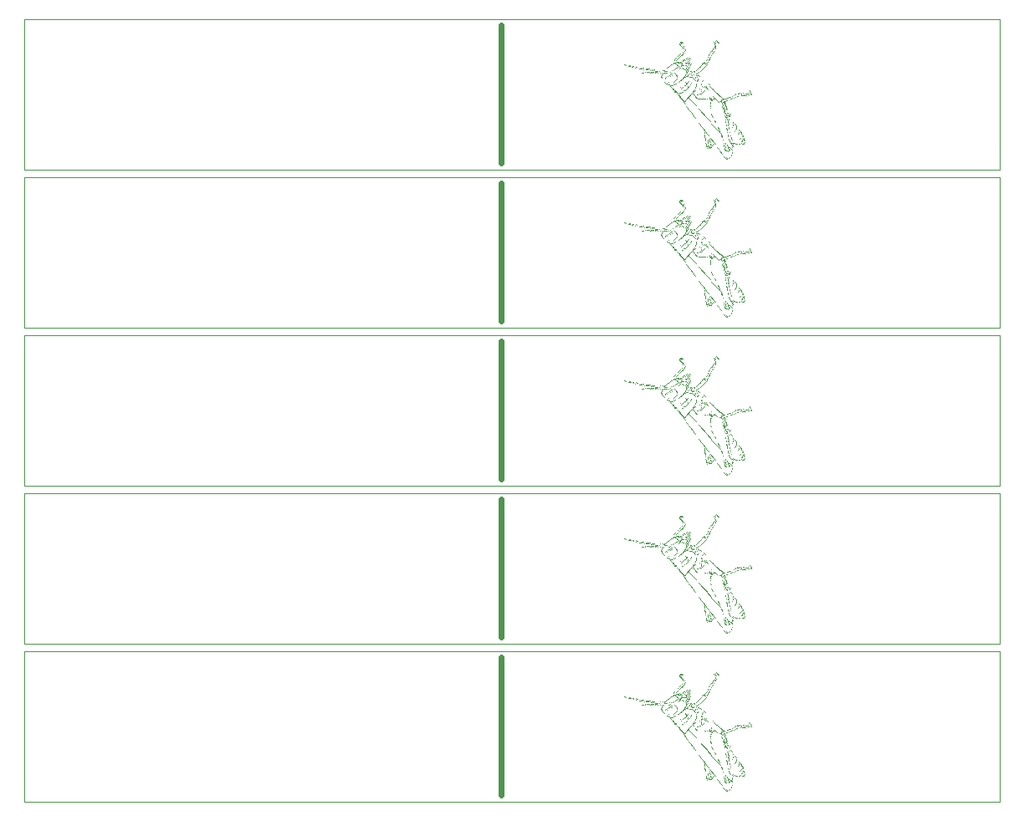
<source format=gbo>
G75*
G70*
%OFA0B0*%
%FSLAX24Y24*%
%IPPOS*%
%LPD*%
%AMOC8*
5,1,8,0,0,1.08239X$1,22.5*
%
%ADD10C,0.0000*%
%ADD11R,0.0060X0.0010*%
%ADD12R,0.0080X0.0010*%
%ADD13R,0.0100X0.0010*%
%ADD14R,0.0030X0.0010*%
%ADD15R,0.0050X0.0010*%
%ADD16R,0.0040X0.0010*%
%ADD17R,0.0020X0.0010*%
%ADD18R,0.0070X0.0010*%
%ADD19R,0.0010X0.0010*%
%ADD20R,0.0120X0.0010*%
%ADD21R,0.0110X0.0010*%
%ADD22R,0.0170X0.0010*%
%ADD23R,0.0240X0.0010*%
%ADD24R,0.0160X0.0010*%
%ADD25R,0.0090X0.0010*%
%ADD26R,0.0150X0.0010*%
%ADD27R,0.0200X0.0010*%
%ADD28R,0.0450X0.0010*%
%ADD29R,0.0360X0.0010*%
%ADD30R,0.0600X0.0010*%
%ADD31R,0.0640X0.0010*%
%ADD32R,0.0180X0.0010*%
%ADD33R,0.0130X0.0010*%
%ADD34R,0.0590X0.0010*%
%ADD35R,0.0190X0.0010*%
%ADD36R,0.0140X0.0010*%
%ADD37R,0.0210X0.0010*%
%ADD38R,0.0320X0.0010*%
%ADD39R,0.0370X0.0010*%
%ADD40R,0.0660X0.0010*%
%ADD41R,0.0380X0.0010*%
%ADD42R,0.0230X0.0010*%
%ADD43R,0.0290X0.0010*%
%ADD44R,0.0260X0.0010*%
%ADD45R,0.0510X0.0010*%
%ADD46R,0.0690X0.0010*%
%ADD47R,0.0410X0.0010*%
%ADD48R,0.0340X0.0010*%
%ADD49R,0.0300X0.0010*%
%ADD50R,0.0270X0.0010*%
%ADD51R,0.0250X0.0010*%
%ADD52R,0.0530X0.0010*%
%ADD53R,0.0480X0.0010*%
%ADD54R,0.0220X0.0010*%
%ADD55R,0.0400X0.0010*%
%ADD56R,0.0310X0.0010*%
%ADD57C,0.0240*%
D10*
X000151Y000302D02*
X000151Y006298D01*
X039021Y006298D01*
X039021Y000302D01*
X000151Y000302D01*
X000151Y006602D02*
X000151Y012598D01*
X039021Y012598D01*
X039021Y006602D01*
X000151Y006602D01*
X000151Y012901D02*
X000151Y018897D01*
X039021Y018897D01*
X039021Y012901D01*
X000151Y012901D01*
X000151Y019200D02*
X000151Y025196D01*
X039021Y025196D01*
X039021Y019200D01*
X000151Y019200D01*
X000151Y025499D02*
X000151Y031495D01*
X039021Y031495D01*
X039021Y025499D01*
X000151Y025499D01*
D11*
G36*
X024092Y023383D02*
X024133Y023342D01*
X024126Y023335D01*
X024085Y023376D01*
X024092Y023383D01*
G37*
G36*
X024792Y023065D02*
X024833Y023024D01*
X024826Y023017D01*
X024785Y023058D01*
X024792Y023065D01*
G37*
G36*
X024806Y023065D02*
X024847Y023024D01*
X024840Y023017D01*
X024799Y023058D01*
X024806Y023065D01*
G37*
G36*
X025577Y022789D02*
X025618Y022748D01*
X025611Y022741D01*
X025570Y022782D01*
X025577Y022789D01*
G37*
G36*
X025704Y022803D02*
X025745Y022762D01*
X025738Y022755D01*
X025697Y022796D01*
X025704Y022803D01*
G37*
G36*
X025739Y022640D02*
X025780Y022599D01*
X025773Y022592D01*
X025732Y022633D01*
X025739Y022640D01*
G37*
G36*
X025973Y022421D02*
X026014Y022380D01*
X026007Y022373D01*
X025966Y022414D01*
X025973Y022421D01*
G37*
G36*
X026185Y022294D02*
X026226Y022253D01*
X026219Y022246D01*
X026178Y022287D01*
X026185Y022294D01*
G37*
G36*
X026199Y022294D02*
X026240Y022253D01*
X026233Y022246D01*
X026192Y022287D01*
X026199Y022294D01*
G37*
G36*
X026326Y022421D02*
X026367Y022380D01*
X026360Y022373D01*
X026319Y022414D01*
X026326Y022421D01*
G37*
G36*
X026291Y022499D02*
X026332Y022458D01*
X026325Y022451D01*
X026284Y022492D01*
X026291Y022499D01*
G37*
G36*
X026418Y022881D02*
X026459Y022840D01*
X026452Y022833D01*
X026411Y022874D01*
X026418Y022881D01*
G37*
G36*
X026425Y022888D02*
X026466Y022847D01*
X026459Y022840D01*
X026418Y022881D01*
X026425Y022888D01*
G37*
G36*
X026432Y022895D02*
X026473Y022854D01*
X026466Y022847D01*
X026425Y022888D01*
X026432Y022895D01*
G37*
G36*
X026567Y022944D02*
X026608Y022903D01*
X026601Y022896D01*
X026560Y022937D01*
X026567Y022944D01*
G37*
G36*
X026630Y022923D02*
X026671Y022882D01*
X026664Y022875D01*
X026623Y022916D01*
X026630Y022923D01*
G37*
G36*
X026524Y023086D02*
X026565Y023045D01*
X026558Y023038D01*
X026517Y023079D01*
X026524Y023086D01*
G37*
G36*
X026454Y023213D02*
X026495Y023172D01*
X026488Y023165D01*
X026447Y023206D01*
X026454Y023213D01*
G37*
G36*
X026362Y023248D02*
X026403Y023207D01*
X026396Y023200D01*
X026355Y023241D01*
X026362Y023248D01*
G37*
G36*
X026340Y023383D02*
X026381Y023342D01*
X026374Y023335D01*
X026333Y023376D01*
X026340Y023383D01*
G37*
G36*
X026404Y023376D02*
X026445Y023335D01*
X026438Y023328D01*
X026397Y023369D01*
X026404Y023376D01*
G37*
G36*
X026418Y023376D02*
X026459Y023335D01*
X026452Y023328D01*
X026411Y023369D01*
X026418Y023376D01*
G37*
G36*
X026411Y023496D02*
X026452Y023455D01*
X026445Y023448D01*
X026404Y023489D01*
X026411Y023496D01*
G37*
G36*
X026376Y023517D02*
X026417Y023476D01*
X026410Y023469D01*
X026369Y023510D01*
X026376Y023517D01*
G37*
G36*
X026701Y023489D02*
X026742Y023448D01*
X026735Y023441D01*
X026694Y023482D01*
X026701Y023489D01*
G37*
G36*
X026666Y023369D02*
X026707Y023328D01*
X026700Y023321D01*
X026659Y023362D01*
X026666Y023369D01*
G37*
G36*
X026581Y023227D02*
X026622Y023186D01*
X026615Y023179D01*
X026574Y023220D01*
X026581Y023227D01*
G37*
G36*
X026835Y023114D02*
X026876Y023073D01*
X026869Y023066D01*
X026828Y023107D01*
X026835Y023114D01*
G37*
G36*
X026927Y023022D02*
X026968Y022981D01*
X026961Y022974D01*
X026920Y023015D01*
X026927Y023022D01*
G37*
G36*
X026998Y022966D02*
X027039Y022925D01*
X027032Y022918D01*
X026991Y022959D01*
X026998Y022966D01*
G37*
G36*
X026842Y022838D02*
X026883Y022797D01*
X026876Y022790D01*
X026835Y022831D01*
X026842Y022838D01*
G37*
G36*
X026920Y022662D02*
X026961Y022621D01*
X026954Y022614D01*
X026913Y022655D01*
X026920Y022662D01*
G37*
G36*
X026927Y022640D02*
X026968Y022599D01*
X026961Y022592D01*
X026920Y022633D01*
X026927Y022640D01*
G37*
G36*
X026609Y022096D02*
X026650Y022055D01*
X026643Y022048D01*
X026602Y022089D01*
X026609Y022096D01*
G37*
G36*
X026149Y022909D02*
X026190Y022868D01*
X026183Y022861D01*
X026142Y022902D01*
X026149Y022909D01*
G37*
G36*
X026149Y022937D02*
X026190Y022896D01*
X026183Y022889D01*
X026142Y022930D01*
X026149Y022937D01*
G37*
G36*
X026149Y022923D02*
X026190Y022882D01*
X026183Y022875D01*
X026142Y022916D01*
X026149Y022923D01*
G37*
G36*
X026036Y023065D02*
X026077Y023024D01*
X026070Y023017D01*
X026029Y023058D01*
X026036Y023065D01*
G37*
G36*
X025916Y023171D02*
X025957Y023130D01*
X025950Y023123D01*
X025909Y023164D01*
X025916Y023171D01*
G37*
G36*
X025817Y023072D02*
X025858Y023031D01*
X025851Y023024D01*
X025810Y023065D01*
X025817Y023072D01*
G37*
G36*
X025803Y023072D02*
X025844Y023031D01*
X025837Y023024D01*
X025796Y023065D01*
X025803Y023072D01*
G37*
G36*
X025761Y023142D02*
X025802Y023101D01*
X025795Y023094D01*
X025754Y023135D01*
X025761Y023142D01*
G37*
G36*
X026446Y023941D02*
X026487Y023900D01*
X026480Y023893D01*
X026439Y023934D01*
X026446Y023941D01*
G37*
G36*
X026362Y024281D02*
X026403Y024240D01*
X026396Y024233D01*
X026355Y024274D01*
X026362Y024281D01*
G37*
G36*
X026347Y024281D02*
X026388Y024240D01*
X026381Y024233D01*
X026340Y024274D01*
X026347Y024281D01*
G37*
G36*
X026333Y024281D02*
X026374Y024240D01*
X026367Y024233D01*
X026326Y024274D01*
X026333Y024281D01*
G37*
G36*
X026319Y024281D02*
X026360Y024240D01*
X026353Y024233D01*
X026312Y024274D01*
X026319Y024281D01*
G37*
G36*
X026248Y024253D02*
X026289Y024212D01*
X026282Y024205D01*
X026241Y024246D01*
X026248Y024253D01*
G37*
G36*
X027670Y024274D02*
X027711Y024233D01*
X027704Y024226D01*
X027663Y024267D01*
X027670Y024274D01*
G37*
G36*
X027748Y024352D02*
X027789Y024311D01*
X027782Y024304D01*
X027741Y024345D01*
X027748Y024352D01*
G37*
G36*
X027691Y024111D02*
X027732Y024070D01*
X027725Y024063D01*
X027684Y024104D01*
X027691Y024111D01*
G37*
G36*
X028568Y022244D02*
X028609Y022203D01*
X028602Y022196D01*
X028561Y022237D01*
X028568Y022244D01*
G37*
G36*
X028617Y022251D02*
X028658Y022210D01*
X028651Y022203D01*
X028610Y022244D01*
X028617Y022251D01*
G37*
G36*
X028624Y022259D02*
X028665Y022218D01*
X028658Y022211D01*
X028617Y022252D01*
X028624Y022259D01*
G37*
G36*
X028667Y022259D02*
X028708Y022218D01*
X028701Y022211D01*
X028660Y022252D01*
X028667Y022259D01*
G37*
G36*
X028921Y022244D02*
X028962Y022203D01*
X028955Y022196D01*
X028914Y022237D01*
X028921Y022244D01*
G37*
G36*
X029049Y022202D02*
X029090Y022161D01*
X029083Y022154D01*
X029042Y022195D01*
X029049Y022202D01*
G37*
G36*
X029119Y022287D02*
X029160Y022246D01*
X029153Y022239D01*
X029112Y022280D01*
X029119Y022287D01*
G37*
G36*
X027988Y021778D02*
X028029Y021737D01*
X028022Y021730D01*
X027981Y021771D01*
X027988Y021778D01*
G37*
G36*
X028009Y021728D02*
X028050Y021687D01*
X028043Y021680D01*
X028002Y021721D01*
X028009Y021728D01*
G37*
G36*
X028030Y021650D02*
X028071Y021609D01*
X028064Y021602D01*
X028023Y021643D01*
X028030Y021650D01*
G37*
G36*
X028059Y021566D02*
X028100Y021525D01*
X028093Y021518D01*
X028052Y021559D01*
X028059Y021566D01*
G37*
G36*
X028009Y021544D02*
X028050Y021503D01*
X028043Y021496D01*
X028002Y021537D01*
X028009Y021544D01*
G37*
G36*
X028023Y021502D02*
X028064Y021461D01*
X028057Y021454D01*
X028016Y021495D01*
X028023Y021502D01*
G37*
G36*
X028080Y021474D02*
X028121Y021433D01*
X028114Y021426D01*
X028073Y021467D01*
X028080Y021474D01*
G37*
G36*
X028158Y021467D02*
X028199Y021426D01*
X028192Y021419D01*
X028151Y021460D01*
X028158Y021467D01*
G37*
G36*
X028122Y021346D02*
X028163Y021305D01*
X028156Y021298D01*
X028115Y021339D01*
X028122Y021346D01*
G37*
G36*
X028200Y021353D02*
X028241Y021312D01*
X028234Y021305D01*
X028193Y021346D01*
X028200Y021353D01*
G37*
G36*
X028214Y021353D02*
X028255Y021312D01*
X028248Y021305D01*
X028207Y021346D01*
X028214Y021353D01*
G37*
G36*
X028144Y021212D02*
X028185Y021171D01*
X028178Y021164D01*
X028137Y021205D01*
X028144Y021212D01*
G37*
G36*
X028511Y020943D02*
X028552Y020902D01*
X028545Y020895D01*
X028504Y020936D01*
X028511Y020943D01*
G37*
G36*
X028575Y020894D02*
X028616Y020853D01*
X028609Y020846D01*
X028568Y020887D01*
X028575Y020894D01*
G37*
G36*
X028624Y020802D02*
X028665Y020761D01*
X028658Y020754D01*
X028617Y020795D01*
X028624Y020802D01*
G37*
G36*
X028264Y020639D02*
X028305Y020598D01*
X028298Y020591D01*
X028257Y020632D01*
X028264Y020639D01*
G37*
G36*
X028271Y020618D02*
X028312Y020577D01*
X028305Y020570D01*
X028264Y020611D01*
X028271Y020618D01*
G37*
G36*
X028278Y020597D02*
X028319Y020556D01*
X028312Y020549D01*
X028271Y020590D01*
X028278Y020597D01*
G37*
G36*
X028292Y020554D02*
X028333Y020513D01*
X028326Y020506D01*
X028285Y020547D01*
X028292Y020554D01*
G37*
G36*
X028299Y020533D02*
X028340Y020492D01*
X028333Y020485D01*
X028292Y020526D01*
X028299Y020533D01*
G37*
G36*
X028193Y020526D02*
X028234Y020485D01*
X028227Y020478D01*
X028186Y020519D01*
X028193Y020526D01*
G37*
G36*
X028186Y020561D02*
X028227Y020520D01*
X028220Y020513D01*
X028179Y020554D01*
X028186Y020561D01*
G37*
G36*
X028179Y020597D02*
X028220Y020556D01*
X028213Y020549D01*
X028172Y020590D01*
X028179Y020597D01*
G37*
G36*
X028200Y020505D02*
X028241Y020464D01*
X028234Y020457D01*
X028193Y020498D01*
X028200Y020505D01*
G37*
G36*
X028207Y020484D02*
X028248Y020443D01*
X028241Y020436D01*
X028200Y020477D01*
X028207Y020484D01*
G37*
G36*
X028214Y020462D02*
X028255Y020421D01*
X028248Y020414D01*
X028207Y020455D01*
X028214Y020462D01*
G37*
G36*
X028144Y020208D02*
X028185Y020167D01*
X028178Y020160D01*
X028137Y020201D01*
X028144Y020208D01*
G37*
G36*
X028087Y020109D02*
X028128Y020068D01*
X028121Y020061D01*
X028080Y020102D01*
X028087Y020109D01*
G37*
G36*
X028030Y020123D02*
X028071Y020082D01*
X028064Y020075D01*
X028023Y020116D01*
X028030Y020123D01*
G37*
G36*
X028037Y020102D02*
X028078Y020061D01*
X028071Y020054D01*
X028030Y020095D01*
X028037Y020102D01*
G37*
G36*
X028101Y020066D02*
X028142Y020025D01*
X028135Y020018D01*
X028094Y020059D01*
X028101Y020066D01*
G37*
G36*
X028200Y020066D02*
X028241Y020025D01*
X028234Y020018D01*
X028193Y020059D01*
X028200Y020066D01*
G37*
G36*
X028144Y019968D02*
X028185Y019927D01*
X028178Y019920D01*
X028137Y019961D01*
X028144Y019968D01*
G37*
G36*
X028334Y020017D02*
X028375Y019976D01*
X028368Y019969D01*
X028327Y020010D01*
X028334Y020017D01*
G37*
G36*
X028334Y020059D02*
X028375Y020018D01*
X028368Y020011D01*
X028327Y020052D01*
X028334Y020059D01*
G37*
G36*
X028356Y020151D02*
X028397Y020110D01*
X028390Y020103D01*
X028349Y020144D01*
X028356Y020151D01*
G37*
G36*
X028504Y020243D02*
X028545Y020202D01*
X028538Y020195D01*
X028497Y020236D01*
X028504Y020243D01*
G37*
G36*
X028342Y019996D02*
X028383Y019955D01*
X028376Y019948D01*
X028335Y019989D01*
X028342Y019996D01*
G37*
G36*
X028342Y019982D02*
X028383Y019941D01*
X028376Y019934D01*
X028335Y019975D01*
X028342Y019982D01*
G37*
G36*
X028808Y020477D02*
X028849Y020436D01*
X028842Y020429D01*
X028801Y020470D01*
X028808Y020477D01*
G37*
G36*
X027535Y020180D02*
X027576Y020139D01*
X027569Y020132D01*
X027528Y020173D01*
X027535Y020180D01*
G37*
G36*
X027500Y020201D02*
X027541Y020160D01*
X027534Y020153D01*
X027493Y020194D01*
X027500Y020201D01*
G37*
G36*
X027486Y021601D02*
X027527Y021560D01*
X027520Y021553D01*
X027479Y021594D01*
X027486Y021601D01*
G37*
G36*
X027479Y021764D02*
X027520Y021723D01*
X027513Y021716D01*
X027472Y021757D01*
X027479Y021764D01*
G37*
G36*
X027479Y021792D02*
X027520Y021751D01*
X027513Y021744D01*
X027472Y021785D01*
X027479Y021792D01*
G37*
G36*
X027479Y021806D02*
X027520Y021765D01*
X027513Y021758D01*
X027472Y021799D01*
X027479Y021806D01*
G37*
G36*
X027486Y021841D02*
X027527Y021800D01*
X027520Y021793D01*
X027479Y021834D01*
X027486Y021841D01*
G37*
G36*
X027493Y021877D02*
X027534Y021836D01*
X027527Y021829D01*
X027486Y021870D01*
X027493Y021877D01*
G37*
G36*
X027507Y021933D02*
X027548Y021892D01*
X027541Y021885D01*
X027500Y021926D01*
X027507Y021933D01*
G37*
G36*
X027507Y021947D02*
X027548Y021906D01*
X027541Y021899D01*
X027500Y021940D01*
X027507Y021947D01*
G37*
G36*
X027479Y021778D02*
X027520Y021737D01*
X027513Y021730D01*
X027472Y021771D01*
X027479Y021778D01*
G37*
G36*
X027910Y021940D02*
X027951Y021899D01*
X027944Y021892D01*
X027903Y021933D01*
X027910Y021940D01*
G37*
G36*
X027748Y018052D02*
X027789Y018011D01*
X027782Y018004D01*
X027741Y018045D01*
X027748Y018052D01*
G37*
G36*
X027670Y017975D02*
X027711Y017934D01*
X027704Y017927D01*
X027663Y017968D01*
X027670Y017975D01*
G37*
G36*
X027691Y017812D02*
X027732Y017771D01*
X027725Y017764D01*
X027684Y017805D01*
X027691Y017812D01*
G37*
G36*
X026701Y017190D02*
X026742Y017149D01*
X026735Y017142D01*
X026694Y017183D01*
X026701Y017190D01*
G37*
G36*
X026666Y017069D02*
X026707Y017028D01*
X026700Y017021D01*
X026659Y017062D01*
X026666Y017069D01*
G37*
G36*
X026581Y016928D02*
X026622Y016887D01*
X026615Y016880D01*
X026574Y016921D01*
X026581Y016928D01*
G37*
G36*
X026454Y016914D02*
X026495Y016873D01*
X026488Y016866D01*
X026447Y016907D01*
X026454Y016914D01*
G37*
G36*
X026362Y016949D02*
X026403Y016908D01*
X026396Y016901D01*
X026355Y016942D01*
X026362Y016949D01*
G37*
G36*
X026340Y017084D02*
X026381Y017043D01*
X026374Y017036D01*
X026333Y017077D01*
X026340Y017084D01*
G37*
G36*
X026404Y017077D02*
X026445Y017036D01*
X026438Y017029D01*
X026397Y017070D01*
X026404Y017077D01*
G37*
G36*
X026418Y017077D02*
X026459Y017036D01*
X026452Y017029D01*
X026411Y017070D01*
X026418Y017077D01*
G37*
G36*
X026411Y017197D02*
X026452Y017156D01*
X026445Y017149D01*
X026404Y017190D01*
X026411Y017197D01*
G37*
G36*
X026376Y017218D02*
X026417Y017177D01*
X026410Y017170D01*
X026369Y017211D01*
X026376Y017218D01*
G37*
G36*
X026524Y016787D02*
X026565Y016746D01*
X026558Y016739D01*
X026517Y016780D01*
X026524Y016787D01*
G37*
G36*
X026567Y016645D02*
X026608Y016604D01*
X026601Y016597D01*
X026560Y016638D01*
X026567Y016645D01*
G37*
G36*
X026630Y016624D02*
X026671Y016583D01*
X026664Y016576D01*
X026623Y016617D01*
X026630Y016624D01*
G37*
G36*
X026432Y016596D02*
X026473Y016555D01*
X026466Y016548D01*
X026425Y016589D01*
X026432Y016596D01*
G37*
G36*
X026425Y016589D02*
X026466Y016548D01*
X026459Y016541D01*
X026418Y016582D01*
X026425Y016589D01*
G37*
G36*
X026418Y016582D02*
X026459Y016541D01*
X026452Y016534D01*
X026411Y016575D01*
X026418Y016582D01*
G37*
G36*
X026149Y016610D02*
X026190Y016569D01*
X026183Y016562D01*
X026142Y016603D01*
X026149Y016610D01*
G37*
G36*
X026149Y016638D02*
X026190Y016597D01*
X026183Y016590D01*
X026142Y016631D01*
X026149Y016638D01*
G37*
G36*
X026149Y016624D02*
X026190Y016583D01*
X026183Y016576D01*
X026142Y016617D01*
X026149Y016624D01*
G37*
G36*
X026036Y016765D02*
X026077Y016724D01*
X026070Y016717D01*
X026029Y016758D01*
X026036Y016765D01*
G37*
G36*
X025916Y016871D02*
X025957Y016830D01*
X025950Y016823D01*
X025909Y016864D01*
X025916Y016871D01*
G37*
G36*
X025817Y016773D02*
X025858Y016732D01*
X025851Y016725D01*
X025810Y016766D01*
X025817Y016773D01*
G37*
G36*
X025803Y016773D02*
X025844Y016732D01*
X025837Y016725D01*
X025796Y016766D01*
X025803Y016773D01*
G37*
G36*
X025761Y016843D02*
X025802Y016802D01*
X025795Y016795D01*
X025754Y016836D01*
X025761Y016843D01*
G37*
G36*
X025704Y016504D02*
X025745Y016463D01*
X025738Y016456D01*
X025697Y016497D01*
X025704Y016504D01*
G37*
G36*
X025577Y016490D02*
X025618Y016449D01*
X025611Y016442D01*
X025570Y016483D01*
X025577Y016490D01*
G37*
G36*
X025739Y016341D02*
X025780Y016300D01*
X025773Y016293D01*
X025732Y016334D01*
X025739Y016341D01*
G37*
G36*
X025973Y016122D02*
X026014Y016081D01*
X026007Y016074D01*
X025966Y016115D01*
X025973Y016122D01*
G37*
G36*
X026185Y015995D02*
X026226Y015954D01*
X026219Y015947D01*
X026178Y015988D01*
X026185Y015995D01*
G37*
G36*
X026199Y015995D02*
X026240Y015954D01*
X026233Y015947D01*
X026192Y015988D01*
X026199Y015995D01*
G37*
G36*
X026326Y016122D02*
X026367Y016081D01*
X026360Y016074D01*
X026319Y016115D01*
X026326Y016122D01*
G37*
G36*
X026291Y016200D02*
X026332Y016159D01*
X026325Y016152D01*
X026284Y016193D01*
X026291Y016200D01*
G37*
G36*
X026609Y015797D02*
X026650Y015756D01*
X026643Y015749D01*
X026602Y015790D01*
X026609Y015797D01*
G37*
G36*
X026927Y016341D02*
X026968Y016300D01*
X026961Y016293D01*
X026920Y016334D01*
X026927Y016341D01*
G37*
G36*
X026920Y016362D02*
X026961Y016321D01*
X026954Y016314D01*
X026913Y016355D01*
X026920Y016362D01*
G37*
G36*
X026842Y016539D02*
X026883Y016498D01*
X026876Y016491D01*
X026835Y016532D01*
X026842Y016539D01*
G37*
G36*
X026927Y016723D02*
X026968Y016682D01*
X026961Y016675D01*
X026920Y016716D01*
X026927Y016723D01*
G37*
G36*
X026835Y016815D02*
X026876Y016774D01*
X026869Y016767D01*
X026828Y016808D01*
X026835Y016815D01*
G37*
G36*
X026998Y016666D02*
X027039Y016625D01*
X027032Y016618D01*
X026991Y016659D01*
X026998Y016666D01*
G37*
G36*
X026446Y017642D02*
X026487Y017601D01*
X026480Y017594D01*
X026439Y017635D01*
X026446Y017642D01*
G37*
G36*
X026362Y017982D02*
X026403Y017941D01*
X026396Y017934D01*
X026355Y017975D01*
X026362Y017982D01*
G37*
G36*
X026347Y017982D02*
X026388Y017941D01*
X026381Y017934D01*
X026340Y017975D01*
X026347Y017982D01*
G37*
G36*
X026333Y017982D02*
X026374Y017941D01*
X026367Y017934D01*
X026326Y017975D01*
X026333Y017982D01*
G37*
G36*
X026319Y017982D02*
X026360Y017941D01*
X026353Y017934D01*
X026312Y017975D01*
X026319Y017982D01*
G37*
G36*
X026248Y017953D02*
X026289Y017912D01*
X026282Y017905D01*
X026241Y017946D01*
X026248Y017953D01*
G37*
G36*
X024806Y016765D02*
X024847Y016724D01*
X024840Y016717D01*
X024799Y016758D01*
X024806Y016765D01*
G37*
G36*
X024792Y016765D02*
X024833Y016724D01*
X024826Y016717D01*
X024785Y016758D01*
X024792Y016765D01*
G37*
G36*
X024092Y017084D02*
X024133Y017043D01*
X024126Y017036D01*
X024085Y017077D01*
X024092Y017084D01*
G37*
G36*
X027493Y015577D02*
X027534Y015536D01*
X027527Y015529D01*
X027486Y015570D01*
X027493Y015577D01*
G37*
G36*
X027507Y015634D02*
X027548Y015593D01*
X027541Y015586D01*
X027500Y015627D01*
X027507Y015634D01*
G37*
G36*
X027507Y015648D02*
X027548Y015607D01*
X027541Y015600D01*
X027500Y015641D01*
X027507Y015648D01*
G37*
G36*
X027486Y015542D02*
X027527Y015501D01*
X027520Y015494D01*
X027479Y015535D01*
X027486Y015542D01*
G37*
G36*
X027479Y015507D02*
X027520Y015466D01*
X027513Y015459D01*
X027472Y015500D01*
X027479Y015507D01*
G37*
G36*
X027479Y015493D02*
X027520Y015452D01*
X027513Y015445D01*
X027472Y015486D01*
X027479Y015493D01*
G37*
G36*
X027479Y015478D02*
X027520Y015437D01*
X027513Y015430D01*
X027472Y015471D01*
X027479Y015478D01*
G37*
G36*
X027479Y015464D02*
X027520Y015423D01*
X027513Y015416D01*
X027472Y015457D01*
X027479Y015464D01*
G37*
G36*
X027486Y015302D02*
X027527Y015261D01*
X027520Y015254D01*
X027479Y015295D01*
X027486Y015302D01*
G37*
G36*
X027988Y015478D02*
X028029Y015437D01*
X028022Y015430D01*
X027981Y015471D01*
X027988Y015478D01*
G37*
G36*
X028009Y015429D02*
X028050Y015388D01*
X028043Y015381D01*
X028002Y015422D01*
X028009Y015429D01*
G37*
G36*
X028030Y015351D02*
X028071Y015310D01*
X028064Y015303D01*
X028023Y015344D01*
X028030Y015351D01*
G37*
G36*
X028059Y015266D02*
X028100Y015225D01*
X028093Y015218D01*
X028052Y015259D01*
X028059Y015266D01*
G37*
G36*
X028009Y015245D02*
X028050Y015204D01*
X028043Y015197D01*
X028002Y015238D01*
X028009Y015245D01*
G37*
G36*
X028023Y015203D02*
X028064Y015162D01*
X028057Y015155D01*
X028016Y015196D01*
X028023Y015203D01*
G37*
G36*
X028080Y015174D02*
X028121Y015133D01*
X028114Y015126D01*
X028073Y015167D01*
X028080Y015174D01*
G37*
G36*
X028158Y015167D02*
X028199Y015126D01*
X028192Y015119D01*
X028151Y015160D01*
X028158Y015167D01*
G37*
G36*
X028122Y015047D02*
X028163Y015006D01*
X028156Y014999D01*
X028115Y015040D01*
X028122Y015047D01*
G37*
G36*
X028200Y015054D02*
X028241Y015013D01*
X028234Y015006D01*
X028193Y015047D01*
X028200Y015054D01*
G37*
G36*
X028214Y015054D02*
X028255Y015013D01*
X028248Y015006D01*
X028207Y015047D01*
X028214Y015054D01*
G37*
G36*
X028144Y014913D02*
X028185Y014872D01*
X028178Y014865D01*
X028137Y014906D01*
X028144Y014913D01*
G37*
G36*
X028511Y014644D02*
X028552Y014603D01*
X028545Y014596D01*
X028504Y014637D01*
X028511Y014644D01*
G37*
G36*
X028575Y014595D02*
X028616Y014554D01*
X028609Y014547D01*
X028568Y014588D01*
X028575Y014595D01*
G37*
G36*
X028624Y014503D02*
X028665Y014462D01*
X028658Y014455D01*
X028617Y014496D01*
X028624Y014503D01*
G37*
G36*
X028264Y014340D02*
X028305Y014299D01*
X028298Y014292D01*
X028257Y014333D01*
X028264Y014340D01*
G37*
G36*
X028271Y014319D02*
X028312Y014278D01*
X028305Y014271D01*
X028264Y014312D01*
X028271Y014319D01*
G37*
G36*
X028278Y014298D02*
X028319Y014257D01*
X028312Y014250D01*
X028271Y014291D01*
X028278Y014298D01*
G37*
G36*
X028292Y014255D02*
X028333Y014214D01*
X028326Y014207D01*
X028285Y014248D01*
X028292Y014255D01*
G37*
G36*
X028299Y014234D02*
X028340Y014193D01*
X028333Y014186D01*
X028292Y014227D01*
X028299Y014234D01*
G37*
G36*
X028193Y014227D02*
X028234Y014186D01*
X028227Y014179D01*
X028186Y014220D01*
X028193Y014227D01*
G37*
G36*
X028186Y014262D02*
X028227Y014221D01*
X028220Y014214D01*
X028179Y014255D01*
X028186Y014262D01*
G37*
G36*
X028179Y014298D02*
X028220Y014257D01*
X028213Y014250D01*
X028172Y014291D01*
X028179Y014298D01*
G37*
G36*
X028200Y014206D02*
X028241Y014165D01*
X028234Y014158D01*
X028193Y014199D01*
X028200Y014206D01*
G37*
G36*
X028207Y014184D02*
X028248Y014143D01*
X028241Y014136D01*
X028200Y014177D01*
X028207Y014184D01*
G37*
G36*
X028214Y014163D02*
X028255Y014122D01*
X028248Y014115D01*
X028207Y014156D01*
X028214Y014163D01*
G37*
G36*
X028144Y013909D02*
X028185Y013868D01*
X028178Y013861D01*
X028137Y013902D01*
X028144Y013909D01*
G37*
G36*
X028087Y013810D02*
X028128Y013769D01*
X028121Y013762D01*
X028080Y013803D01*
X028087Y013810D01*
G37*
G36*
X028030Y013824D02*
X028071Y013783D01*
X028064Y013776D01*
X028023Y013817D01*
X028030Y013824D01*
G37*
G36*
X028037Y013803D02*
X028078Y013762D01*
X028071Y013755D01*
X028030Y013796D01*
X028037Y013803D01*
G37*
G36*
X028101Y013767D02*
X028142Y013726D01*
X028135Y013719D01*
X028094Y013760D01*
X028101Y013767D01*
G37*
G36*
X028200Y013767D02*
X028241Y013726D01*
X028234Y013719D01*
X028193Y013760D01*
X028200Y013767D01*
G37*
G36*
X028144Y013668D02*
X028185Y013627D01*
X028178Y013620D01*
X028137Y013661D01*
X028144Y013668D01*
G37*
G36*
X028334Y013718D02*
X028375Y013677D01*
X028368Y013670D01*
X028327Y013711D01*
X028334Y013718D01*
G37*
G36*
X028334Y013760D02*
X028375Y013719D01*
X028368Y013712D01*
X028327Y013753D01*
X028334Y013760D01*
G37*
G36*
X028356Y013852D02*
X028397Y013811D01*
X028390Y013804D01*
X028349Y013845D01*
X028356Y013852D01*
G37*
G36*
X028504Y013944D02*
X028545Y013903D01*
X028538Y013896D01*
X028497Y013937D01*
X028504Y013944D01*
G37*
G36*
X028342Y013697D02*
X028383Y013656D01*
X028376Y013649D01*
X028335Y013690D01*
X028342Y013697D01*
G37*
G36*
X028342Y013682D02*
X028383Y013641D01*
X028376Y013634D01*
X028335Y013675D01*
X028342Y013682D01*
G37*
G36*
X028808Y014177D02*
X028849Y014136D01*
X028842Y014129D01*
X028801Y014170D01*
X028808Y014177D01*
G37*
G36*
X027535Y013880D02*
X027576Y013839D01*
X027569Y013832D01*
X027528Y013873D01*
X027535Y013880D01*
G37*
G36*
X027500Y013902D02*
X027541Y013861D01*
X027534Y013854D01*
X027493Y013895D01*
X027500Y013902D01*
G37*
G36*
X027910Y015641D02*
X027951Y015600D01*
X027944Y015593D01*
X027903Y015634D01*
X027910Y015641D01*
G37*
G36*
X028568Y015945D02*
X028609Y015904D01*
X028602Y015897D01*
X028561Y015938D01*
X028568Y015945D01*
G37*
G36*
X028617Y015952D02*
X028658Y015911D01*
X028651Y015904D01*
X028610Y015945D01*
X028617Y015952D01*
G37*
G36*
X028624Y015959D02*
X028665Y015918D01*
X028658Y015911D01*
X028617Y015952D01*
X028624Y015959D01*
G37*
G36*
X028667Y015959D02*
X028708Y015918D01*
X028701Y015911D01*
X028660Y015952D01*
X028667Y015959D01*
G37*
G36*
X028921Y015945D02*
X028962Y015904D01*
X028955Y015897D01*
X028914Y015938D01*
X028921Y015945D01*
G37*
G36*
X029049Y015903D02*
X029090Y015862D01*
X029083Y015855D01*
X029042Y015896D01*
X029049Y015903D01*
G37*
G36*
X029119Y015988D02*
X029160Y015947D01*
X029153Y015940D01*
X029112Y015981D01*
X029119Y015988D01*
G37*
G36*
X027748Y011753D02*
X027789Y011712D01*
X027782Y011705D01*
X027741Y011746D01*
X027748Y011753D01*
G37*
G36*
X027670Y011675D02*
X027711Y011634D01*
X027704Y011627D01*
X027663Y011668D01*
X027670Y011675D01*
G37*
G36*
X027691Y011513D02*
X027732Y011472D01*
X027725Y011465D01*
X027684Y011506D01*
X027691Y011513D01*
G37*
G36*
X026701Y010890D02*
X026742Y010849D01*
X026735Y010842D01*
X026694Y010883D01*
X026701Y010890D01*
G37*
G36*
X026666Y010770D02*
X026707Y010729D01*
X026700Y010722D01*
X026659Y010763D01*
X026666Y010770D01*
G37*
G36*
X026581Y010629D02*
X026622Y010588D01*
X026615Y010581D01*
X026574Y010622D01*
X026581Y010629D01*
G37*
G36*
X026454Y010615D02*
X026495Y010574D01*
X026488Y010567D01*
X026447Y010608D01*
X026454Y010615D01*
G37*
G36*
X026362Y010650D02*
X026403Y010609D01*
X026396Y010602D01*
X026355Y010643D01*
X026362Y010650D01*
G37*
G36*
X026340Y010784D02*
X026381Y010743D01*
X026374Y010736D01*
X026333Y010777D01*
X026340Y010784D01*
G37*
G36*
X026404Y010777D02*
X026445Y010736D01*
X026438Y010729D01*
X026397Y010770D01*
X026404Y010777D01*
G37*
G36*
X026418Y010777D02*
X026459Y010736D01*
X026452Y010729D01*
X026411Y010770D01*
X026418Y010777D01*
G37*
G36*
X026411Y010898D02*
X026452Y010857D01*
X026445Y010850D01*
X026404Y010891D01*
X026411Y010898D01*
G37*
G36*
X026376Y010919D02*
X026417Y010878D01*
X026410Y010871D01*
X026369Y010912D01*
X026376Y010919D01*
G37*
G36*
X026446Y011343D02*
X026487Y011302D01*
X026480Y011295D01*
X026439Y011336D01*
X026446Y011343D01*
G37*
G36*
X026362Y011682D02*
X026403Y011641D01*
X026396Y011634D01*
X026355Y011675D01*
X026362Y011682D01*
G37*
G36*
X026347Y011682D02*
X026388Y011641D01*
X026381Y011634D01*
X026340Y011675D01*
X026347Y011682D01*
G37*
G36*
X026333Y011682D02*
X026374Y011641D01*
X026367Y011634D01*
X026326Y011675D01*
X026333Y011682D01*
G37*
G36*
X026319Y011682D02*
X026360Y011641D01*
X026353Y011634D01*
X026312Y011675D01*
X026319Y011682D01*
G37*
G36*
X026248Y011654D02*
X026289Y011613D01*
X026282Y011606D01*
X026241Y011647D01*
X026248Y011654D01*
G37*
G36*
X025916Y010572D02*
X025957Y010531D01*
X025950Y010524D01*
X025909Y010565D01*
X025916Y010572D01*
G37*
G36*
X025817Y010473D02*
X025858Y010432D01*
X025851Y010425D01*
X025810Y010466D01*
X025817Y010473D01*
G37*
G36*
X025803Y010473D02*
X025844Y010432D01*
X025837Y010425D01*
X025796Y010466D01*
X025803Y010473D01*
G37*
G36*
X025761Y010544D02*
X025802Y010503D01*
X025795Y010496D01*
X025754Y010537D01*
X025761Y010544D01*
G37*
G36*
X026036Y010466D02*
X026077Y010425D01*
X026070Y010418D01*
X026029Y010459D01*
X026036Y010466D01*
G37*
G36*
X026149Y010339D02*
X026190Y010298D01*
X026183Y010291D01*
X026142Y010332D01*
X026149Y010339D01*
G37*
G36*
X026149Y010325D02*
X026190Y010284D01*
X026183Y010277D01*
X026142Y010318D01*
X026149Y010325D01*
G37*
G36*
X026149Y010311D02*
X026190Y010270D01*
X026183Y010263D01*
X026142Y010304D01*
X026149Y010311D01*
G37*
G36*
X026418Y010282D02*
X026459Y010241D01*
X026452Y010234D01*
X026411Y010275D01*
X026418Y010282D01*
G37*
G36*
X026425Y010289D02*
X026466Y010248D01*
X026459Y010241D01*
X026418Y010282D01*
X026425Y010289D01*
G37*
G36*
X026432Y010296D02*
X026473Y010255D01*
X026466Y010248D01*
X026425Y010289D01*
X026432Y010296D01*
G37*
G36*
X026567Y010346D02*
X026608Y010305D01*
X026601Y010298D01*
X026560Y010339D01*
X026567Y010346D01*
G37*
G36*
X026630Y010325D02*
X026671Y010284D01*
X026664Y010277D01*
X026623Y010318D01*
X026630Y010325D01*
G37*
G36*
X026524Y010487D02*
X026565Y010446D01*
X026558Y010439D01*
X026517Y010480D01*
X026524Y010487D01*
G37*
G36*
X026835Y010516D02*
X026876Y010475D01*
X026869Y010468D01*
X026828Y010509D01*
X026835Y010516D01*
G37*
G36*
X026927Y010424D02*
X026968Y010383D01*
X026961Y010376D01*
X026920Y010417D01*
X026927Y010424D01*
G37*
G36*
X026998Y010367D02*
X027039Y010326D01*
X027032Y010319D01*
X026991Y010360D01*
X026998Y010367D01*
G37*
G36*
X026842Y010240D02*
X026883Y010199D01*
X026876Y010192D01*
X026835Y010233D01*
X026842Y010240D01*
G37*
G36*
X026920Y010063D02*
X026961Y010022D01*
X026954Y010015D01*
X026913Y010056D01*
X026920Y010063D01*
G37*
G36*
X026927Y010042D02*
X026968Y010001D01*
X026961Y009994D01*
X026920Y010035D01*
X026927Y010042D01*
G37*
G36*
X026326Y009823D02*
X026367Y009782D01*
X026360Y009775D01*
X026319Y009816D01*
X026326Y009823D01*
G37*
G36*
X026291Y009900D02*
X026332Y009859D01*
X026325Y009852D01*
X026284Y009893D01*
X026291Y009900D01*
G37*
G36*
X026199Y009695D02*
X026240Y009654D01*
X026233Y009647D01*
X026192Y009688D01*
X026199Y009695D01*
G37*
G36*
X026185Y009695D02*
X026226Y009654D01*
X026219Y009647D01*
X026178Y009688D01*
X026185Y009695D01*
G37*
G36*
X025973Y009823D02*
X026014Y009782D01*
X026007Y009775D01*
X025966Y009816D01*
X025973Y009823D01*
G37*
G36*
X025739Y010042D02*
X025780Y010001D01*
X025773Y009994D01*
X025732Y010035D01*
X025739Y010042D01*
G37*
G36*
X025704Y010205D02*
X025745Y010164D01*
X025738Y010157D01*
X025697Y010198D01*
X025704Y010205D01*
G37*
G36*
X025577Y010190D02*
X025618Y010149D01*
X025611Y010142D01*
X025570Y010183D01*
X025577Y010190D01*
G37*
G36*
X024806Y010466D02*
X024847Y010425D01*
X024840Y010418D01*
X024799Y010459D01*
X024806Y010466D01*
G37*
G36*
X024792Y010466D02*
X024833Y010425D01*
X024826Y010418D01*
X024785Y010459D01*
X024792Y010466D01*
G37*
G36*
X024092Y010784D02*
X024133Y010743D01*
X024126Y010736D01*
X024085Y010777D01*
X024092Y010784D01*
G37*
G36*
X026609Y009497D02*
X026650Y009456D01*
X026643Y009449D01*
X026602Y009490D01*
X026609Y009497D01*
G37*
G36*
X027493Y009278D02*
X027534Y009237D01*
X027527Y009230D01*
X027486Y009271D01*
X027493Y009278D01*
G37*
G36*
X027507Y009335D02*
X027548Y009294D01*
X027541Y009287D01*
X027500Y009328D01*
X027507Y009335D01*
G37*
G36*
X027507Y009349D02*
X027548Y009308D01*
X027541Y009301D01*
X027500Y009342D01*
X027507Y009349D01*
G37*
G36*
X027486Y009243D02*
X027527Y009202D01*
X027520Y009195D01*
X027479Y009236D01*
X027486Y009243D01*
G37*
G36*
X027479Y009208D02*
X027520Y009167D01*
X027513Y009160D01*
X027472Y009201D01*
X027479Y009208D01*
G37*
G36*
X027479Y009193D02*
X027520Y009152D01*
X027513Y009145D01*
X027472Y009186D01*
X027479Y009193D01*
G37*
G36*
X027479Y009179D02*
X027520Y009138D01*
X027513Y009131D01*
X027472Y009172D01*
X027479Y009179D01*
G37*
G36*
X027479Y009165D02*
X027520Y009124D01*
X027513Y009117D01*
X027472Y009158D01*
X027479Y009165D01*
G37*
G36*
X027486Y009003D02*
X027527Y008962D01*
X027520Y008955D01*
X027479Y008996D01*
X027486Y009003D01*
G37*
G36*
X027988Y009179D02*
X028029Y009138D01*
X028022Y009131D01*
X027981Y009172D01*
X027988Y009179D01*
G37*
G36*
X028009Y009130D02*
X028050Y009089D01*
X028043Y009082D01*
X028002Y009123D01*
X028009Y009130D01*
G37*
G36*
X028030Y009052D02*
X028071Y009011D01*
X028064Y009004D01*
X028023Y009045D01*
X028030Y009052D01*
G37*
G36*
X028059Y008967D02*
X028100Y008926D01*
X028093Y008919D01*
X028052Y008960D01*
X028059Y008967D01*
G37*
G36*
X028009Y008946D02*
X028050Y008905D01*
X028043Y008898D01*
X028002Y008939D01*
X028009Y008946D01*
G37*
G36*
X028023Y008903D02*
X028064Y008862D01*
X028057Y008855D01*
X028016Y008896D01*
X028023Y008903D01*
G37*
G36*
X028080Y008875D02*
X028121Y008834D01*
X028114Y008827D01*
X028073Y008868D01*
X028080Y008875D01*
G37*
G36*
X028158Y008868D02*
X028199Y008827D01*
X028192Y008820D01*
X028151Y008861D01*
X028158Y008868D01*
G37*
G36*
X028122Y008748D02*
X028163Y008707D01*
X028156Y008700D01*
X028115Y008741D01*
X028122Y008748D01*
G37*
G36*
X028200Y008755D02*
X028241Y008714D01*
X028234Y008707D01*
X028193Y008748D01*
X028200Y008755D01*
G37*
G36*
X028214Y008755D02*
X028255Y008714D01*
X028248Y008707D01*
X028207Y008748D01*
X028214Y008755D01*
G37*
G36*
X028144Y008614D02*
X028185Y008573D01*
X028178Y008566D01*
X028137Y008607D01*
X028144Y008614D01*
G37*
G36*
X028511Y008345D02*
X028552Y008304D01*
X028545Y008297D01*
X028504Y008338D01*
X028511Y008345D01*
G37*
G36*
X028575Y008295D02*
X028616Y008254D01*
X028609Y008247D01*
X028568Y008288D01*
X028575Y008295D01*
G37*
G36*
X028624Y008203D02*
X028665Y008162D01*
X028658Y008155D01*
X028617Y008196D01*
X028624Y008203D01*
G37*
G36*
X028264Y008041D02*
X028305Y008000D01*
X028298Y007993D01*
X028257Y008034D01*
X028264Y008041D01*
G37*
G36*
X028271Y008020D02*
X028312Y007979D01*
X028305Y007972D01*
X028264Y008013D01*
X028271Y008020D01*
G37*
G36*
X028278Y007998D02*
X028319Y007957D01*
X028312Y007950D01*
X028271Y007991D01*
X028278Y007998D01*
G37*
G36*
X028292Y007956D02*
X028333Y007915D01*
X028326Y007908D01*
X028285Y007949D01*
X028292Y007956D01*
G37*
G36*
X028299Y007935D02*
X028340Y007894D01*
X028333Y007887D01*
X028292Y007928D01*
X028299Y007935D01*
G37*
G36*
X028193Y007928D02*
X028234Y007887D01*
X028227Y007880D01*
X028186Y007921D01*
X028193Y007928D01*
G37*
G36*
X028186Y007963D02*
X028227Y007922D01*
X028220Y007915D01*
X028179Y007956D01*
X028186Y007963D01*
G37*
G36*
X028179Y007998D02*
X028220Y007957D01*
X028213Y007950D01*
X028172Y007991D01*
X028179Y007998D01*
G37*
G36*
X028200Y007906D02*
X028241Y007865D01*
X028234Y007858D01*
X028193Y007899D01*
X028200Y007906D01*
G37*
G36*
X028207Y007885D02*
X028248Y007844D01*
X028241Y007837D01*
X028200Y007878D01*
X028207Y007885D01*
G37*
G36*
X028214Y007864D02*
X028255Y007823D01*
X028248Y007816D01*
X028207Y007857D01*
X028214Y007864D01*
G37*
G36*
X028144Y007609D02*
X028185Y007568D01*
X028178Y007561D01*
X028137Y007602D01*
X028144Y007609D01*
G37*
G36*
X028087Y007510D02*
X028128Y007469D01*
X028121Y007462D01*
X028080Y007503D01*
X028087Y007510D01*
G37*
G36*
X028030Y007525D02*
X028071Y007484D01*
X028064Y007477D01*
X028023Y007518D01*
X028030Y007525D01*
G37*
G36*
X028037Y007503D02*
X028078Y007462D01*
X028071Y007455D01*
X028030Y007496D01*
X028037Y007503D01*
G37*
G36*
X028101Y007468D02*
X028142Y007427D01*
X028135Y007420D01*
X028094Y007461D01*
X028101Y007468D01*
G37*
G36*
X028200Y007468D02*
X028241Y007427D01*
X028234Y007420D01*
X028193Y007461D01*
X028200Y007468D01*
G37*
G36*
X028144Y007369D02*
X028185Y007328D01*
X028178Y007321D01*
X028137Y007362D01*
X028144Y007369D01*
G37*
G36*
X028334Y007419D02*
X028375Y007378D01*
X028368Y007371D01*
X028327Y007412D01*
X028334Y007419D01*
G37*
G36*
X028334Y007461D02*
X028375Y007420D01*
X028368Y007413D01*
X028327Y007454D01*
X028334Y007461D01*
G37*
G36*
X028356Y007553D02*
X028397Y007512D01*
X028390Y007505D01*
X028349Y007546D01*
X028356Y007553D01*
G37*
G36*
X028504Y007645D02*
X028545Y007604D01*
X028538Y007597D01*
X028497Y007638D01*
X028504Y007645D01*
G37*
G36*
X028342Y007397D02*
X028383Y007356D01*
X028376Y007349D01*
X028335Y007390D01*
X028342Y007397D01*
G37*
G36*
X028342Y007383D02*
X028383Y007342D01*
X028376Y007335D01*
X028335Y007376D01*
X028342Y007383D01*
G37*
G36*
X028808Y007878D02*
X028849Y007837D01*
X028842Y007830D01*
X028801Y007871D01*
X028808Y007878D01*
G37*
G36*
X027535Y007581D02*
X027576Y007540D01*
X027569Y007533D01*
X027528Y007574D01*
X027535Y007581D01*
G37*
G36*
X027500Y007602D02*
X027541Y007561D01*
X027534Y007554D01*
X027493Y007595D01*
X027500Y007602D01*
G37*
G36*
X027910Y009342D02*
X027951Y009301D01*
X027944Y009294D01*
X027903Y009335D01*
X027910Y009342D01*
G37*
G36*
X028568Y009646D02*
X028609Y009605D01*
X028602Y009598D01*
X028561Y009639D01*
X028568Y009646D01*
G37*
G36*
X028617Y009653D02*
X028658Y009612D01*
X028651Y009605D01*
X028610Y009646D01*
X028617Y009653D01*
G37*
G36*
X028624Y009660D02*
X028665Y009619D01*
X028658Y009612D01*
X028617Y009653D01*
X028624Y009660D01*
G37*
G36*
X028667Y009660D02*
X028708Y009619D01*
X028701Y009612D01*
X028660Y009653D01*
X028667Y009660D01*
G37*
G36*
X028921Y009646D02*
X028962Y009605D01*
X028955Y009598D01*
X028914Y009639D01*
X028921Y009646D01*
G37*
G36*
X029049Y009604D02*
X029090Y009563D01*
X029083Y009556D01*
X029042Y009597D01*
X029049Y009604D01*
G37*
G36*
X029119Y009688D02*
X029160Y009647D01*
X029153Y009640D01*
X029112Y009681D01*
X029119Y009688D01*
G37*
G36*
X027748Y005454D02*
X027789Y005413D01*
X027782Y005406D01*
X027741Y005447D01*
X027748Y005454D01*
G37*
G36*
X027670Y005376D02*
X027711Y005335D01*
X027704Y005328D01*
X027663Y005369D01*
X027670Y005376D01*
G37*
G36*
X027691Y005213D02*
X027732Y005172D01*
X027725Y005165D01*
X027684Y005206D01*
X027691Y005213D01*
G37*
G36*
X026701Y004591D02*
X026742Y004550D01*
X026735Y004543D01*
X026694Y004584D01*
X026701Y004591D01*
G37*
G36*
X026666Y004471D02*
X026707Y004430D01*
X026700Y004423D01*
X026659Y004464D01*
X026666Y004471D01*
G37*
G36*
X026581Y004330D02*
X026622Y004289D01*
X026615Y004282D01*
X026574Y004323D01*
X026581Y004330D01*
G37*
G36*
X026454Y004315D02*
X026495Y004274D01*
X026488Y004267D01*
X026447Y004308D01*
X026454Y004315D01*
G37*
G36*
X026362Y004351D02*
X026403Y004310D01*
X026396Y004303D01*
X026355Y004344D01*
X026362Y004351D01*
G37*
G36*
X026340Y004485D02*
X026381Y004444D01*
X026374Y004437D01*
X026333Y004478D01*
X026340Y004485D01*
G37*
G36*
X026404Y004478D02*
X026445Y004437D01*
X026438Y004430D01*
X026397Y004471D01*
X026404Y004478D01*
G37*
G36*
X026418Y004478D02*
X026459Y004437D01*
X026452Y004430D01*
X026411Y004471D01*
X026418Y004478D01*
G37*
G36*
X026411Y004598D02*
X026452Y004557D01*
X026445Y004550D01*
X026404Y004591D01*
X026411Y004598D01*
G37*
G36*
X026376Y004620D02*
X026417Y004579D01*
X026410Y004572D01*
X026369Y004613D01*
X026376Y004620D01*
G37*
G36*
X026446Y005044D02*
X026487Y005003D01*
X026480Y004996D01*
X026439Y005037D01*
X026446Y005044D01*
G37*
G36*
X026362Y005383D02*
X026403Y005342D01*
X026396Y005335D01*
X026355Y005376D01*
X026362Y005383D01*
G37*
G36*
X026347Y005383D02*
X026388Y005342D01*
X026381Y005335D01*
X026340Y005376D01*
X026347Y005383D01*
G37*
G36*
X026333Y005383D02*
X026374Y005342D01*
X026367Y005335D01*
X026326Y005376D01*
X026333Y005383D01*
G37*
G36*
X026319Y005383D02*
X026360Y005342D01*
X026353Y005335D01*
X026312Y005376D01*
X026319Y005383D01*
G37*
G36*
X026248Y005355D02*
X026289Y005314D01*
X026282Y005307D01*
X026241Y005348D01*
X026248Y005355D01*
G37*
G36*
X025916Y004273D02*
X025957Y004232D01*
X025950Y004225D01*
X025909Y004266D01*
X025916Y004273D01*
G37*
G36*
X025817Y004174D02*
X025858Y004133D01*
X025851Y004126D01*
X025810Y004167D01*
X025817Y004174D01*
G37*
G36*
X025803Y004174D02*
X025844Y004133D01*
X025837Y004126D01*
X025796Y004167D01*
X025803Y004174D01*
G37*
G36*
X025761Y004245D02*
X025802Y004204D01*
X025795Y004197D01*
X025754Y004238D01*
X025761Y004245D01*
G37*
G36*
X026036Y004167D02*
X026077Y004126D01*
X026070Y004119D01*
X026029Y004160D01*
X026036Y004167D01*
G37*
G36*
X026149Y004040D02*
X026190Y003999D01*
X026183Y003992D01*
X026142Y004033D01*
X026149Y004040D01*
G37*
G36*
X026149Y004026D02*
X026190Y003985D01*
X026183Y003978D01*
X026142Y004019D01*
X026149Y004026D01*
G37*
G36*
X026149Y004011D02*
X026190Y003970D01*
X026183Y003963D01*
X026142Y004004D01*
X026149Y004011D01*
G37*
G36*
X026418Y003983D02*
X026459Y003942D01*
X026452Y003935D01*
X026411Y003976D01*
X026418Y003983D01*
G37*
G36*
X026425Y003990D02*
X026466Y003949D01*
X026459Y003942D01*
X026418Y003983D01*
X026425Y003990D01*
G37*
G36*
X026432Y003997D02*
X026473Y003956D01*
X026466Y003949D01*
X026425Y003990D01*
X026432Y003997D01*
G37*
G36*
X026567Y004047D02*
X026608Y004006D01*
X026601Y003999D01*
X026560Y004040D01*
X026567Y004047D01*
G37*
G36*
X026630Y004026D02*
X026671Y003985D01*
X026664Y003978D01*
X026623Y004019D01*
X026630Y004026D01*
G37*
G36*
X026524Y004188D02*
X026565Y004147D01*
X026558Y004140D01*
X026517Y004181D01*
X026524Y004188D01*
G37*
G36*
X026835Y004216D02*
X026876Y004175D01*
X026869Y004168D01*
X026828Y004209D01*
X026835Y004216D01*
G37*
G36*
X026927Y004125D02*
X026968Y004084D01*
X026961Y004077D01*
X026920Y004118D01*
X026927Y004125D01*
G37*
G36*
X026998Y004068D02*
X027039Y004027D01*
X027032Y004020D01*
X026991Y004061D01*
X026998Y004068D01*
G37*
G36*
X026842Y003941D02*
X026883Y003900D01*
X026876Y003893D01*
X026835Y003934D01*
X026842Y003941D01*
G37*
G36*
X026920Y003764D02*
X026961Y003723D01*
X026954Y003716D01*
X026913Y003757D01*
X026920Y003764D01*
G37*
G36*
X026927Y003743D02*
X026968Y003702D01*
X026961Y003695D01*
X026920Y003736D01*
X026927Y003743D01*
G37*
G36*
X026326Y003524D02*
X026367Y003483D01*
X026360Y003476D01*
X026319Y003517D01*
X026326Y003524D01*
G37*
G36*
X026291Y003601D02*
X026332Y003560D01*
X026325Y003553D01*
X026284Y003594D01*
X026291Y003601D01*
G37*
G36*
X026199Y003396D02*
X026240Y003355D01*
X026233Y003348D01*
X026192Y003389D01*
X026199Y003396D01*
G37*
G36*
X026185Y003396D02*
X026226Y003355D01*
X026219Y003348D01*
X026178Y003389D01*
X026185Y003396D01*
G37*
G36*
X025973Y003524D02*
X026014Y003483D01*
X026007Y003476D01*
X025966Y003517D01*
X025973Y003524D01*
G37*
G36*
X025739Y003743D02*
X025780Y003702D01*
X025773Y003695D01*
X025732Y003736D01*
X025739Y003743D01*
G37*
G36*
X025704Y003905D02*
X025745Y003864D01*
X025738Y003857D01*
X025697Y003898D01*
X025704Y003905D01*
G37*
G36*
X025577Y003891D02*
X025618Y003850D01*
X025611Y003843D01*
X025570Y003884D01*
X025577Y003891D01*
G37*
G36*
X024806Y004167D02*
X024847Y004126D01*
X024840Y004119D01*
X024799Y004160D01*
X024806Y004167D01*
G37*
G36*
X024792Y004167D02*
X024833Y004126D01*
X024826Y004119D01*
X024785Y004160D01*
X024792Y004167D01*
G37*
G36*
X024092Y004485D02*
X024133Y004444D01*
X024126Y004437D01*
X024085Y004478D01*
X024092Y004485D01*
G37*
G36*
X026609Y003198D02*
X026650Y003157D01*
X026643Y003150D01*
X026602Y003191D01*
X026609Y003198D01*
G37*
G36*
X027493Y002979D02*
X027534Y002938D01*
X027527Y002931D01*
X027486Y002972D01*
X027493Y002979D01*
G37*
G36*
X027507Y003036D02*
X027548Y002995D01*
X027541Y002988D01*
X027500Y003029D01*
X027507Y003036D01*
G37*
G36*
X027507Y003050D02*
X027548Y003009D01*
X027541Y003002D01*
X027500Y003043D01*
X027507Y003050D01*
G37*
G36*
X027486Y002944D02*
X027527Y002903D01*
X027520Y002896D01*
X027479Y002937D01*
X027486Y002944D01*
G37*
G36*
X027479Y002908D02*
X027520Y002867D01*
X027513Y002860D01*
X027472Y002901D01*
X027479Y002908D01*
G37*
G36*
X027479Y002894D02*
X027520Y002853D01*
X027513Y002846D01*
X027472Y002887D01*
X027479Y002894D01*
G37*
G36*
X027479Y002880D02*
X027520Y002839D01*
X027513Y002832D01*
X027472Y002873D01*
X027479Y002880D01*
G37*
G36*
X027479Y002866D02*
X027520Y002825D01*
X027513Y002818D01*
X027472Y002859D01*
X027479Y002866D01*
G37*
G36*
X027486Y002703D02*
X027527Y002662D01*
X027520Y002655D01*
X027479Y002696D01*
X027486Y002703D01*
G37*
G36*
X027988Y002880D02*
X028029Y002839D01*
X028022Y002832D01*
X027981Y002873D01*
X027988Y002880D01*
G37*
G36*
X028009Y002831D02*
X028050Y002790D01*
X028043Y002783D01*
X028002Y002824D01*
X028009Y002831D01*
G37*
G36*
X028030Y002753D02*
X028071Y002712D01*
X028064Y002705D01*
X028023Y002746D01*
X028030Y002753D01*
G37*
G36*
X028059Y002668D02*
X028100Y002627D01*
X028093Y002620D01*
X028052Y002661D01*
X028059Y002668D01*
G37*
G36*
X028009Y002647D02*
X028050Y002606D01*
X028043Y002599D01*
X028002Y002640D01*
X028009Y002647D01*
G37*
G36*
X028023Y002604D02*
X028064Y002563D01*
X028057Y002556D01*
X028016Y002597D01*
X028023Y002604D01*
G37*
G36*
X028080Y002576D02*
X028121Y002535D01*
X028114Y002528D01*
X028073Y002569D01*
X028080Y002576D01*
G37*
G36*
X028158Y002569D02*
X028199Y002528D01*
X028192Y002521D01*
X028151Y002562D01*
X028158Y002569D01*
G37*
G36*
X028122Y002449D02*
X028163Y002408D01*
X028156Y002401D01*
X028115Y002442D01*
X028122Y002449D01*
G37*
G36*
X028200Y002456D02*
X028241Y002415D01*
X028234Y002408D01*
X028193Y002449D01*
X028200Y002456D01*
G37*
G36*
X028214Y002456D02*
X028255Y002415D01*
X028248Y002408D01*
X028207Y002449D01*
X028214Y002456D01*
G37*
G36*
X028144Y002314D02*
X028185Y002273D01*
X028178Y002266D01*
X028137Y002307D01*
X028144Y002314D01*
G37*
G36*
X028511Y002046D02*
X028552Y002005D01*
X028545Y001998D01*
X028504Y002039D01*
X028511Y002046D01*
G37*
G36*
X028575Y001996D02*
X028616Y001955D01*
X028609Y001948D01*
X028568Y001989D01*
X028575Y001996D01*
G37*
G36*
X028624Y001904D02*
X028665Y001863D01*
X028658Y001856D01*
X028617Y001897D01*
X028624Y001904D01*
G37*
G36*
X028264Y001742D02*
X028305Y001701D01*
X028298Y001694D01*
X028257Y001735D01*
X028264Y001742D01*
G37*
G36*
X028271Y001720D02*
X028312Y001679D01*
X028305Y001672D01*
X028264Y001713D01*
X028271Y001720D01*
G37*
G36*
X028278Y001699D02*
X028319Y001658D01*
X028312Y001651D01*
X028271Y001692D01*
X028278Y001699D01*
G37*
G36*
X028292Y001657D02*
X028333Y001616D01*
X028326Y001609D01*
X028285Y001650D01*
X028292Y001657D01*
G37*
G36*
X028299Y001636D02*
X028340Y001595D01*
X028333Y001588D01*
X028292Y001629D01*
X028299Y001636D01*
G37*
G36*
X028193Y001628D02*
X028234Y001587D01*
X028227Y001580D01*
X028186Y001621D01*
X028193Y001628D01*
G37*
G36*
X028186Y001664D02*
X028227Y001623D01*
X028220Y001616D01*
X028179Y001657D01*
X028186Y001664D01*
G37*
G36*
X028179Y001699D02*
X028220Y001658D01*
X028213Y001651D01*
X028172Y001692D01*
X028179Y001699D01*
G37*
G36*
X028200Y001607D02*
X028241Y001566D01*
X028234Y001559D01*
X028193Y001600D01*
X028200Y001607D01*
G37*
G36*
X028207Y001586D02*
X028248Y001545D01*
X028241Y001538D01*
X028200Y001579D01*
X028207Y001586D01*
G37*
G36*
X028214Y001565D02*
X028255Y001524D01*
X028248Y001517D01*
X028207Y001558D01*
X028214Y001565D01*
G37*
G36*
X028144Y001310D02*
X028185Y001269D01*
X028178Y001262D01*
X028137Y001303D01*
X028144Y001310D01*
G37*
G36*
X028087Y001211D02*
X028128Y001170D01*
X028121Y001163D01*
X028080Y001204D01*
X028087Y001211D01*
G37*
G36*
X028030Y001225D02*
X028071Y001184D01*
X028064Y001177D01*
X028023Y001218D01*
X028030Y001225D01*
G37*
G36*
X028037Y001204D02*
X028078Y001163D01*
X028071Y001156D01*
X028030Y001197D01*
X028037Y001204D01*
G37*
G36*
X028101Y001169D02*
X028142Y001128D01*
X028135Y001121D01*
X028094Y001162D01*
X028101Y001169D01*
G37*
G36*
X028200Y001169D02*
X028241Y001128D01*
X028234Y001121D01*
X028193Y001162D01*
X028200Y001169D01*
G37*
G36*
X028144Y001070D02*
X028185Y001029D01*
X028178Y001022D01*
X028137Y001063D01*
X028144Y001070D01*
G37*
G36*
X028334Y001119D02*
X028375Y001078D01*
X028368Y001071D01*
X028327Y001112D01*
X028334Y001119D01*
G37*
G36*
X028334Y001162D02*
X028375Y001121D01*
X028368Y001114D01*
X028327Y001155D01*
X028334Y001162D01*
G37*
G36*
X028356Y001254D02*
X028397Y001213D01*
X028390Y001206D01*
X028349Y001247D01*
X028356Y001254D01*
G37*
G36*
X028504Y001346D02*
X028545Y001305D01*
X028538Y001298D01*
X028497Y001339D01*
X028504Y001346D01*
G37*
G36*
X028342Y001098D02*
X028383Y001057D01*
X028376Y001050D01*
X028335Y001091D01*
X028342Y001098D01*
G37*
G36*
X028342Y001084D02*
X028383Y001043D01*
X028376Y001036D01*
X028335Y001077D01*
X028342Y001084D01*
G37*
G36*
X028808Y001579D02*
X028849Y001538D01*
X028842Y001531D01*
X028801Y001572D01*
X028808Y001579D01*
G37*
G36*
X027535Y001282D02*
X027576Y001241D01*
X027569Y001234D01*
X027528Y001275D01*
X027535Y001282D01*
G37*
G36*
X027500Y001303D02*
X027541Y001262D01*
X027534Y001255D01*
X027493Y001296D01*
X027500Y001303D01*
G37*
G36*
X027910Y003043D02*
X027951Y003002D01*
X027944Y002995D01*
X027903Y003036D01*
X027910Y003043D01*
G37*
G36*
X028568Y003347D02*
X028609Y003306D01*
X028602Y003299D01*
X028561Y003340D01*
X028568Y003347D01*
G37*
G36*
X028617Y003354D02*
X028658Y003313D01*
X028651Y003306D01*
X028610Y003347D01*
X028617Y003354D01*
G37*
G36*
X028624Y003361D02*
X028665Y003320D01*
X028658Y003313D01*
X028617Y003354D01*
X028624Y003361D01*
G37*
G36*
X028667Y003361D02*
X028708Y003320D01*
X028701Y003313D01*
X028660Y003354D01*
X028667Y003361D01*
G37*
G36*
X028921Y003347D02*
X028962Y003306D01*
X028955Y003299D01*
X028914Y003340D01*
X028921Y003347D01*
G37*
G36*
X029049Y003304D02*
X029090Y003263D01*
X029083Y003256D01*
X029042Y003297D01*
X029049Y003304D01*
G37*
G36*
X029119Y003389D02*
X029160Y003348D01*
X029153Y003341D01*
X029112Y003382D01*
X029119Y003389D01*
G37*
G36*
X028144Y026267D02*
X028185Y026226D01*
X028178Y026219D01*
X028137Y026260D01*
X028144Y026267D01*
G37*
G36*
X028101Y026366D02*
X028142Y026325D01*
X028135Y026318D01*
X028094Y026359D01*
X028101Y026366D01*
G37*
G36*
X028087Y026408D02*
X028128Y026367D01*
X028121Y026360D01*
X028080Y026401D01*
X028087Y026408D01*
G37*
G36*
X028030Y026422D02*
X028071Y026381D01*
X028064Y026374D01*
X028023Y026415D01*
X028030Y026422D01*
G37*
G36*
X028037Y026401D02*
X028078Y026360D01*
X028071Y026353D01*
X028030Y026394D01*
X028037Y026401D01*
G37*
G36*
X028144Y026507D02*
X028185Y026466D01*
X028178Y026459D01*
X028137Y026500D01*
X028144Y026507D01*
G37*
G36*
X028200Y026366D02*
X028241Y026325D01*
X028234Y026318D01*
X028193Y026359D01*
X028200Y026366D01*
G37*
G36*
X028334Y026359D02*
X028375Y026318D01*
X028368Y026311D01*
X028327Y026352D01*
X028334Y026359D01*
G37*
G36*
X028334Y026316D02*
X028375Y026275D01*
X028368Y026268D01*
X028327Y026309D01*
X028334Y026316D01*
G37*
G36*
X028342Y026295D02*
X028383Y026254D01*
X028376Y026247D01*
X028335Y026288D01*
X028342Y026295D01*
G37*
G36*
X028342Y026281D02*
X028383Y026240D01*
X028376Y026233D01*
X028335Y026274D01*
X028342Y026281D01*
G37*
G36*
X028356Y026451D02*
X028397Y026410D01*
X028390Y026403D01*
X028349Y026444D01*
X028356Y026451D01*
G37*
G36*
X028504Y026542D02*
X028545Y026501D01*
X028538Y026494D01*
X028497Y026535D01*
X028504Y026542D01*
G37*
G36*
X028299Y026832D02*
X028340Y026791D01*
X028333Y026784D01*
X028292Y026825D01*
X028299Y026832D01*
G37*
G36*
X028292Y026854D02*
X028333Y026813D01*
X028326Y026806D01*
X028285Y026847D01*
X028292Y026854D01*
G37*
G36*
X028278Y026896D02*
X028319Y026855D01*
X028312Y026848D01*
X028271Y026889D01*
X028278Y026896D01*
G37*
G36*
X028271Y026917D02*
X028312Y026876D01*
X028305Y026869D01*
X028264Y026910D01*
X028271Y026917D01*
G37*
G36*
X028264Y026938D02*
X028305Y026897D01*
X028298Y026890D01*
X028257Y026931D01*
X028264Y026938D01*
G37*
G36*
X028179Y026896D02*
X028220Y026855D01*
X028213Y026848D01*
X028172Y026889D01*
X028179Y026896D01*
G37*
G36*
X028186Y026861D02*
X028227Y026820D01*
X028220Y026813D01*
X028179Y026854D01*
X028186Y026861D01*
G37*
G36*
X028193Y026825D02*
X028234Y026784D01*
X028227Y026777D01*
X028186Y026818D01*
X028193Y026825D01*
G37*
G36*
X028200Y026804D02*
X028241Y026763D01*
X028234Y026756D01*
X028193Y026797D01*
X028200Y026804D01*
G37*
G36*
X028207Y026783D02*
X028248Y026742D01*
X028241Y026735D01*
X028200Y026776D01*
X028207Y026783D01*
G37*
G36*
X028214Y026762D02*
X028255Y026721D01*
X028248Y026714D01*
X028207Y026755D01*
X028214Y026762D01*
G37*
G36*
X028624Y027101D02*
X028665Y027060D01*
X028658Y027053D01*
X028617Y027094D01*
X028624Y027101D01*
G37*
G36*
X028575Y027193D02*
X028616Y027152D01*
X028609Y027145D01*
X028568Y027186D01*
X028575Y027193D01*
G37*
G36*
X028511Y027243D02*
X028552Y027202D01*
X028545Y027195D01*
X028504Y027236D01*
X028511Y027243D01*
G37*
G36*
X028144Y027511D02*
X028185Y027470D01*
X028178Y027463D01*
X028137Y027504D01*
X028144Y027511D01*
G37*
G36*
X028122Y027646D02*
X028163Y027605D01*
X028156Y027598D01*
X028115Y027639D01*
X028122Y027646D01*
G37*
G36*
X028200Y027653D02*
X028241Y027612D01*
X028234Y027605D01*
X028193Y027646D01*
X028200Y027653D01*
G37*
G36*
X028214Y027653D02*
X028255Y027612D01*
X028248Y027605D01*
X028207Y027646D01*
X028214Y027653D01*
G37*
G36*
X028158Y027766D02*
X028199Y027725D01*
X028192Y027718D01*
X028151Y027759D01*
X028158Y027766D01*
G37*
G36*
X028080Y027773D02*
X028121Y027732D01*
X028114Y027725D01*
X028073Y027766D01*
X028080Y027773D01*
G37*
G36*
X028023Y027801D02*
X028064Y027760D01*
X028057Y027753D01*
X028016Y027794D01*
X028023Y027801D01*
G37*
G36*
X028009Y027844D02*
X028050Y027803D01*
X028043Y027796D01*
X028002Y027837D01*
X028009Y027844D01*
G37*
G36*
X028059Y027865D02*
X028100Y027824D01*
X028093Y027817D01*
X028052Y027858D01*
X028059Y027865D01*
G37*
G36*
X028030Y027950D02*
X028071Y027909D01*
X028064Y027902D01*
X028023Y027943D01*
X028030Y027950D01*
G37*
G36*
X028009Y028027D02*
X028050Y027986D01*
X028043Y027979D01*
X028002Y028020D01*
X028009Y028027D01*
G37*
G36*
X027988Y028077D02*
X028029Y028036D01*
X028022Y028029D01*
X027981Y028070D01*
X027988Y028077D01*
G37*
G36*
X027910Y028240D02*
X027951Y028199D01*
X027944Y028192D01*
X027903Y028233D01*
X027910Y028240D01*
G37*
G36*
X027507Y028247D02*
X027548Y028206D01*
X027541Y028199D01*
X027500Y028240D01*
X027507Y028247D01*
G37*
G36*
X027507Y028232D02*
X027548Y028191D01*
X027541Y028184D01*
X027500Y028225D01*
X027507Y028232D01*
G37*
G36*
X027493Y028176D02*
X027534Y028135D01*
X027527Y028128D01*
X027486Y028169D01*
X027493Y028176D01*
G37*
G36*
X027486Y028141D02*
X027527Y028100D01*
X027520Y028093D01*
X027479Y028134D01*
X027486Y028141D01*
G37*
G36*
X027479Y028105D02*
X027520Y028064D01*
X027513Y028057D01*
X027472Y028098D01*
X027479Y028105D01*
G37*
G36*
X027479Y028091D02*
X027520Y028050D01*
X027513Y028043D01*
X027472Y028084D01*
X027479Y028091D01*
G37*
G36*
X027479Y028077D02*
X027520Y028036D01*
X027513Y028029D01*
X027472Y028070D01*
X027479Y028077D01*
G37*
G36*
X027479Y028063D02*
X027520Y028022D01*
X027513Y028015D01*
X027472Y028056D01*
X027479Y028063D01*
G37*
G36*
X027486Y027900D02*
X027527Y027859D01*
X027520Y027852D01*
X027479Y027893D01*
X027486Y027900D01*
G37*
G36*
X026609Y028395D02*
X026650Y028354D01*
X026643Y028347D01*
X026602Y028388D01*
X026609Y028395D01*
G37*
G36*
X026326Y028720D02*
X026367Y028679D01*
X026360Y028672D01*
X026319Y028713D01*
X026326Y028720D01*
G37*
G36*
X026291Y028798D02*
X026332Y028757D01*
X026325Y028750D01*
X026284Y028791D01*
X026291Y028798D01*
G37*
G36*
X026199Y028593D02*
X026240Y028552D01*
X026233Y028545D01*
X026192Y028586D01*
X026199Y028593D01*
G37*
G36*
X026185Y028593D02*
X026226Y028552D01*
X026219Y028545D01*
X026178Y028586D01*
X026185Y028593D01*
G37*
G36*
X025973Y028720D02*
X026014Y028679D01*
X026007Y028672D01*
X025966Y028713D01*
X025973Y028720D01*
G37*
G36*
X025739Y028940D02*
X025780Y028899D01*
X025773Y028892D01*
X025732Y028933D01*
X025739Y028940D01*
G37*
G36*
X025704Y029102D02*
X025745Y029061D01*
X025738Y029054D01*
X025697Y029095D01*
X025704Y029102D01*
G37*
G36*
X025577Y029088D02*
X025618Y029047D01*
X025611Y029040D01*
X025570Y029081D01*
X025577Y029088D01*
G37*
G36*
X025803Y029371D02*
X025844Y029330D01*
X025837Y029323D01*
X025796Y029364D01*
X025803Y029371D01*
G37*
G36*
X025817Y029371D02*
X025858Y029330D01*
X025851Y029323D01*
X025810Y029364D01*
X025817Y029371D01*
G37*
G36*
X025761Y029442D02*
X025802Y029401D01*
X025795Y029394D01*
X025754Y029435D01*
X025761Y029442D01*
G37*
G36*
X025916Y029470D02*
X025957Y029429D01*
X025950Y029422D01*
X025909Y029463D01*
X025916Y029470D01*
G37*
G36*
X026036Y029364D02*
X026077Y029323D01*
X026070Y029316D01*
X026029Y029357D01*
X026036Y029364D01*
G37*
G36*
X026149Y029237D02*
X026190Y029196D01*
X026183Y029189D01*
X026142Y029230D01*
X026149Y029237D01*
G37*
G36*
X026149Y029222D02*
X026190Y029181D01*
X026183Y029174D01*
X026142Y029215D01*
X026149Y029222D01*
G37*
G36*
X026149Y029208D02*
X026190Y029167D01*
X026183Y029160D01*
X026142Y029201D01*
X026149Y029208D01*
G37*
G36*
X026418Y029180D02*
X026459Y029139D01*
X026452Y029132D01*
X026411Y029173D01*
X026418Y029180D01*
G37*
G36*
X026425Y029187D02*
X026466Y029146D01*
X026459Y029139D01*
X026418Y029180D01*
X026425Y029187D01*
G37*
G36*
X026432Y029194D02*
X026473Y029153D01*
X026466Y029146D01*
X026425Y029187D01*
X026432Y029194D01*
G37*
G36*
X026567Y029244D02*
X026608Y029203D01*
X026601Y029196D01*
X026560Y029237D01*
X026567Y029244D01*
G37*
G36*
X026630Y029222D02*
X026671Y029181D01*
X026664Y029174D01*
X026623Y029215D01*
X026630Y029222D01*
G37*
G36*
X026524Y029385D02*
X026565Y029344D01*
X026558Y029337D01*
X026517Y029378D01*
X026524Y029385D01*
G37*
G36*
X026454Y029512D02*
X026495Y029471D01*
X026488Y029464D01*
X026447Y029505D01*
X026454Y029512D01*
G37*
G36*
X026362Y029548D02*
X026403Y029507D01*
X026396Y029500D01*
X026355Y029541D01*
X026362Y029548D01*
G37*
G36*
X026340Y029682D02*
X026381Y029641D01*
X026374Y029634D01*
X026333Y029675D01*
X026340Y029682D01*
G37*
G36*
X026404Y029675D02*
X026445Y029634D01*
X026438Y029627D01*
X026397Y029668D01*
X026404Y029675D01*
G37*
G36*
X026418Y029675D02*
X026459Y029634D01*
X026452Y029627D01*
X026411Y029668D01*
X026418Y029675D01*
G37*
G36*
X026411Y029795D02*
X026452Y029754D01*
X026445Y029747D01*
X026404Y029788D01*
X026411Y029795D01*
G37*
G36*
X026376Y029816D02*
X026417Y029775D01*
X026410Y029768D01*
X026369Y029809D01*
X026376Y029816D01*
G37*
G36*
X026701Y029788D02*
X026742Y029747D01*
X026735Y029740D01*
X026694Y029781D01*
X026701Y029788D01*
G37*
G36*
X026666Y029668D02*
X026707Y029627D01*
X026700Y029620D01*
X026659Y029661D01*
X026666Y029668D01*
G37*
G36*
X026581Y029526D02*
X026622Y029485D01*
X026615Y029478D01*
X026574Y029519D01*
X026581Y029526D01*
G37*
G36*
X026835Y029413D02*
X026876Y029372D01*
X026869Y029365D01*
X026828Y029406D01*
X026835Y029413D01*
G37*
G36*
X026927Y029321D02*
X026968Y029280D01*
X026961Y029273D01*
X026920Y029314D01*
X026927Y029321D01*
G37*
G36*
X026998Y029265D02*
X027039Y029224D01*
X027032Y029217D01*
X026991Y029258D01*
X026998Y029265D01*
G37*
G36*
X026842Y029138D02*
X026883Y029097D01*
X026876Y029090D01*
X026835Y029131D01*
X026842Y029138D01*
G37*
G36*
X026920Y028961D02*
X026961Y028920D01*
X026954Y028913D01*
X026913Y028954D01*
X026920Y028961D01*
G37*
G36*
X026927Y028940D02*
X026968Y028899D01*
X026961Y028892D01*
X026920Y028933D01*
X026927Y028940D01*
G37*
G36*
X026446Y030241D02*
X026487Y030200D01*
X026480Y030193D01*
X026439Y030234D01*
X026446Y030241D01*
G37*
G36*
X026362Y030580D02*
X026403Y030539D01*
X026396Y030532D01*
X026355Y030573D01*
X026362Y030580D01*
G37*
G36*
X026347Y030580D02*
X026388Y030539D01*
X026381Y030532D01*
X026340Y030573D01*
X026347Y030580D01*
G37*
G36*
X026333Y030580D02*
X026374Y030539D01*
X026367Y030532D01*
X026326Y030573D01*
X026333Y030580D01*
G37*
G36*
X026319Y030580D02*
X026360Y030539D01*
X026353Y030532D01*
X026312Y030573D01*
X026319Y030580D01*
G37*
G36*
X026248Y030552D02*
X026289Y030511D01*
X026282Y030504D01*
X026241Y030545D01*
X026248Y030552D01*
G37*
G36*
X027670Y030573D02*
X027711Y030532D01*
X027704Y030525D01*
X027663Y030566D01*
X027670Y030573D01*
G37*
G36*
X027748Y030651D02*
X027789Y030610D01*
X027782Y030603D01*
X027741Y030644D01*
X027748Y030651D01*
G37*
G36*
X027691Y030410D02*
X027732Y030369D01*
X027725Y030362D01*
X027684Y030403D01*
X027691Y030410D01*
G37*
G36*
X028568Y028544D02*
X028609Y028503D01*
X028602Y028496D01*
X028561Y028537D01*
X028568Y028544D01*
G37*
G36*
X028617Y028551D02*
X028658Y028510D01*
X028651Y028503D01*
X028610Y028544D01*
X028617Y028551D01*
G37*
G36*
X028624Y028558D02*
X028665Y028517D01*
X028658Y028510D01*
X028617Y028551D01*
X028624Y028558D01*
G37*
G36*
X028667Y028558D02*
X028708Y028517D01*
X028701Y028510D01*
X028660Y028551D01*
X028667Y028558D01*
G37*
G36*
X028921Y028544D02*
X028962Y028503D01*
X028955Y028496D01*
X028914Y028537D01*
X028921Y028544D01*
G37*
G36*
X029049Y028501D02*
X029090Y028460D01*
X029083Y028453D01*
X029042Y028494D01*
X029049Y028501D01*
G37*
G36*
X029119Y028586D02*
X029160Y028545D01*
X029153Y028538D01*
X029112Y028579D01*
X029119Y028586D01*
G37*
G36*
X028808Y026776D02*
X028849Y026735D01*
X028842Y026728D01*
X028801Y026769D01*
X028808Y026776D01*
G37*
G36*
X027535Y026479D02*
X027576Y026438D01*
X027569Y026431D01*
X027528Y026472D01*
X027535Y026479D01*
G37*
G36*
X027500Y026500D02*
X027541Y026459D01*
X027534Y026452D01*
X027493Y026493D01*
X027500Y026500D01*
G37*
G36*
X024806Y029364D02*
X024847Y029323D01*
X024840Y029316D01*
X024799Y029357D01*
X024806Y029364D01*
G37*
G36*
X024792Y029364D02*
X024833Y029323D01*
X024826Y029316D01*
X024785Y029357D01*
X024792Y029364D01*
G37*
G36*
X024092Y029682D02*
X024133Y029641D01*
X024126Y029634D01*
X024085Y029675D01*
X024092Y029682D01*
G37*
D12*
G36*
X024099Y029689D02*
X024154Y029634D01*
X024147Y029627D01*
X024092Y029682D01*
X024099Y029689D01*
G37*
G36*
X024113Y029689D02*
X024168Y029634D01*
X024161Y029627D01*
X024106Y029682D01*
X024113Y029689D01*
G37*
G36*
X024813Y029371D02*
X024868Y029316D01*
X024861Y029309D01*
X024806Y029364D01*
X024813Y029371D01*
G37*
G36*
X026022Y029774D02*
X026077Y029719D01*
X026070Y029712D01*
X026015Y029767D01*
X026022Y029774D01*
G37*
G36*
X026107Y029830D02*
X026162Y029775D01*
X026155Y029768D01*
X026100Y029823D01*
X026107Y029830D01*
G37*
G36*
X026340Y029696D02*
X026395Y029641D01*
X026388Y029634D01*
X026333Y029689D01*
X026340Y029696D01*
G37*
G36*
X026284Y029583D02*
X026339Y029528D01*
X026332Y029521D01*
X026277Y029576D01*
X026284Y029583D01*
G37*
G36*
X026517Y029661D02*
X026572Y029606D01*
X026565Y029599D01*
X026510Y029654D01*
X026517Y029661D01*
G37*
G36*
X026510Y029753D02*
X026565Y029698D01*
X026558Y029691D01*
X026503Y029746D01*
X026510Y029753D01*
G37*
G36*
X026496Y029498D02*
X026551Y029443D01*
X026544Y029436D01*
X026489Y029491D01*
X026496Y029498D01*
G37*
G36*
X026461Y029236D02*
X026516Y029181D01*
X026509Y029174D01*
X026454Y029229D01*
X026461Y029236D01*
G37*
G36*
X026454Y029229D02*
X026509Y029174D01*
X026502Y029167D01*
X026447Y029222D01*
X026454Y029229D01*
G37*
G36*
X026447Y029222D02*
X026502Y029167D01*
X026495Y029160D01*
X026440Y029215D01*
X026447Y029222D01*
G37*
G36*
X026135Y029265D02*
X026190Y029210D01*
X026183Y029203D01*
X026128Y029258D01*
X026135Y029265D01*
G37*
G36*
X026736Y029286D02*
X026791Y029231D01*
X026784Y029224D01*
X026729Y029279D01*
X026736Y029286D01*
G37*
G36*
X026906Y029003D02*
X026961Y028948D01*
X026954Y028941D01*
X026899Y028996D01*
X026906Y029003D01*
G37*
G36*
X026913Y028982D02*
X026968Y028927D01*
X026961Y028920D01*
X026906Y028975D01*
X026913Y028982D01*
G37*
G36*
X027118Y028593D02*
X027173Y028538D01*
X027166Y028531D01*
X027111Y028586D01*
X027118Y028593D01*
G37*
G36*
X027415Y028932D02*
X027470Y028877D01*
X027463Y028870D01*
X027408Y028925D01*
X027415Y028932D01*
G37*
G36*
X027500Y028268D02*
X027555Y028213D01*
X027548Y028206D01*
X027493Y028261D01*
X027500Y028268D01*
G37*
G36*
X027486Y027872D02*
X027541Y027817D01*
X027534Y027810D01*
X027479Y027865D01*
X027486Y027872D01*
G37*
G36*
X027486Y027858D02*
X027541Y027803D01*
X027534Y027796D01*
X027479Y027851D01*
X027486Y027858D01*
G37*
G36*
X027493Y027836D02*
X027548Y027781D01*
X027541Y027774D01*
X027486Y027829D01*
X027493Y027836D01*
G37*
G36*
X027493Y027822D02*
X027548Y027767D01*
X027541Y027760D01*
X027486Y027815D01*
X027493Y027822D01*
G37*
G36*
X027500Y027801D02*
X027555Y027746D01*
X027548Y027739D01*
X027493Y027794D01*
X027500Y027801D01*
G37*
G36*
X027507Y027766D02*
X027562Y027711D01*
X027555Y027704D01*
X027500Y027759D01*
X027507Y027766D01*
G37*
G36*
X027514Y027745D02*
X027569Y027690D01*
X027562Y027683D01*
X027507Y027738D01*
X027514Y027745D01*
G37*
G36*
X027521Y027723D02*
X027576Y027668D01*
X027569Y027661D01*
X027514Y027716D01*
X027521Y027723D01*
G37*
G36*
X027528Y027702D02*
X027583Y027647D01*
X027576Y027640D01*
X027521Y027695D01*
X027528Y027702D01*
G37*
G36*
X027557Y027631D02*
X027612Y027576D01*
X027605Y027569D01*
X027550Y027624D01*
X027557Y027631D01*
G37*
G36*
X027613Y027518D02*
X027668Y027463D01*
X027661Y027456D01*
X027606Y027511D01*
X027613Y027518D01*
G37*
G36*
X027627Y027490D02*
X027682Y027435D01*
X027675Y027428D01*
X027620Y027483D01*
X027627Y027490D01*
G37*
G36*
X027642Y027462D02*
X027697Y027407D01*
X027690Y027400D01*
X027635Y027455D01*
X027642Y027462D01*
G37*
G36*
X027656Y027433D02*
X027711Y027378D01*
X027704Y027371D01*
X027649Y027426D01*
X027656Y027433D01*
G37*
G36*
X027670Y027405D02*
X027725Y027350D01*
X027718Y027343D01*
X027663Y027398D01*
X027670Y027405D01*
G37*
G36*
X027811Y027122D02*
X027866Y027067D01*
X027859Y027060D01*
X027804Y027115D01*
X027811Y027122D01*
G37*
G36*
X027825Y027094D02*
X027880Y027039D01*
X027873Y027032D01*
X027818Y027087D01*
X027825Y027094D01*
G37*
G36*
X027840Y027066D02*
X027895Y027011D01*
X027888Y027004D01*
X027833Y027059D01*
X027840Y027066D01*
G37*
G36*
X027847Y027044D02*
X027902Y026989D01*
X027895Y026982D01*
X027840Y027037D01*
X027847Y027044D01*
G37*
G36*
X027861Y027016D02*
X027916Y026961D01*
X027909Y026954D01*
X027854Y027009D01*
X027861Y027016D01*
G37*
G36*
X027868Y026995D02*
X027923Y026940D01*
X027916Y026933D01*
X027861Y026988D01*
X027868Y026995D01*
G37*
G36*
X027889Y026945D02*
X027944Y026890D01*
X027937Y026883D01*
X027882Y026938D01*
X027889Y026945D01*
G37*
G36*
X027910Y026896D02*
X027965Y026841D01*
X027958Y026834D01*
X027903Y026889D01*
X027910Y026896D01*
G37*
G36*
X027917Y026875D02*
X027972Y026820D01*
X027965Y026813D01*
X027910Y026868D01*
X027917Y026875D01*
G37*
G36*
X027931Y026832D02*
X027986Y026777D01*
X027979Y026770D01*
X027924Y026825D01*
X027931Y026832D01*
G37*
G36*
X028235Y026684D02*
X028290Y026629D01*
X028283Y026622D01*
X028228Y026677D01*
X028235Y026684D01*
G37*
G36*
X028250Y026656D02*
X028305Y026601D01*
X028298Y026594D01*
X028243Y026649D01*
X028250Y026656D01*
G37*
G36*
X028356Y026549D02*
X028411Y026494D01*
X028404Y026487D01*
X028349Y026542D01*
X028356Y026549D01*
G37*
G36*
X028349Y026472D02*
X028404Y026417D01*
X028397Y026410D01*
X028342Y026465D01*
X028349Y026472D01*
G37*
G36*
X028320Y026359D02*
X028375Y026304D01*
X028368Y026297D01*
X028313Y026352D01*
X028320Y026359D01*
G37*
G36*
X028158Y026267D02*
X028213Y026212D01*
X028206Y026205D01*
X028151Y026260D01*
X028158Y026267D01*
G37*
G36*
X028037Y026373D02*
X028092Y026318D01*
X028085Y026311D01*
X028030Y026366D01*
X028037Y026373D01*
G37*
G36*
X028129Y025998D02*
X028184Y025943D01*
X028177Y025936D01*
X028122Y025991D01*
X028129Y025998D01*
G37*
G36*
X027359Y026373D02*
X027414Y026318D01*
X027407Y026311D01*
X027352Y026366D01*
X027359Y026373D01*
G37*
G36*
X027472Y026599D02*
X027527Y026544D01*
X027520Y026537D01*
X027465Y026592D01*
X027472Y026599D01*
G37*
G36*
X028207Y027221D02*
X028262Y027166D01*
X028255Y027159D01*
X028200Y027214D01*
X028207Y027221D01*
G37*
G36*
X028179Y027391D02*
X028234Y027336D01*
X028227Y027329D01*
X028172Y027384D01*
X028179Y027391D01*
G37*
G36*
X028144Y027497D02*
X028199Y027442D01*
X028192Y027435D01*
X028137Y027490D01*
X028144Y027497D01*
G37*
G36*
X028235Y027730D02*
X028290Y027675D01*
X028283Y027668D01*
X028228Y027723D01*
X028235Y027730D01*
G37*
G36*
X028129Y027836D02*
X028184Y027781D01*
X028177Y027774D01*
X028122Y027829D01*
X028129Y027836D01*
G37*
G36*
X028122Y027858D02*
X028177Y027803D01*
X028170Y027796D01*
X028115Y027851D01*
X028122Y027858D01*
G37*
G36*
X028023Y027971D02*
X028078Y027916D01*
X028071Y027909D01*
X028016Y027964D01*
X028023Y027971D01*
G37*
G36*
X028023Y027985D02*
X028078Y027930D01*
X028071Y027923D01*
X028016Y027978D01*
X028023Y027985D01*
G37*
G36*
X027953Y027999D02*
X028008Y027944D01*
X028001Y027937D01*
X027946Y027992D01*
X027953Y027999D01*
G37*
G36*
X027939Y028041D02*
X027994Y027986D01*
X027987Y027979D01*
X027932Y028034D01*
X027939Y028041D01*
G37*
G36*
X027924Y028070D02*
X027979Y028015D01*
X027972Y028008D01*
X027917Y028063D01*
X027924Y028070D01*
G37*
G36*
X027917Y028247D02*
X027972Y028192D01*
X027965Y028185D01*
X027910Y028240D01*
X027917Y028247D01*
G37*
G36*
X028094Y028027D02*
X028149Y027972D01*
X028142Y027965D01*
X028087Y028020D01*
X028094Y028027D01*
G37*
G36*
X027974Y027950D02*
X028029Y027895D01*
X028022Y027888D01*
X027967Y027943D01*
X027974Y027950D01*
G37*
G36*
X027981Y027928D02*
X028036Y027873D01*
X028029Y027866D01*
X027974Y027921D01*
X027981Y027928D01*
G37*
G36*
X027988Y027907D02*
X028043Y027852D01*
X028036Y027845D01*
X027981Y027900D01*
X027988Y027907D01*
G37*
G36*
X028497Y027271D02*
X028552Y027216D01*
X028545Y027209D01*
X028490Y027264D01*
X028497Y027271D01*
G37*
G36*
X028815Y026641D02*
X028870Y026586D01*
X028863Y026579D01*
X028808Y026634D01*
X028815Y026641D01*
G37*
G36*
X028730Y028494D02*
X028785Y028439D01*
X028778Y028432D01*
X028723Y028487D01*
X028730Y028494D01*
G37*
G36*
X029105Y028586D02*
X029160Y028531D01*
X029153Y028524D01*
X029098Y028579D01*
X029105Y028586D01*
G37*
G36*
X027543Y030248D02*
X027598Y030193D01*
X027591Y030186D01*
X027536Y030241D01*
X027543Y030248D01*
G37*
G36*
X027550Y030255D02*
X027605Y030200D01*
X027598Y030193D01*
X027543Y030248D01*
X027550Y030255D01*
G37*
G36*
X027634Y030594D02*
X027689Y030539D01*
X027682Y030532D01*
X027627Y030587D01*
X027634Y030594D01*
G37*
G36*
X027733Y030651D02*
X027788Y030596D01*
X027781Y030589D01*
X027726Y030644D01*
X027733Y030651D01*
G37*
G36*
X026454Y030332D02*
X026509Y030277D01*
X026502Y030270D01*
X026447Y030325D01*
X026454Y030332D01*
G37*
G36*
X026432Y028190D02*
X026487Y028135D01*
X026480Y028128D01*
X026425Y028183D01*
X026432Y028190D01*
G37*
G36*
X027733Y024351D02*
X027788Y024296D01*
X027781Y024289D01*
X027726Y024344D01*
X027733Y024351D01*
G37*
G36*
X027634Y024295D02*
X027689Y024240D01*
X027682Y024233D01*
X027627Y024288D01*
X027634Y024295D01*
G37*
G36*
X027550Y023956D02*
X027605Y023901D01*
X027598Y023894D01*
X027543Y023949D01*
X027550Y023956D01*
G37*
G36*
X027543Y023948D02*
X027598Y023893D01*
X027591Y023886D01*
X027536Y023941D01*
X027543Y023948D01*
G37*
G36*
X026454Y024033D02*
X026509Y023978D01*
X026502Y023971D01*
X026447Y024026D01*
X026454Y024033D01*
G37*
G36*
X026510Y023453D02*
X026565Y023398D01*
X026558Y023391D01*
X026503Y023446D01*
X026510Y023453D01*
G37*
G36*
X026517Y023362D02*
X026572Y023307D01*
X026565Y023300D01*
X026510Y023355D01*
X026517Y023362D01*
G37*
G36*
X026340Y023397D02*
X026395Y023342D01*
X026388Y023335D01*
X026333Y023390D01*
X026340Y023397D01*
G37*
G36*
X026284Y023284D02*
X026339Y023229D01*
X026332Y023222D01*
X026277Y023277D01*
X026284Y023284D01*
G37*
G36*
X026496Y023199D02*
X026551Y023144D01*
X026544Y023137D01*
X026489Y023192D01*
X026496Y023199D01*
G37*
G36*
X026461Y022937D02*
X026516Y022882D01*
X026509Y022875D01*
X026454Y022930D01*
X026461Y022937D01*
G37*
G36*
X026454Y022930D02*
X026509Y022875D01*
X026502Y022868D01*
X026447Y022923D01*
X026454Y022930D01*
G37*
G36*
X026447Y022923D02*
X026502Y022868D01*
X026495Y022861D01*
X026440Y022916D01*
X026447Y022923D01*
G37*
G36*
X026135Y022966D02*
X026190Y022911D01*
X026183Y022904D01*
X026128Y022959D01*
X026135Y022966D01*
G37*
G36*
X026022Y023475D02*
X026077Y023420D01*
X026070Y023413D01*
X026015Y023468D01*
X026022Y023475D01*
G37*
G36*
X026107Y023531D02*
X026162Y023476D01*
X026155Y023469D01*
X026100Y023524D01*
X026107Y023531D01*
G37*
G36*
X026736Y022987D02*
X026791Y022932D01*
X026784Y022925D01*
X026729Y022980D01*
X026736Y022987D01*
G37*
G36*
X026906Y022704D02*
X026961Y022649D01*
X026954Y022642D01*
X026899Y022697D01*
X026906Y022704D01*
G37*
G36*
X026913Y022683D02*
X026968Y022628D01*
X026961Y022621D01*
X026906Y022676D01*
X026913Y022683D01*
G37*
G36*
X027118Y022294D02*
X027173Y022239D01*
X027166Y022232D01*
X027111Y022287D01*
X027118Y022294D01*
G37*
G36*
X027415Y022633D02*
X027470Y022578D01*
X027463Y022571D01*
X027408Y022626D01*
X027415Y022633D01*
G37*
G36*
X027500Y021969D02*
X027555Y021914D01*
X027548Y021907D01*
X027493Y021962D01*
X027500Y021969D01*
G37*
G36*
X027486Y021573D02*
X027541Y021518D01*
X027534Y021511D01*
X027479Y021566D01*
X027486Y021573D01*
G37*
G36*
X027486Y021558D02*
X027541Y021503D01*
X027534Y021496D01*
X027479Y021551D01*
X027486Y021558D01*
G37*
G36*
X027493Y021537D02*
X027548Y021482D01*
X027541Y021475D01*
X027486Y021530D01*
X027493Y021537D01*
G37*
G36*
X027493Y021523D02*
X027548Y021468D01*
X027541Y021461D01*
X027486Y021516D01*
X027493Y021523D01*
G37*
G36*
X027500Y021502D02*
X027555Y021447D01*
X027548Y021440D01*
X027493Y021495D01*
X027500Y021502D01*
G37*
G36*
X027507Y021467D02*
X027562Y021412D01*
X027555Y021405D01*
X027500Y021460D01*
X027507Y021467D01*
G37*
G36*
X027514Y021445D02*
X027569Y021390D01*
X027562Y021383D01*
X027507Y021438D01*
X027514Y021445D01*
G37*
G36*
X027521Y021424D02*
X027576Y021369D01*
X027569Y021362D01*
X027514Y021417D01*
X027521Y021424D01*
G37*
G36*
X027528Y021403D02*
X027583Y021348D01*
X027576Y021341D01*
X027521Y021396D01*
X027528Y021403D01*
G37*
G36*
X027557Y021332D02*
X027612Y021277D01*
X027605Y021270D01*
X027550Y021325D01*
X027557Y021332D01*
G37*
G36*
X027613Y021219D02*
X027668Y021164D01*
X027661Y021157D01*
X027606Y021212D01*
X027613Y021219D01*
G37*
G36*
X027627Y021191D02*
X027682Y021136D01*
X027675Y021129D01*
X027620Y021184D01*
X027627Y021191D01*
G37*
G36*
X027642Y021162D02*
X027697Y021107D01*
X027690Y021100D01*
X027635Y021155D01*
X027642Y021162D01*
G37*
G36*
X027656Y021134D02*
X027711Y021079D01*
X027704Y021072D01*
X027649Y021127D01*
X027656Y021134D01*
G37*
G36*
X027670Y021106D02*
X027725Y021051D01*
X027718Y021044D01*
X027663Y021099D01*
X027670Y021106D01*
G37*
G36*
X027811Y020823D02*
X027866Y020768D01*
X027859Y020761D01*
X027804Y020816D01*
X027811Y020823D01*
G37*
G36*
X027825Y020795D02*
X027880Y020740D01*
X027873Y020733D01*
X027818Y020788D01*
X027825Y020795D01*
G37*
G36*
X027840Y020766D02*
X027895Y020711D01*
X027888Y020704D01*
X027833Y020759D01*
X027840Y020766D01*
G37*
G36*
X027847Y020745D02*
X027902Y020690D01*
X027895Y020683D01*
X027840Y020738D01*
X027847Y020745D01*
G37*
G36*
X027861Y020717D02*
X027916Y020662D01*
X027909Y020655D01*
X027854Y020710D01*
X027861Y020717D01*
G37*
G36*
X027868Y020696D02*
X027923Y020641D01*
X027916Y020634D01*
X027861Y020689D01*
X027868Y020696D01*
G37*
G36*
X027889Y020646D02*
X027944Y020591D01*
X027937Y020584D01*
X027882Y020639D01*
X027889Y020646D01*
G37*
G36*
X027910Y020597D02*
X027965Y020542D01*
X027958Y020535D01*
X027903Y020590D01*
X027910Y020597D01*
G37*
G36*
X027917Y020576D02*
X027972Y020521D01*
X027965Y020514D01*
X027910Y020569D01*
X027917Y020576D01*
G37*
G36*
X027931Y020533D02*
X027986Y020478D01*
X027979Y020471D01*
X027924Y020526D01*
X027931Y020533D01*
G37*
G36*
X028235Y020385D02*
X028290Y020330D01*
X028283Y020323D01*
X028228Y020378D01*
X028235Y020385D01*
G37*
G36*
X028250Y020356D02*
X028305Y020301D01*
X028298Y020294D01*
X028243Y020349D01*
X028250Y020356D01*
G37*
G36*
X028356Y020250D02*
X028411Y020195D01*
X028404Y020188D01*
X028349Y020243D01*
X028356Y020250D01*
G37*
G36*
X028349Y020172D02*
X028404Y020117D01*
X028397Y020110D01*
X028342Y020165D01*
X028349Y020172D01*
G37*
G36*
X028320Y020059D02*
X028375Y020004D01*
X028368Y019997D01*
X028313Y020052D01*
X028320Y020059D01*
G37*
G36*
X028158Y019967D02*
X028213Y019912D01*
X028206Y019905D01*
X028151Y019960D01*
X028158Y019967D01*
G37*
G36*
X028037Y020073D02*
X028092Y020018D01*
X028085Y020011D01*
X028030Y020066D01*
X028037Y020073D01*
G37*
G36*
X028129Y019699D02*
X028184Y019644D01*
X028177Y019637D01*
X028122Y019692D01*
X028129Y019699D01*
G37*
G36*
X027359Y020073D02*
X027414Y020018D01*
X027407Y020011D01*
X027352Y020066D01*
X027359Y020073D01*
G37*
G36*
X027472Y020300D02*
X027527Y020245D01*
X027520Y020238D01*
X027465Y020293D01*
X027472Y020300D01*
G37*
G36*
X028207Y020922D02*
X028262Y020867D01*
X028255Y020860D01*
X028200Y020915D01*
X028207Y020922D01*
G37*
G36*
X028179Y021092D02*
X028234Y021037D01*
X028227Y021030D01*
X028172Y021085D01*
X028179Y021092D01*
G37*
G36*
X028144Y021198D02*
X028199Y021143D01*
X028192Y021136D01*
X028137Y021191D01*
X028144Y021198D01*
G37*
G36*
X028235Y021431D02*
X028290Y021376D01*
X028283Y021369D01*
X028228Y021424D01*
X028235Y021431D01*
G37*
G36*
X028129Y021537D02*
X028184Y021482D01*
X028177Y021475D01*
X028122Y021530D01*
X028129Y021537D01*
G37*
G36*
X028122Y021558D02*
X028177Y021503D01*
X028170Y021496D01*
X028115Y021551D01*
X028122Y021558D01*
G37*
G36*
X028023Y021672D02*
X028078Y021617D01*
X028071Y021610D01*
X028016Y021665D01*
X028023Y021672D01*
G37*
G36*
X028023Y021686D02*
X028078Y021631D01*
X028071Y021624D01*
X028016Y021679D01*
X028023Y021686D01*
G37*
G36*
X027953Y021700D02*
X028008Y021645D01*
X028001Y021638D01*
X027946Y021693D01*
X027953Y021700D01*
G37*
G36*
X027939Y021742D02*
X027994Y021687D01*
X027987Y021680D01*
X027932Y021735D01*
X027939Y021742D01*
G37*
G36*
X027924Y021771D02*
X027979Y021716D01*
X027972Y021709D01*
X027917Y021764D01*
X027924Y021771D01*
G37*
G36*
X027917Y021947D02*
X027972Y021892D01*
X027965Y021885D01*
X027910Y021940D01*
X027917Y021947D01*
G37*
G36*
X028094Y021728D02*
X028149Y021673D01*
X028142Y021666D01*
X028087Y021721D01*
X028094Y021728D01*
G37*
G36*
X027974Y021650D02*
X028029Y021595D01*
X028022Y021588D01*
X027967Y021643D01*
X027974Y021650D01*
G37*
G36*
X027981Y021629D02*
X028036Y021574D01*
X028029Y021567D01*
X027974Y021622D01*
X027981Y021629D01*
G37*
G36*
X027988Y021608D02*
X028043Y021553D01*
X028036Y021546D01*
X027981Y021601D01*
X027988Y021608D01*
G37*
G36*
X028497Y020972D02*
X028552Y020917D01*
X028545Y020910D01*
X028490Y020965D01*
X028497Y020972D01*
G37*
G36*
X028815Y020342D02*
X028870Y020287D01*
X028863Y020280D01*
X028808Y020335D01*
X028815Y020342D01*
G37*
G36*
X028730Y022195D02*
X028785Y022140D01*
X028778Y022133D01*
X028723Y022188D01*
X028730Y022195D01*
G37*
G36*
X029105Y022287D02*
X029160Y022232D01*
X029153Y022225D01*
X029098Y022280D01*
X029105Y022287D01*
G37*
G36*
X026432Y021891D02*
X026487Y021836D01*
X026480Y021829D01*
X026425Y021884D01*
X026432Y021891D01*
G37*
G36*
X024813Y023072D02*
X024868Y023017D01*
X024861Y023010D01*
X024806Y023065D01*
X024813Y023072D01*
G37*
G36*
X024113Y023390D02*
X024168Y023335D01*
X024161Y023328D01*
X024106Y023383D01*
X024113Y023390D01*
G37*
G36*
X024099Y023390D02*
X024154Y023335D01*
X024147Y023328D01*
X024092Y023383D01*
X024099Y023390D01*
G37*
G36*
X027634Y017996D02*
X027689Y017941D01*
X027682Y017934D01*
X027627Y017989D01*
X027634Y017996D01*
G37*
G36*
X027733Y018052D02*
X027788Y017997D01*
X027781Y017990D01*
X027726Y018045D01*
X027733Y018052D01*
G37*
G36*
X027550Y017656D02*
X027605Y017601D01*
X027598Y017594D01*
X027543Y017649D01*
X027550Y017656D01*
G37*
G36*
X027543Y017649D02*
X027598Y017594D01*
X027591Y017587D01*
X027536Y017642D01*
X027543Y017649D01*
G37*
G36*
X026454Y017734D02*
X026509Y017679D01*
X026502Y017672D01*
X026447Y017727D01*
X026454Y017734D01*
G37*
G36*
X026510Y017154D02*
X026565Y017099D01*
X026558Y017092D01*
X026503Y017147D01*
X026510Y017154D01*
G37*
G36*
X026517Y017062D02*
X026572Y017007D01*
X026565Y017000D01*
X026510Y017055D01*
X026517Y017062D01*
G37*
G36*
X026340Y017098D02*
X026395Y017043D01*
X026388Y017036D01*
X026333Y017091D01*
X026340Y017098D01*
G37*
G36*
X026284Y016985D02*
X026339Y016930D01*
X026332Y016923D01*
X026277Y016978D01*
X026284Y016985D01*
G37*
G36*
X026496Y016900D02*
X026551Y016845D01*
X026544Y016838D01*
X026489Y016893D01*
X026496Y016900D01*
G37*
G36*
X026461Y016638D02*
X026516Y016583D01*
X026509Y016576D01*
X026454Y016631D01*
X026461Y016638D01*
G37*
G36*
X026454Y016631D02*
X026509Y016576D01*
X026502Y016569D01*
X026447Y016624D01*
X026454Y016631D01*
G37*
G36*
X026447Y016624D02*
X026502Y016569D01*
X026495Y016562D01*
X026440Y016617D01*
X026447Y016624D01*
G37*
G36*
X026135Y016666D02*
X026190Y016611D01*
X026183Y016604D01*
X026128Y016659D01*
X026135Y016666D01*
G37*
G36*
X026022Y017175D02*
X026077Y017120D01*
X026070Y017113D01*
X026015Y017168D01*
X026022Y017175D01*
G37*
G36*
X026107Y017232D02*
X026162Y017177D01*
X026155Y017170D01*
X026100Y017225D01*
X026107Y017232D01*
G37*
G36*
X026736Y016688D02*
X026791Y016633D01*
X026784Y016626D01*
X026729Y016681D01*
X026736Y016688D01*
G37*
G36*
X026906Y016405D02*
X026961Y016350D01*
X026954Y016343D01*
X026899Y016398D01*
X026906Y016405D01*
G37*
G36*
X026913Y016384D02*
X026968Y016329D01*
X026961Y016322D01*
X026906Y016377D01*
X026913Y016384D01*
G37*
G36*
X027415Y016334D02*
X027470Y016279D01*
X027463Y016272D01*
X027408Y016327D01*
X027415Y016334D01*
G37*
G36*
X027118Y015995D02*
X027173Y015940D01*
X027166Y015933D01*
X027111Y015988D01*
X027118Y015995D01*
G37*
G36*
X026432Y015592D02*
X026487Y015537D01*
X026480Y015530D01*
X026425Y015585D01*
X026432Y015592D01*
G37*
G36*
X027486Y015273D02*
X027541Y015218D01*
X027534Y015211D01*
X027479Y015266D01*
X027486Y015273D01*
G37*
G36*
X027486Y015259D02*
X027541Y015204D01*
X027534Y015197D01*
X027479Y015252D01*
X027486Y015259D01*
G37*
G36*
X027493Y015238D02*
X027548Y015183D01*
X027541Y015176D01*
X027486Y015231D01*
X027493Y015238D01*
G37*
G36*
X027493Y015224D02*
X027548Y015169D01*
X027541Y015162D01*
X027486Y015217D01*
X027493Y015224D01*
G37*
G36*
X027500Y015203D02*
X027555Y015148D01*
X027548Y015141D01*
X027493Y015196D01*
X027500Y015203D01*
G37*
G36*
X027507Y015167D02*
X027562Y015112D01*
X027555Y015105D01*
X027500Y015160D01*
X027507Y015167D01*
G37*
G36*
X027514Y015146D02*
X027569Y015091D01*
X027562Y015084D01*
X027507Y015139D01*
X027514Y015146D01*
G37*
G36*
X027521Y015125D02*
X027576Y015070D01*
X027569Y015063D01*
X027514Y015118D01*
X027521Y015125D01*
G37*
G36*
X027528Y015104D02*
X027583Y015049D01*
X027576Y015042D01*
X027521Y015097D01*
X027528Y015104D01*
G37*
G36*
X027557Y015033D02*
X027612Y014978D01*
X027605Y014971D01*
X027550Y015026D01*
X027557Y015033D01*
G37*
G36*
X027613Y014920D02*
X027668Y014865D01*
X027661Y014858D01*
X027606Y014913D01*
X027613Y014920D01*
G37*
G36*
X027627Y014892D02*
X027682Y014837D01*
X027675Y014830D01*
X027620Y014885D01*
X027627Y014892D01*
G37*
G36*
X027642Y014863D02*
X027697Y014808D01*
X027690Y014801D01*
X027635Y014856D01*
X027642Y014863D01*
G37*
G36*
X027656Y014835D02*
X027711Y014780D01*
X027704Y014773D01*
X027649Y014828D01*
X027656Y014835D01*
G37*
G36*
X027670Y014807D02*
X027725Y014752D01*
X027718Y014745D01*
X027663Y014800D01*
X027670Y014807D01*
G37*
G36*
X027811Y014524D02*
X027866Y014469D01*
X027859Y014462D01*
X027804Y014517D01*
X027811Y014524D01*
G37*
G36*
X027825Y014496D02*
X027880Y014441D01*
X027873Y014434D01*
X027818Y014489D01*
X027825Y014496D01*
G37*
G36*
X027840Y014467D02*
X027895Y014412D01*
X027888Y014405D01*
X027833Y014460D01*
X027840Y014467D01*
G37*
G36*
X027847Y014446D02*
X027902Y014391D01*
X027895Y014384D01*
X027840Y014439D01*
X027847Y014446D01*
G37*
G36*
X027861Y014418D02*
X027916Y014363D01*
X027909Y014356D01*
X027854Y014411D01*
X027861Y014418D01*
G37*
G36*
X027868Y014397D02*
X027923Y014342D01*
X027916Y014335D01*
X027861Y014390D01*
X027868Y014397D01*
G37*
G36*
X027889Y014347D02*
X027944Y014292D01*
X027937Y014285D01*
X027882Y014340D01*
X027889Y014347D01*
G37*
G36*
X027910Y014298D02*
X027965Y014243D01*
X027958Y014236D01*
X027903Y014291D01*
X027910Y014298D01*
G37*
G36*
X027917Y014276D02*
X027972Y014221D01*
X027965Y014214D01*
X027910Y014269D01*
X027917Y014276D01*
G37*
G36*
X027931Y014234D02*
X027986Y014179D01*
X027979Y014172D01*
X027924Y014227D01*
X027931Y014234D01*
G37*
G36*
X028235Y014085D02*
X028290Y014030D01*
X028283Y014023D01*
X028228Y014078D01*
X028235Y014085D01*
G37*
G36*
X028250Y014057D02*
X028305Y014002D01*
X028298Y013995D01*
X028243Y014050D01*
X028250Y014057D01*
G37*
G36*
X028356Y013951D02*
X028411Y013896D01*
X028404Y013889D01*
X028349Y013944D01*
X028356Y013951D01*
G37*
G36*
X028349Y013873D02*
X028404Y013818D01*
X028397Y013811D01*
X028342Y013866D01*
X028349Y013873D01*
G37*
G36*
X028320Y013760D02*
X028375Y013705D01*
X028368Y013698D01*
X028313Y013753D01*
X028320Y013760D01*
G37*
G36*
X028158Y013668D02*
X028213Y013613D01*
X028206Y013606D01*
X028151Y013661D01*
X028158Y013668D01*
G37*
G36*
X028037Y013774D02*
X028092Y013719D01*
X028085Y013712D01*
X028030Y013767D01*
X028037Y013774D01*
G37*
G36*
X028129Y013400D02*
X028184Y013345D01*
X028177Y013338D01*
X028122Y013393D01*
X028129Y013400D01*
G37*
G36*
X027359Y013774D02*
X027414Y013719D01*
X027407Y013712D01*
X027352Y013767D01*
X027359Y013774D01*
G37*
G36*
X027472Y014001D02*
X027527Y013946D01*
X027520Y013939D01*
X027465Y013994D01*
X027472Y014001D01*
G37*
G36*
X028207Y014623D02*
X028262Y014568D01*
X028255Y014561D01*
X028200Y014616D01*
X028207Y014623D01*
G37*
G36*
X028179Y014792D02*
X028234Y014737D01*
X028227Y014730D01*
X028172Y014785D01*
X028179Y014792D01*
G37*
G36*
X028144Y014899D02*
X028199Y014844D01*
X028192Y014837D01*
X028137Y014892D01*
X028144Y014899D01*
G37*
G36*
X028235Y015132D02*
X028290Y015077D01*
X028283Y015070D01*
X028228Y015125D01*
X028235Y015132D01*
G37*
G36*
X028129Y015238D02*
X028184Y015183D01*
X028177Y015176D01*
X028122Y015231D01*
X028129Y015238D01*
G37*
G36*
X028122Y015259D02*
X028177Y015204D01*
X028170Y015197D01*
X028115Y015252D01*
X028122Y015259D01*
G37*
G36*
X028023Y015372D02*
X028078Y015317D01*
X028071Y015310D01*
X028016Y015365D01*
X028023Y015372D01*
G37*
G36*
X028023Y015386D02*
X028078Y015331D01*
X028071Y015324D01*
X028016Y015379D01*
X028023Y015386D01*
G37*
G36*
X027953Y015401D02*
X028008Y015346D01*
X028001Y015339D01*
X027946Y015394D01*
X027953Y015401D01*
G37*
G36*
X027939Y015443D02*
X027994Y015388D01*
X027987Y015381D01*
X027932Y015436D01*
X027939Y015443D01*
G37*
G36*
X027924Y015471D02*
X027979Y015416D01*
X027972Y015409D01*
X027917Y015464D01*
X027924Y015471D01*
G37*
G36*
X027917Y015648D02*
X027972Y015593D01*
X027965Y015586D01*
X027910Y015641D01*
X027917Y015648D01*
G37*
G36*
X028094Y015429D02*
X028149Y015374D01*
X028142Y015367D01*
X028087Y015422D01*
X028094Y015429D01*
G37*
G36*
X027974Y015351D02*
X028029Y015296D01*
X028022Y015289D01*
X027967Y015344D01*
X027974Y015351D01*
G37*
G36*
X027981Y015330D02*
X028036Y015275D01*
X028029Y015268D01*
X027974Y015323D01*
X027981Y015330D01*
G37*
G36*
X027988Y015309D02*
X028043Y015254D01*
X028036Y015247D01*
X027981Y015302D01*
X027988Y015309D01*
G37*
G36*
X027500Y015669D02*
X027555Y015614D01*
X027548Y015607D01*
X027493Y015662D01*
X027500Y015669D01*
G37*
G36*
X028497Y014672D02*
X028552Y014617D01*
X028545Y014610D01*
X028490Y014665D01*
X028497Y014672D01*
G37*
G36*
X028815Y014043D02*
X028870Y013988D01*
X028863Y013981D01*
X028808Y014036D01*
X028815Y014043D01*
G37*
G36*
X028730Y015896D02*
X028785Y015841D01*
X028778Y015834D01*
X028723Y015889D01*
X028730Y015896D01*
G37*
G36*
X029105Y015988D02*
X029160Y015933D01*
X029153Y015926D01*
X029098Y015981D01*
X029105Y015988D01*
G37*
G36*
X024813Y016772D02*
X024868Y016717D01*
X024861Y016710D01*
X024806Y016765D01*
X024813Y016772D01*
G37*
G36*
X024113Y017091D02*
X024168Y017036D01*
X024161Y017029D01*
X024106Y017084D01*
X024113Y017091D01*
G37*
G36*
X024099Y017091D02*
X024154Y017036D01*
X024147Y017029D01*
X024092Y017084D01*
X024099Y017091D01*
G37*
G36*
X027634Y011697D02*
X027689Y011642D01*
X027682Y011635D01*
X027627Y011690D01*
X027634Y011697D01*
G37*
G36*
X027733Y011753D02*
X027788Y011698D01*
X027781Y011691D01*
X027726Y011746D01*
X027733Y011753D01*
G37*
G36*
X027550Y011357D02*
X027605Y011302D01*
X027598Y011295D01*
X027543Y011350D01*
X027550Y011357D01*
G37*
G36*
X027543Y011350D02*
X027598Y011295D01*
X027591Y011288D01*
X027536Y011343D01*
X027543Y011350D01*
G37*
G36*
X026454Y011435D02*
X026509Y011380D01*
X026502Y011373D01*
X026447Y011428D01*
X026454Y011435D01*
G37*
G36*
X026107Y010933D02*
X026162Y010878D01*
X026155Y010871D01*
X026100Y010926D01*
X026107Y010933D01*
G37*
G36*
X026022Y010876D02*
X026077Y010821D01*
X026070Y010814D01*
X026015Y010869D01*
X026022Y010876D01*
G37*
G36*
X026340Y010798D02*
X026395Y010743D01*
X026388Y010736D01*
X026333Y010791D01*
X026340Y010798D01*
G37*
G36*
X026284Y010685D02*
X026339Y010630D01*
X026332Y010623D01*
X026277Y010678D01*
X026284Y010685D01*
G37*
G36*
X026517Y010763D02*
X026572Y010708D01*
X026565Y010701D01*
X026510Y010756D01*
X026517Y010763D01*
G37*
G36*
X026510Y010855D02*
X026565Y010800D01*
X026558Y010793D01*
X026503Y010848D01*
X026510Y010855D01*
G37*
G36*
X026496Y010600D02*
X026551Y010545D01*
X026544Y010538D01*
X026489Y010593D01*
X026496Y010600D01*
G37*
G36*
X026461Y010339D02*
X026516Y010284D01*
X026509Y010277D01*
X026454Y010332D01*
X026461Y010339D01*
G37*
G36*
X026454Y010332D02*
X026509Y010277D01*
X026502Y010270D01*
X026447Y010325D01*
X026454Y010332D01*
G37*
G36*
X026447Y010325D02*
X026502Y010270D01*
X026495Y010263D01*
X026440Y010318D01*
X026447Y010325D01*
G37*
G36*
X026135Y010367D02*
X026190Y010312D01*
X026183Y010305D01*
X026128Y010360D01*
X026135Y010367D01*
G37*
G36*
X026736Y010388D02*
X026791Y010333D01*
X026784Y010326D01*
X026729Y010381D01*
X026736Y010388D01*
G37*
G36*
X026906Y010105D02*
X026961Y010050D01*
X026954Y010043D01*
X026899Y010098D01*
X026906Y010105D01*
G37*
G36*
X026913Y010084D02*
X026968Y010029D01*
X026961Y010022D01*
X026906Y010077D01*
X026913Y010084D01*
G37*
G36*
X027118Y009695D02*
X027173Y009640D01*
X027166Y009633D01*
X027111Y009688D01*
X027118Y009695D01*
G37*
G36*
X027415Y010035D02*
X027470Y009980D01*
X027463Y009973D01*
X027408Y010028D01*
X027415Y010035D01*
G37*
G36*
X027500Y009370D02*
X027555Y009315D01*
X027548Y009308D01*
X027493Y009363D01*
X027500Y009370D01*
G37*
G36*
X027486Y008974D02*
X027541Y008919D01*
X027534Y008912D01*
X027479Y008967D01*
X027486Y008974D01*
G37*
G36*
X027486Y008960D02*
X027541Y008905D01*
X027534Y008898D01*
X027479Y008953D01*
X027486Y008960D01*
G37*
G36*
X027493Y008939D02*
X027548Y008884D01*
X027541Y008877D01*
X027486Y008932D01*
X027493Y008939D01*
G37*
G36*
X027493Y008925D02*
X027548Y008870D01*
X027541Y008863D01*
X027486Y008918D01*
X027493Y008925D01*
G37*
G36*
X027500Y008903D02*
X027555Y008848D01*
X027548Y008841D01*
X027493Y008896D01*
X027500Y008903D01*
G37*
G36*
X027507Y008868D02*
X027562Y008813D01*
X027555Y008806D01*
X027500Y008861D01*
X027507Y008868D01*
G37*
G36*
X027514Y008847D02*
X027569Y008792D01*
X027562Y008785D01*
X027507Y008840D01*
X027514Y008847D01*
G37*
G36*
X027521Y008826D02*
X027576Y008771D01*
X027569Y008764D01*
X027514Y008819D01*
X027521Y008826D01*
G37*
G36*
X027528Y008804D02*
X027583Y008749D01*
X027576Y008742D01*
X027521Y008797D01*
X027528Y008804D01*
G37*
G36*
X027557Y008734D02*
X027612Y008679D01*
X027605Y008672D01*
X027550Y008727D01*
X027557Y008734D01*
G37*
G36*
X027613Y008621D02*
X027668Y008566D01*
X027661Y008559D01*
X027606Y008614D01*
X027613Y008621D01*
G37*
G36*
X027627Y008592D02*
X027682Y008537D01*
X027675Y008530D01*
X027620Y008585D01*
X027627Y008592D01*
G37*
G36*
X027642Y008564D02*
X027697Y008509D01*
X027690Y008502D01*
X027635Y008557D01*
X027642Y008564D01*
G37*
G36*
X027656Y008536D02*
X027711Y008481D01*
X027704Y008474D01*
X027649Y008529D01*
X027656Y008536D01*
G37*
G36*
X027670Y008507D02*
X027725Y008452D01*
X027718Y008445D01*
X027663Y008500D01*
X027670Y008507D01*
G37*
G36*
X027811Y008225D02*
X027866Y008170D01*
X027859Y008163D01*
X027804Y008218D01*
X027811Y008225D01*
G37*
G36*
X027825Y008196D02*
X027880Y008141D01*
X027873Y008134D01*
X027818Y008189D01*
X027825Y008196D01*
G37*
G36*
X027840Y008168D02*
X027895Y008113D01*
X027888Y008106D01*
X027833Y008161D01*
X027840Y008168D01*
G37*
G36*
X027847Y008147D02*
X027902Y008092D01*
X027895Y008085D01*
X027840Y008140D01*
X027847Y008147D01*
G37*
G36*
X027861Y008119D02*
X027916Y008064D01*
X027909Y008057D01*
X027854Y008112D01*
X027861Y008119D01*
G37*
G36*
X027868Y008097D02*
X027923Y008042D01*
X027916Y008035D01*
X027861Y008090D01*
X027868Y008097D01*
G37*
G36*
X027889Y008048D02*
X027944Y007993D01*
X027937Y007986D01*
X027882Y008041D01*
X027889Y008048D01*
G37*
G36*
X027910Y007998D02*
X027965Y007943D01*
X027958Y007936D01*
X027903Y007991D01*
X027910Y007998D01*
G37*
G36*
X027917Y007977D02*
X027972Y007922D01*
X027965Y007915D01*
X027910Y007970D01*
X027917Y007977D01*
G37*
G36*
X027931Y007935D02*
X027986Y007880D01*
X027979Y007873D01*
X027924Y007928D01*
X027931Y007935D01*
G37*
G36*
X028235Y007786D02*
X028290Y007731D01*
X028283Y007724D01*
X028228Y007779D01*
X028235Y007786D01*
G37*
G36*
X028250Y007758D02*
X028305Y007703D01*
X028298Y007696D01*
X028243Y007751D01*
X028250Y007758D01*
G37*
G36*
X028356Y007652D02*
X028411Y007597D01*
X028404Y007590D01*
X028349Y007645D01*
X028356Y007652D01*
G37*
G36*
X028349Y007574D02*
X028404Y007519D01*
X028397Y007512D01*
X028342Y007567D01*
X028349Y007574D01*
G37*
G36*
X028320Y007461D02*
X028375Y007406D01*
X028368Y007399D01*
X028313Y007454D01*
X028320Y007461D01*
G37*
G36*
X028158Y007369D02*
X028213Y007314D01*
X028206Y007307D01*
X028151Y007362D01*
X028158Y007369D01*
G37*
G36*
X028037Y007475D02*
X028092Y007420D01*
X028085Y007413D01*
X028030Y007468D01*
X028037Y007475D01*
G37*
G36*
X028129Y007100D02*
X028184Y007045D01*
X028177Y007038D01*
X028122Y007093D01*
X028129Y007100D01*
G37*
G36*
X027359Y007475D02*
X027414Y007420D01*
X027407Y007413D01*
X027352Y007468D01*
X027359Y007475D01*
G37*
G36*
X027472Y007701D02*
X027527Y007646D01*
X027520Y007639D01*
X027465Y007694D01*
X027472Y007701D01*
G37*
G36*
X028207Y008324D02*
X028262Y008269D01*
X028255Y008262D01*
X028200Y008317D01*
X028207Y008324D01*
G37*
G36*
X028179Y008493D02*
X028234Y008438D01*
X028227Y008431D01*
X028172Y008486D01*
X028179Y008493D01*
G37*
G36*
X028144Y008599D02*
X028199Y008544D01*
X028192Y008537D01*
X028137Y008592D01*
X028144Y008599D01*
G37*
G36*
X028235Y008833D02*
X028290Y008778D01*
X028283Y008771D01*
X028228Y008826D01*
X028235Y008833D01*
G37*
G36*
X028129Y008939D02*
X028184Y008884D01*
X028177Y008877D01*
X028122Y008932D01*
X028129Y008939D01*
G37*
G36*
X028122Y008960D02*
X028177Y008905D01*
X028170Y008898D01*
X028115Y008953D01*
X028122Y008960D01*
G37*
G36*
X028023Y009073D02*
X028078Y009018D01*
X028071Y009011D01*
X028016Y009066D01*
X028023Y009073D01*
G37*
G36*
X028023Y009087D02*
X028078Y009032D01*
X028071Y009025D01*
X028016Y009080D01*
X028023Y009087D01*
G37*
G36*
X027953Y009101D02*
X028008Y009046D01*
X028001Y009039D01*
X027946Y009094D01*
X027953Y009101D01*
G37*
G36*
X027939Y009144D02*
X027994Y009089D01*
X027987Y009082D01*
X027932Y009137D01*
X027939Y009144D01*
G37*
G36*
X027924Y009172D02*
X027979Y009117D01*
X027972Y009110D01*
X027917Y009165D01*
X027924Y009172D01*
G37*
G36*
X027917Y009349D02*
X027972Y009294D01*
X027965Y009287D01*
X027910Y009342D01*
X027917Y009349D01*
G37*
G36*
X028094Y009130D02*
X028149Y009075D01*
X028142Y009068D01*
X028087Y009123D01*
X028094Y009130D01*
G37*
G36*
X027974Y009052D02*
X028029Y008997D01*
X028022Y008990D01*
X027967Y009045D01*
X027974Y009052D01*
G37*
G36*
X027981Y009031D02*
X028036Y008976D01*
X028029Y008969D01*
X027974Y009024D01*
X027981Y009031D01*
G37*
G36*
X027988Y009010D02*
X028043Y008955D01*
X028036Y008948D01*
X027981Y009003D01*
X027988Y009010D01*
G37*
G36*
X028497Y008373D02*
X028552Y008318D01*
X028545Y008311D01*
X028490Y008366D01*
X028497Y008373D01*
G37*
G36*
X028815Y007744D02*
X028870Y007689D01*
X028863Y007682D01*
X028808Y007737D01*
X028815Y007744D01*
G37*
G36*
X028730Y009596D02*
X028785Y009541D01*
X028778Y009534D01*
X028723Y009589D01*
X028730Y009596D01*
G37*
G36*
X029105Y009688D02*
X029160Y009633D01*
X029153Y009626D01*
X029098Y009681D01*
X029105Y009688D01*
G37*
G36*
X026432Y009292D02*
X026487Y009237D01*
X026480Y009230D01*
X026425Y009285D01*
X026432Y009292D01*
G37*
G36*
X024813Y010473D02*
X024868Y010418D01*
X024861Y010411D01*
X024806Y010466D01*
X024813Y010473D01*
G37*
G36*
X024113Y010791D02*
X024168Y010736D01*
X024161Y010729D01*
X024106Y010784D01*
X024113Y010791D01*
G37*
G36*
X024099Y010791D02*
X024154Y010736D01*
X024147Y010729D01*
X024092Y010784D01*
X024099Y010791D01*
G37*
G36*
X027634Y005397D02*
X027689Y005342D01*
X027682Y005335D01*
X027627Y005390D01*
X027634Y005397D01*
G37*
G36*
X027733Y005454D02*
X027788Y005399D01*
X027781Y005392D01*
X027726Y005447D01*
X027733Y005454D01*
G37*
G36*
X027550Y005058D02*
X027605Y005003D01*
X027598Y004996D01*
X027543Y005051D01*
X027550Y005058D01*
G37*
G36*
X027543Y005051D02*
X027598Y004996D01*
X027591Y004989D01*
X027536Y005044D01*
X027543Y005051D01*
G37*
G36*
X026454Y005136D02*
X026509Y005081D01*
X026502Y005074D01*
X026447Y005129D01*
X026454Y005136D01*
G37*
G36*
X026510Y004556D02*
X026565Y004501D01*
X026558Y004494D01*
X026503Y004549D01*
X026510Y004556D01*
G37*
G36*
X026517Y004464D02*
X026572Y004409D01*
X026565Y004402D01*
X026510Y004457D01*
X026517Y004464D01*
G37*
G36*
X026340Y004499D02*
X026395Y004444D01*
X026388Y004437D01*
X026333Y004492D01*
X026340Y004499D01*
G37*
G36*
X026284Y004386D02*
X026339Y004331D01*
X026332Y004324D01*
X026277Y004379D01*
X026284Y004386D01*
G37*
G36*
X026496Y004301D02*
X026551Y004246D01*
X026544Y004239D01*
X026489Y004294D01*
X026496Y004301D01*
G37*
G36*
X026461Y004040D02*
X026516Y003985D01*
X026509Y003978D01*
X026454Y004033D01*
X026461Y004040D01*
G37*
G36*
X026454Y004033D02*
X026509Y003978D01*
X026502Y003971D01*
X026447Y004026D01*
X026454Y004033D01*
G37*
G36*
X026447Y004025D02*
X026502Y003970D01*
X026495Y003963D01*
X026440Y004018D01*
X026447Y004025D01*
G37*
G36*
X026135Y004068D02*
X026190Y004013D01*
X026183Y004006D01*
X026128Y004061D01*
X026135Y004068D01*
G37*
G36*
X026022Y004577D02*
X026077Y004522D01*
X026070Y004515D01*
X026015Y004570D01*
X026022Y004577D01*
G37*
G36*
X026107Y004634D02*
X026162Y004579D01*
X026155Y004572D01*
X026100Y004627D01*
X026107Y004634D01*
G37*
G36*
X026736Y004089D02*
X026791Y004034D01*
X026784Y004027D01*
X026729Y004082D01*
X026736Y004089D01*
G37*
G36*
X026906Y003806D02*
X026961Y003751D01*
X026954Y003744D01*
X026899Y003799D01*
X026906Y003806D01*
G37*
G36*
X026913Y003785D02*
X026968Y003730D01*
X026961Y003723D01*
X026906Y003778D01*
X026913Y003785D01*
G37*
G36*
X027118Y003396D02*
X027173Y003341D01*
X027166Y003334D01*
X027111Y003389D01*
X027118Y003396D01*
G37*
G36*
X027415Y003736D02*
X027470Y003681D01*
X027463Y003674D01*
X027408Y003729D01*
X027415Y003736D01*
G37*
G36*
X027500Y003071D02*
X027555Y003016D01*
X027548Y003009D01*
X027493Y003064D01*
X027500Y003071D01*
G37*
G36*
X027486Y002675D02*
X027541Y002620D01*
X027534Y002613D01*
X027479Y002668D01*
X027486Y002675D01*
G37*
G36*
X027486Y002661D02*
X027541Y002606D01*
X027534Y002599D01*
X027479Y002654D01*
X027486Y002661D01*
G37*
G36*
X027493Y002640D02*
X027548Y002585D01*
X027541Y002578D01*
X027486Y002633D01*
X027493Y002640D01*
G37*
G36*
X027493Y002625D02*
X027548Y002570D01*
X027541Y002563D01*
X027486Y002618D01*
X027493Y002625D01*
G37*
G36*
X027500Y002604D02*
X027555Y002549D01*
X027548Y002542D01*
X027493Y002597D01*
X027500Y002604D01*
G37*
G36*
X027507Y002569D02*
X027562Y002514D01*
X027555Y002507D01*
X027500Y002562D01*
X027507Y002569D01*
G37*
G36*
X027514Y002548D02*
X027569Y002493D01*
X027562Y002486D01*
X027507Y002541D01*
X027514Y002548D01*
G37*
G36*
X027521Y002526D02*
X027576Y002471D01*
X027569Y002464D01*
X027514Y002519D01*
X027521Y002526D01*
G37*
G36*
X027528Y002505D02*
X027583Y002450D01*
X027576Y002443D01*
X027521Y002498D01*
X027528Y002505D01*
G37*
G36*
X027557Y002435D02*
X027612Y002380D01*
X027605Y002373D01*
X027550Y002428D01*
X027557Y002435D01*
G37*
G36*
X027613Y002321D02*
X027668Y002266D01*
X027661Y002259D01*
X027606Y002314D01*
X027613Y002321D01*
G37*
G36*
X027627Y002293D02*
X027682Y002238D01*
X027675Y002231D01*
X027620Y002286D01*
X027627Y002293D01*
G37*
G36*
X027642Y002265D02*
X027697Y002210D01*
X027690Y002203D01*
X027635Y002258D01*
X027642Y002265D01*
G37*
G36*
X027656Y002237D02*
X027711Y002182D01*
X027704Y002175D01*
X027649Y002230D01*
X027656Y002237D01*
G37*
G36*
X027670Y002208D02*
X027725Y002153D01*
X027718Y002146D01*
X027663Y002201D01*
X027670Y002208D01*
G37*
G36*
X027811Y001925D02*
X027866Y001870D01*
X027859Y001863D01*
X027804Y001918D01*
X027811Y001925D01*
G37*
G36*
X027825Y001897D02*
X027880Y001842D01*
X027873Y001835D01*
X027818Y001890D01*
X027825Y001897D01*
G37*
G36*
X027840Y001869D02*
X027895Y001814D01*
X027888Y001807D01*
X027833Y001862D01*
X027840Y001869D01*
G37*
G36*
X027847Y001848D02*
X027902Y001793D01*
X027895Y001786D01*
X027840Y001841D01*
X027847Y001848D01*
G37*
G36*
X027861Y001819D02*
X027916Y001764D01*
X027909Y001757D01*
X027854Y001812D01*
X027861Y001819D01*
G37*
G36*
X027868Y001798D02*
X027923Y001743D01*
X027916Y001736D01*
X027861Y001791D01*
X027868Y001798D01*
G37*
G36*
X027889Y001749D02*
X027944Y001694D01*
X027937Y001687D01*
X027882Y001742D01*
X027889Y001749D01*
G37*
G36*
X027910Y001699D02*
X027965Y001644D01*
X027958Y001637D01*
X027903Y001692D01*
X027910Y001699D01*
G37*
G36*
X027917Y001678D02*
X027972Y001623D01*
X027965Y001616D01*
X027910Y001671D01*
X027917Y001678D01*
G37*
G36*
X027931Y001635D02*
X027986Y001580D01*
X027979Y001573D01*
X027924Y001628D01*
X027931Y001635D01*
G37*
G36*
X028235Y001487D02*
X028290Y001432D01*
X028283Y001425D01*
X028228Y001480D01*
X028235Y001487D01*
G37*
G36*
X028250Y001459D02*
X028305Y001404D01*
X028298Y001397D01*
X028243Y001452D01*
X028250Y001459D01*
G37*
G36*
X028356Y001353D02*
X028411Y001298D01*
X028404Y001291D01*
X028349Y001346D01*
X028356Y001353D01*
G37*
G36*
X028349Y001275D02*
X028404Y001220D01*
X028397Y001213D01*
X028342Y001268D01*
X028349Y001275D01*
G37*
G36*
X028320Y001162D02*
X028375Y001107D01*
X028368Y001100D01*
X028313Y001155D01*
X028320Y001162D01*
G37*
G36*
X028158Y001070D02*
X028213Y001015D01*
X028206Y001008D01*
X028151Y001063D01*
X028158Y001070D01*
G37*
G36*
X028037Y001176D02*
X028092Y001121D01*
X028085Y001114D01*
X028030Y001169D01*
X028037Y001176D01*
G37*
G36*
X028129Y000801D02*
X028184Y000746D01*
X028177Y000739D01*
X028122Y000794D01*
X028129Y000801D01*
G37*
G36*
X027359Y001176D02*
X027414Y001121D01*
X027407Y001114D01*
X027352Y001169D01*
X027359Y001176D01*
G37*
G36*
X027472Y001402D02*
X027527Y001347D01*
X027520Y001340D01*
X027465Y001395D01*
X027472Y001402D01*
G37*
G36*
X028207Y002024D02*
X028262Y001969D01*
X028255Y001962D01*
X028200Y002017D01*
X028207Y002024D01*
G37*
G36*
X028179Y002194D02*
X028234Y002139D01*
X028227Y002132D01*
X028172Y002187D01*
X028179Y002194D01*
G37*
G36*
X028144Y002300D02*
X028199Y002245D01*
X028192Y002238D01*
X028137Y002293D01*
X028144Y002300D01*
G37*
G36*
X028235Y002534D02*
X028290Y002479D01*
X028283Y002472D01*
X028228Y002527D01*
X028235Y002534D01*
G37*
G36*
X028129Y002640D02*
X028184Y002585D01*
X028177Y002578D01*
X028122Y002633D01*
X028129Y002640D01*
G37*
G36*
X028122Y002661D02*
X028177Y002606D01*
X028170Y002599D01*
X028115Y002654D01*
X028122Y002661D01*
G37*
G36*
X028023Y002774D02*
X028078Y002719D01*
X028071Y002712D01*
X028016Y002767D01*
X028023Y002774D01*
G37*
G36*
X028023Y002788D02*
X028078Y002733D01*
X028071Y002726D01*
X028016Y002781D01*
X028023Y002788D01*
G37*
G36*
X027953Y002802D02*
X028008Y002747D01*
X028001Y002740D01*
X027946Y002795D01*
X027953Y002802D01*
G37*
G36*
X027939Y002845D02*
X027994Y002790D01*
X027987Y002783D01*
X027932Y002838D01*
X027939Y002845D01*
G37*
G36*
X027924Y002873D02*
X027979Y002818D01*
X027972Y002811D01*
X027917Y002866D01*
X027924Y002873D01*
G37*
G36*
X027917Y003050D02*
X027972Y002995D01*
X027965Y002988D01*
X027910Y003043D01*
X027917Y003050D01*
G37*
G36*
X028094Y002830D02*
X028149Y002775D01*
X028142Y002768D01*
X028087Y002823D01*
X028094Y002830D01*
G37*
G36*
X027974Y002753D02*
X028029Y002698D01*
X028022Y002691D01*
X027967Y002746D01*
X027974Y002753D01*
G37*
G36*
X027981Y002731D02*
X028036Y002676D01*
X028029Y002669D01*
X027974Y002724D01*
X027981Y002731D01*
G37*
G36*
X027988Y002710D02*
X028043Y002655D01*
X028036Y002648D01*
X027981Y002703D01*
X027988Y002710D01*
G37*
G36*
X028497Y002074D02*
X028552Y002019D01*
X028545Y002012D01*
X028490Y002067D01*
X028497Y002074D01*
G37*
G36*
X028815Y001445D02*
X028870Y001390D01*
X028863Y001383D01*
X028808Y001438D01*
X028815Y001445D01*
G37*
G36*
X028730Y003297D02*
X028785Y003242D01*
X028778Y003235D01*
X028723Y003290D01*
X028730Y003297D01*
G37*
G36*
X029105Y003389D02*
X029160Y003334D01*
X029153Y003327D01*
X029098Y003382D01*
X029105Y003389D01*
G37*
G36*
X026432Y002993D02*
X026487Y002938D01*
X026480Y002931D01*
X026425Y002986D01*
X026432Y002993D01*
G37*
G36*
X024813Y004174D02*
X024868Y004119D01*
X024861Y004112D01*
X024806Y004167D01*
X024813Y004174D01*
G37*
G36*
X024113Y004492D02*
X024168Y004437D01*
X024161Y004430D01*
X024106Y004485D01*
X024113Y004492D01*
G37*
G36*
X024099Y004492D02*
X024154Y004437D01*
X024147Y004430D01*
X024092Y004485D01*
X024099Y004492D01*
G37*
D13*
G36*
X026418Y004605D02*
X026487Y004536D01*
X026480Y004529D01*
X026411Y004598D01*
X026418Y004605D01*
G37*
G36*
X026701Y004238D02*
X026770Y004169D01*
X026763Y004162D01*
X026694Y004231D01*
X026701Y004238D01*
G37*
G36*
X026722Y004132D02*
X026791Y004063D01*
X026784Y004056D01*
X026715Y004125D01*
X026722Y004132D01*
G37*
G36*
X026729Y004110D02*
X026798Y004041D01*
X026791Y004034D01*
X026722Y004103D01*
X026729Y004110D01*
G37*
G36*
X026857Y004167D02*
X026926Y004098D01*
X026919Y004091D01*
X026850Y004160D01*
X026857Y004167D01*
G37*
G36*
X026892Y003834D02*
X026961Y003765D01*
X026954Y003758D01*
X026885Y003827D01*
X026892Y003834D01*
G37*
G36*
X026878Y003212D02*
X026947Y003143D01*
X026940Y003136D01*
X026871Y003205D01*
X026878Y003212D01*
G37*
G36*
X026935Y003184D02*
X027004Y003115D01*
X026997Y003108D01*
X026928Y003177D01*
X026935Y003184D01*
G37*
G36*
X027910Y003127D02*
X027979Y003058D01*
X027972Y003051D01*
X027903Y003120D01*
X027910Y003127D01*
G37*
G36*
X027889Y002936D02*
X027958Y002867D01*
X027951Y002860D01*
X027882Y002929D01*
X027889Y002936D01*
G37*
G36*
X027988Y002866D02*
X028057Y002797D01*
X028050Y002790D01*
X027981Y002859D01*
X027988Y002866D01*
G37*
G36*
X028052Y002915D02*
X028121Y002846D01*
X028114Y002839D01*
X028045Y002908D01*
X028052Y002915D01*
G37*
G36*
X028681Y003375D02*
X028750Y003306D01*
X028743Y003299D01*
X028674Y003368D01*
X028681Y003375D01*
G37*
G36*
X027691Y002159D02*
X027760Y002090D01*
X027753Y002083D01*
X027684Y002152D01*
X027691Y002159D01*
G37*
G36*
X027705Y002130D02*
X027774Y002061D01*
X027767Y002054D01*
X027698Y002123D01*
X027705Y002130D01*
G37*
G36*
X027755Y002038D02*
X027824Y001969D01*
X027817Y001962D01*
X027748Y002031D01*
X027755Y002038D01*
G37*
G36*
X027769Y002010D02*
X027838Y001941D01*
X027831Y001934D01*
X027762Y002003D01*
X027769Y002010D01*
G37*
G36*
X027302Y001275D02*
X027371Y001206D01*
X027364Y001199D01*
X027295Y001268D01*
X027302Y001275D01*
G37*
G36*
X028200Y001155D02*
X028269Y001086D01*
X028262Y001079D01*
X028193Y001148D01*
X028200Y001155D01*
G37*
G36*
X028306Y001162D02*
X028375Y001093D01*
X028368Y001086D01*
X028299Y001155D01*
X028306Y001162D01*
G37*
G36*
X028130Y000787D02*
X028199Y000718D01*
X028192Y000711D01*
X028123Y000780D01*
X028130Y000787D01*
G37*
G36*
X028794Y001536D02*
X028863Y001467D01*
X028856Y001460D01*
X028787Y001529D01*
X028794Y001536D01*
G37*
G36*
X028780Y001621D02*
X028849Y001552D01*
X028842Y001545D01*
X028773Y001614D01*
X028780Y001621D01*
G37*
G36*
X028688Y001812D02*
X028757Y001743D01*
X028750Y001736D01*
X028681Y001805D01*
X028688Y001812D01*
G37*
G36*
X028674Y001855D02*
X028743Y001786D01*
X028736Y001779D01*
X028667Y001848D01*
X028674Y001855D01*
G37*
G36*
X027762Y005397D02*
X027831Y005328D01*
X027824Y005321D01*
X027755Y005390D01*
X027762Y005397D01*
G37*
G36*
X027762Y005411D02*
X027831Y005342D01*
X027824Y005335D01*
X027755Y005404D01*
X027762Y005411D01*
G37*
G36*
X026411Y005220D02*
X026480Y005151D01*
X026473Y005144D01*
X026404Y005213D01*
X026411Y005220D01*
G37*
G36*
X028130Y007086D02*
X028199Y007017D01*
X028192Y007010D01*
X028123Y007079D01*
X028130Y007086D01*
G37*
G36*
X028200Y007454D02*
X028269Y007385D01*
X028262Y007378D01*
X028193Y007447D01*
X028200Y007454D01*
G37*
G36*
X028306Y007461D02*
X028375Y007392D01*
X028368Y007385D01*
X028299Y007454D01*
X028306Y007461D01*
G37*
G36*
X028794Y007836D02*
X028863Y007767D01*
X028856Y007760D01*
X028787Y007829D01*
X028794Y007836D01*
G37*
G36*
X028780Y007920D02*
X028849Y007851D01*
X028842Y007844D01*
X028773Y007913D01*
X028780Y007920D01*
G37*
G36*
X028688Y008111D02*
X028757Y008042D01*
X028750Y008035D01*
X028681Y008104D01*
X028688Y008111D01*
G37*
G36*
X028674Y008154D02*
X028743Y008085D01*
X028736Y008078D01*
X028667Y008147D01*
X028674Y008154D01*
G37*
G36*
X027769Y008309D02*
X027838Y008240D01*
X027831Y008233D01*
X027762Y008302D01*
X027769Y008309D01*
G37*
G36*
X027755Y008338D02*
X027824Y008269D01*
X027817Y008262D01*
X027748Y008331D01*
X027755Y008338D01*
G37*
G36*
X027705Y008430D02*
X027774Y008361D01*
X027767Y008354D01*
X027698Y008423D01*
X027705Y008430D01*
G37*
G36*
X027691Y008458D02*
X027760Y008389D01*
X027753Y008382D01*
X027684Y008451D01*
X027691Y008458D01*
G37*
G36*
X027988Y009165D02*
X028057Y009096D01*
X028050Y009089D01*
X027981Y009158D01*
X027988Y009165D01*
G37*
G36*
X027889Y009236D02*
X027958Y009167D01*
X027951Y009160D01*
X027882Y009229D01*
X027889Y009236D01*
G37*
G36*
X027910Y009427D02*
X027979Y009358D01*
X027972Y009351D01*
X027903Y009420D01*
X027910Y009427D01*
G37*
G36*
X028052Y009214D02*
X028121Y009145D01*
X028114Y009138D01*
X028045Y009207D01*
X028052Y009214D01*
G37*
G36*
X028681Y009674D02*
X028750Y009605D01*
X028743Y009598D01*
X028674Y009667D01*
X028681Y009674D01*
G37*
G36*
X026935Y009483D02*
X027004Y009414D01*
X026997Y009407D01*
X026928Y009476D01*
X026935Y009483D01*
G37*
G36*
X026878Y009511D02*
X026947Y009442D01*
X026940Y009435D01*
X026871Y009504D01*
X026878Y009511D01*
G37*
G36*
X026892Y010134D02*
X026961Y010065D01*
X026954Y010058D01*
X026885Y010127D01*
X026892Y010134D01*
G37*
G36*
X026729Y010409D02*
X026798Y010340D01*
X026791Y010333D01*
X026722Y010402D01*
X026729Y010409D01*
G37*
G36*
X026722Y010431D02*
X026791Y010362D01*
X026784Y010355D01*
X026715Y010424D01*
X026722Y010431D01*
G37*
G36*
X026701Y010537D02*
X026770Y010468D01*
X026763Y010461D01*
X026694Y010530D01*
X026701Y010537D01*
G37*
G36*
X026857Y010466D02*
X026926Y010397D01*
X026919Y010390D01*
X026850Y010459D01*
X026857Y010466D01*
G37*
G36*
X026418Y010904D02*
X026487Y010835D01*
X026480Y010828D01*
X026411Y010897D01*
X026418Y010904D01*
G37*
G36*
X026411Y011520D02*
X026480Y011451D01*
X026473Y011444D01*
X026404Y011513D01*
X026411Y011520D01*
G37*
G36*
X027762Y011696D02*
X027831Y011627D01*
X027824Y011620D01*
X027755Y011689D01*
X027762Y011696D01*
G37*
G36*
X027762Y011711D02*
X027831Y011642D01*
X027824Y011635D01*
X027755Y011704D01*
X027762Y011711D01*
G37*
G36*
X028130Y013385D02*
X028199Y013316D01*
X028192Y013309D01*
X028123Y013378D01*
X028130Y013385D01*
G37*
G36*
X028200Y013753D02*
X028269Y013684D01*
X028262Y013677D01*
X028193Y013746D01*
X028200Y013753D01*
G37*
G36*
X028306Y013760D02*
X028375Y013691D01*
X028368Y013684D01*
X028299Y013753D01*
X028306Y013760D01*
G37*
G36*
X028794Y014135D02*
X028863Y014066D01*
X028856Y014059D01*
X028787Y014128D01*
X028794Y014135D01*
G37*
G36*
X028780Y014220D02*
X028849Y014151D01*
X028842Y014144D01*
X028773Y014213D01*
X028780Y014220D01*
G37*
G36*
X028688Y014411D02*
X028757Y014342D01*
X028750Y014335D01*
X028681Y014404D01*
X028688Y014411D01*
G37*
G36*
X028674Y014453D02*
X028743Y014384D01*
X028736Y014377D01*
X028667Y014446D01*
X028674Y014453D01*
G37*
G36*
X027769Y014609D02*
X027838Y014540D01*
X027831Y014533D01*
X027762Y014602D01*
X027769Y014609D01*
G37*
G36*
X027755Y014637D02*
X027824Y014568D01*
X027817Y014561D01*
X027748Y014630D01*
X027755Y014637D01*
G37*
G36*
X027705Y014729D02*
X027774Y014660D01*
X027767Y014653D01*
X027698Y014722D01*
X027705Y014729D01*
G37*
G36*
X027691Y014757D02*
X027760Y014688D01*
X027753Y014681D01*
X027684Y014750D01*
X027691Y014757D01*
G37*
G36*
X027988Y015464D02*
X028057Y015395D01*
X028050Y015388D01*
X027981Y015457D01*
X027988Y015464D01*
G37*
G36*
X027889Y015535D02*
X027958Y015466D01*
X027951Y015459D01*
X027882Y015528D01*
X027889Y015535D01*
G37*
G36*
X027910Y015726D02*
X027979Y015657D01*
X027972Y015650D01*
X027903Y015719D01*
X027910Y015726D01*
G37*
G36*
X028052Y015514D02*
X028121Y015445D01*
X028114Y015438D01*
X028045Y015507D01*
X028052Y015514D01*
G37*
G36*
X028681Y015973D02*
X028750Y015904D01*
X028743Y015897D01*
X028674Y015966D01*
X028681Y015973D01*
G37*
G36*
X026935Y015782D02*
X027004Y015713D01*
X026997Y015706D01*
X026928Y015775D01*
X026935Y015782D01*
G37*
G36*
X026878Y015811D02*
X026947Y015742D01*
X026940Y015735D01*
X026871Y015804D01*
X026878Y015811D01*
G37*
G36*
X026892Y016433D02*
X026961Y016364D01*
X026954Y016357D01*
X026885Y016426D01*
X026892Y016433D01*
G37*
G36*
X026729Y016709D02*
X026798Y016640D01*
X026791Y016633D01*
X026722Y016702D01*
X026729Y016709D01*
G37*
G36*
X026722Y016730D02*
X026791Y016661D01*
X026784Y016654D01*
X026715Y016723D01*
X026722Y016730D01*
G37*
G36*
X026701Y016836D02*
X026770Y016767D01*
X026763Y016760D01*
X026694Y016829D01*
X026701Y016836D01*
G37*
G36*
X026857Y016765D02*
X026926Y016696D01*
X026919Y016689D01*
X026850Y016758D01*
X026857Y016765D01*
G37*
G36*
X026418Y017204D02*
X026487Y017135D01*
X026480Y017128D01*
X026411Y017197D01*
X026418Y017204D01*
G37*
G36*
X026411Y017819D02*
X026480Y017750D01*
X026473Y017743D01*
X026404Y017812D01*
X026411Y017819D01*
G37*
G36*
X027762Y017996D02*
X027831Y017927D01*
X027824Y017920D01*
X027755Y017989D01*
X027762Y017996D01*
G37*
G36*
X027762Y018010D02*
X027831Y017941D01*
X027824Y017934D01*
X027755Y018003D01*
X027762Y018010D01*
G37*
G36*
X028130Y019684D02*
X028199Y019615D01*
X028192Y019608D01*
X028123Y019677D01*
X028130Y019684D01*
G37*
G36*
X028200Y020052D02*
X028269Y019983D01*
X028262Y019976D01*
X028193Y020045D01*
X028200Y020052D01*
G37*
G36*
X028306Y020059D02*
X028375Y019990D01*
X028368Y019983D01*
X028299Y020052D01*
X028306Y020059D01*
G37*
G36*
X028794Y020434D02*
X028863Y020365D01*
X028856Y020358D01*
X028787Y020427D01*
X028794Y020434D01*
G37*
G36*
X028780Y020519D02*
X028849Y020450D01*
X028842Y020443D01*
X028773Y020512D01*
X028780Y020519D01*
G37*
G36*
X028688Y020710D02*
X028757Y020641D01*
X028750Y020634D01*
X028681Y020703D01*
X028688Y020710D01*
G37*
G36*
X028674Y020752D02*
X028743Y020683D01*
X028736Y020676D01*
X028667Y020745D01*
X028674Y020752D01*
G37*
G36*
X027769Y020908D02*
X027838Y020839D01*
X027831Y020832D01*
X027762Y020901D01*
X027769Y020908D01*
G37*
G36*
X027755Y020936D02*
X027824Y020867D01*
X027817Y020860D01*
X027748Y020929D01*
X027755Y020936D01*
G37*
G36*
X027705Y021028D02*
X027774Y020959D01*
X027767Y020952D01*
X027698Y021021D01*
X027705Y021028D01*
G37*
G36*
X027691Y021056D02*
X027760Y020987D01*
X027753Y020980D01*
X027684Y021049D01*
X027691Y021056D01*
G37*
G36*
X027988Y021763D02*
X028057Y021694D01*
X028050Y021687D01*
X027981Y021756D01*
X027988Y021763D01*
G37*
G36*
X027889Y021834D02*
X027958Y021765D01*
X027951Y021758D01*
X027882Y021827D01*
X027889Y021834D01*
G37*
G36*
X027910Y022025D02*
X027979Y021956D01*
X027972Y021949D01*
X027903Y022018D01*
X027910Y022025D01*
G37*
G36*
X028052Y021813D02*
X028121Y021744D01*
X028114Y021737D01*
X028045Y021806D01*
X028052Y021813D01*
G37*
G36*
X028681Y022273D02*
X028750Y022204D01*
X028743Y022197D01*
X028674Y022266D01*
X028681Y022273D01*
G37*
G36*
X026935Y022082D02*
X027004Y022013D01*
X026997Y022006D01*
X026928Y022075D01*
X026935Y022082D01*
G37*
G36*
X026878Y022110D02*
X026947Y022041D01*
X026940Y022034D01*
X026871Y022103D01*
X026878Y022110D01*
G37*
G36*
X026892Y022732D02*
X026961Y022663D01*
X026954Y022656D01*
X026885Y022725D01*
X026892Y022732D01*
G37*
G36*
X026729Y023008D02*
X026798Y022939D01*
X026791Y022932D01*
X026722Y023001D01*
X026729Y023008D01*
G37*
G36*
X026722Y023029D02*
X026791Y022960D01*
X026784Y022953D01*
X026715Y023022D01*
X026722Y023029D01*
G37*
G36*
X026701Y023135D02*
X026770Y023066D01*
X026763Y023059D01*
X026694Y023128D01*
X026701Y023135D01*
G37*
G36*
X026857Y023064D02*
X026926Y022995D01*
X026919Y022988D01*
X026850Y023057D01*
X026857Y023064D01*
G37*
G36*
X026418Y023503D02*
X026487Y023434D01*
X026480Y023427D01*
X026411Y023496D01*
X026418Y023503D01*
G37*
G36*
X026411Y024118D02*
X026480Y024049D01*
X026473Y024042D01*
X026404Y024111D01*
X026411Y024118D01*
G37*
G36*
X027762Y024295D02*
X027831Y024226D01*
X027824Y024219D01*
X027755Y024288D01*
X027762Y024295D01*
G37*
G36*
X027762Y024309D02*
X027831Y024240D01*
X027824Y024233D01*
X027755Y024302D01*
X027762Y024309D01*
G37*
G36*
X028130Y025984D02*
X028199Y025915D01*
X028192Y025908D01*
X028123Y025977D01*
X028130Y025984D01*
G37*
G36*
X028200Y026351D02*
X028269Y026282D01*
X028262Y026275D01*
X028193Y026344D01*
X028200Y026351D01*
G37*
G36*
X028306Y026359D02*
X028375Y026290D01*
X028368Y026283D01*
X028299Y026352D01*
X028306Y026359D01*
G37*
G36*
X028794Y026733D02*
X028863Y026664D01*
X028856Y026657D01*
X028787Y026726D01*
X028794Y026733D01*
G37*
G36*
X028780Y026818D02*
X028849Y026749D01*
X028842Y026742D01*
X028773Y026811D01*
X028780Y026818D01*
G37*
G36*
X028688Y027009D02*
X028757Y026940D01*
X028750Y026933D01*
X028681Y027002D01*
X028688Y027009D01*
G37*
G36*
X028674Y027051D02*
X028743Y026982D01*
X028736Y026975D01*
X028667Y027044D01*
X028674Y027051D01*
G37*
G36*
X027769Y027207D02*
X027838Y027138D01*
X027831Y027131D01*
X027762Y027200D01*
X027769Y027207D01*
G37*
G36*
X027755Y027235D02*
X027824Y027166D01*
X027817Y027159D01*
X027748Y027228D01*
X027755Y027235D01*
G37*
G36*
X027705Y027327D02*
X027774Y027258D01*
X027767Y027251D01*
X027698Y027320D01*
X027705Y027327D01*
G37*
G36*
X027691Y027356D02*
X027760Y027287D01*
X027753Y027280D01*
X027684Y027349D01*
X027691Y027356D01*
G37*
G36*
X027988Y028063D02*
X028057Y027994D01*
X028050Y027987D01*
X027981Y028056D01*
X027988Y028063D01*
G37*
G36*
X027889Y028133D02*
X027958Y028064D01*
X027951Y028057D01*
X027882Y028126D01*
X027889Y028133D01*
G37*
G36*
X027910Y028324D02*
X027979Y028255D01*
X027972Y028248D01*
X027903Y028317D01*
X027910Y028324D01*
G37*
G36*
X028052Y028112D02*
X028121Y028043D01*
X028114Y028036D01*
X028045Y028105D01*
X028052Y028112D01*
G37*
G36*
X028681Y028572D02*
X028750Y028503D01*
X028743Y028496D01*
X028674Y028565D01*
X028681Y028572D01*
G37*
G36*
X026935Y028381D02*
X027004Y028312D01*
X026997Y028305D01*
X026928Y028374D01*
X026935Y028381D01*
G37*
G36*
X026878Y028409D02*
X026947Y028340D01*
X026940Y028333D01*
X026871Y028402D01*
X026878Y028409D01*
G37*
G36*
X026892Y029031D02*
X026961Y028962D01*
X026954Y028955D01*
X026885Y029024D01*
X026892Y029031D01*
G37*
G36*
X026729Y029307D02*
X026798Y029238D01*
X026791Y029231D01*
X026722Y029300D01*
X026729Y029307D01*
G37*
G36*
X026722Y029328D02*
X026791Y029259D01*
X026784Y029252D01*
X026715Y029321D01*
X026722Y029328D01*
G37*
G36*
X026701Y029434D02*
X026770Y029365D01*
X026763Y029358D01*
X026694Y029427D01*
X026701Y029434D01*
G37*
G36*
X026857Y029364D02*
X026926Y029295D01*
X026919Y029288D01*
X026850Y029357D01*
X026857Y029364D01*
G37*
G36*
X026418Y029802D02*
X026487Y029733D01*
X026480Y029726D01*
X026411Y029795D01*
X026418Y029802D01*
G37*
G36*
X026411Y030417D02*
X026480Y030348D01*
X026473Y030341D01*
X026404Y030410D01*
X026411Y030417D01*
G37*
G36*
X027762Y030594D02*
X027831Y030525D01*
X027824Y030518D01*
X027755Y030587D01*
X027762Y030594D01*
G37*
G36*
X027762Y030608D02*
X027831Y030539D01*
X027824Y030532D01*
X027755Y030601D01*
X027762Y030608D01*
G37*
G36*
X027302Y026472D02*
X027371Y026403D01*
X027364Y026396D01*
X027295Y026465D01*
X027302Y026472D01*
G37*
G36*
X027302Y020172D02*
X027371Y020103D01*
X027364Y020096D01*
X027295Y020165D01*
X027302Y020172D01*
G37*
G36*
X027302Y013873D02*
X027371Y013804D01*
X027364Y013797D01*
X027295Y013866D01*
X027302Y013873D01*
G37*
G36*
X027302Y007574D02*
X027371Y007505D01*
X027364Y007498D01*
X027295Y007567D01*
X027302Y007574D01*
G37*
D14*
G36*
X027309Y007582D02*
X027330Y007561D01*
X027323Y007554D01*
X027302Y007575D01*
X027309Y007582D01*
G37*
G36*
X027309Y007596D02*
X027330Y007575D01*
X027323Y007568D01*
X027302Y007589D01*
X027309Y007596D01*
G37*
G36*
X027309Y007610D02*
X027330Y007589D01*
X027323Y007582D01*
X027302Y007603D01*
X027309Y007610D01*
G37*
G36*
X027309Y007624D02*
X027330Y007603D01*
X027323Y007596D01*
X027302Y007617D01*
X027309Y007624D01*
G37*
G36*
X027400Y007660D02*
X027421Y007639D01*
X027414Y007632D01*
X027393Y007653D01*
X027400Y007660D01*
G37*
G36*
X027400Y007674D02*
X027421Y007653D01*
X027414Y007646D01*
X027393Y007667D01*
X027400Y007674D01*
G37*
G36*
X027407Y007638D02*
X027428Y007617D01*
X027421Y007610D01*
X027400Y007631D01*
X027407Y007638D01*
G37*
G36*
X027407Y007624D02*
X027428Y007603D01*
X027421Y007596D01*
X027400Y007617D01*
X027407Y007624D01*
G37*
G36*
X027407Y007610D02*
X027428Y007589D01*
X027421Y007582D01*
X027400Y007603D01*
X027407Y007610D01*
G37*
G36*
X027379Y007568D02*
X027400Y007547D01*
X027393Y007540D01*
X027372Y007561D01*
X027379Y007568D01*
G37*
G36*
X027316Y007532D02*
X027337Y007511D01*
X027330Y007504D01*
X027309Y007525D01*
X027316Y007532D01*
G37*
G36*
X027415Y007447D02*
X027436Y007426D01*
X027429Y007419D01*
X027408Y007440D01*
X027415Y007447D01*
G37*
G36*
X027422Y007455D02*
X027443Y007434D01*
X027436Y007427D01*
X027415Y007448D01*
X027422Y007455D01*
G37*
G36*
X027436Y007469D02*
X027457Y007448D01*
X027450Y007441D01*
X027429Y007462D01*
X027436Y007469D01*
G37*
G36*
X027514Y007490D02*
X027535Y007469D01*
X027528Y007462D01*
X027507Y007483D01*
X027514Y007490D01*
G37*
G36*
X027528Y007490D02*
X027549Y007469D01*
X027542Y007462D01*
X027521Y007483D01*
X027528Y007490D01*
G37*
G36*
X027535Y007497D02*
X027556Y007476D01*
X027549Y007469D01*
X027528Y007490D01*
X027535Y007497D01*
G37*
G36*
X027535Y007511D02*
X027556Y007490D01*
X027549Y007483D01*
X027528Y007504D01*
X027535Y007511D01*
G37*
G36*
X027549Y007539D02*
X027570Y007518D01*
X027563Y007511D01*
X027542Y007532D01*
X027549Y007539D01*
G37*
G36*
X027549Y007554D02*
X027570Y007533D01*
X027563Y007526D01*
X027542Y007547D01*
X027549Y007554D01*
G37*
G36*
X027499Y007589D02*
X027520Y007568D01*
X027513Y007561D01*
X027492Y007582D01*
X027499Y007589D01*
G37*
G36*
X027620Y007610D02*
X027641Y007589D01*
X027634Y007582D01*
X027613Y007603D01*
X027620Y007610D01*
G37*
G36*
X027457Y007744D02*
X027478Y007723D01*
X027471Y007716D01*
X027450Y007737D01*
X027457Y007744D01*
G37*
G36*
X027450Y007850D02*
X027471Y007829D01*
X027464Y007822D01*
X027443Y007843D01*
X027450Y007850D01*
G37*
G36*
X027287Y007815D02*
X027308Y007794D01*
X027301Y007787D01*
X027280Y007808D01*
X027287Y007815D01*
G37*
G36*
X027287Y007801D02*
X027308Y007780D01*
X027301Y007773D01*
X027280Y007794D01*
X027287Y007801D01*
G37*
G36*
X028100Y007624D02*
X028121Y007603D01*
X028114Y007596D01*
X028093Y007617D01*
X028100Y007624D01*
G37*
G36*
X028100Y007610D02*
X028121Y007589D01*
X028114Y007582D01*
X028093Y007603D01*
X028100Y007610D01*
G37*
G36*
X028093Y007589D02*
X028114Y007568D01*
X028107Y007561D01*
X028086Y007582D01*
X028093Y007589D01*
G37*
G36*
X028093Y007575D02*
X028114Y007554D01*
X028107Y007547D01*
X028086Y007568D01*
X028093Y007575D01*
G37*
G36*
X028235Y007391D02*
X028256Y007370D01*
X028249Y007363D01*
X028228Y007384D01*
X028235Y007391D01*
G37*
G36*
X028235Y007377D02*
X028256Y007356D01*
X028249Y007349D01*
X028228Y007370D01*
X028235Y007377D01*
G37*
G36*
X028228Y007370D02*
X028249Y007349D01*
X028242Y007342D01*
X028221Y007363D01*
X028228Y007370D01*
G37*
G36*
X028270Y007412D02*
X028291Y007391D01*
X028284Y007384D01*
X028263Y007405D01*
X028270Y007412D01*
G37*
G36*
X028277Y007419D02*
X028298Y007398D01*
X028291Y007391D01*
X028270Y007412D01*
X028277Y007419D01*
G37*
G36*
X028284Y007426D02*
X028305Y007405D01*
X028298Y007398D01*
X028277Y007419D01*
X028284Y007426D01*
G37*
G36*
X028284Y007440D02*
X028305Y007419D01*
X028298Y007412D01*
X028277Y007433D01*
X028284Y007440D01*
G37*
G36*
X028291Y007447D02*
X028312Y007426D01*
X028305Y007419D01*
X028284Y007440D01*
X028291Y007447D01*
G37*
G36*
X028341Y007469D02*
X028362Y007448D01*
X028355Y007441D01*
X028334Y007462D01*
X028341Y007469D01*
G37*
G36*
X028348Y007476D02*
X028369Y007455D01*
X028362Y007448D01*
X028341Y007469D01*
X028348Y007476D01*
G37*
G36*
X028355Y007497D02*
X028376Y007476D01*
X028369Y007469D01*
X028348Y007490D01*
X028355Y007497D01*
G37*
G36*
X028383Y007582D02*
X028404Y007561D01*
X028397Y007554D01*
X028376Y007575D01*
X028383Y007582D01*
G37*
G36*
X028355Y007737D02*
X028376Y007716D01*
X028369Y007709D01*
X028348Y007730D01*
X028355Y007737D01*
G37*
G36*
X028355Y007752D02*
X028376Y007731D01*
X028369Y007724D01*
X028348Y007745D01*
X028355Y007752D01*
G37*
G36*
X028362Y007759D02*
X028383Y007738D01*
X028376Y007731D01*
X028355Y007752D01*
X028362Y007759D01*
G37*
G36*
X028553Y007624D02*
X028574Y007603D01*
X028567Y007596D01*
X028546Y007617D01*
X028553Y007624D01*
G37*
G36*
X028610Y007624D02*
X028631Y007603D01*
X028624Y007596D01*
X028603Y007617D01*
X028610Y007624D01*
G37*
G36*
X028645Y007631D02*
X028666Y007610D01*
X028659Y007603D01*
X028638Y007624D01*
X028645Y007631D01*
G37*
G36*
X028659Y007631D02*
X028680Y007610D01*
X028673Y007603D01*
X028652Y007624D01*
X028659Y007631D01*
G37*
G36*
X028680Y007638D02*
X028701Y007617D01*
X028694Y007610D01*
X028673Y007631D01*
X028680Y007638D01*
G37*
G36*
X028702Y007645D02*
X028723Y007624D01*
X028716Y007617D01*
X028695Y007638D01*
X028702Y007645D01*
G37*
G36*
X028744Y007688D02*
X028765Y007667D01*
X028758Y007660D01*
X028737Y007681D01*
X028744Y007688D01*
G37*
G36*
X028751Y007709D02*
X028772Y007688D01*
X028765Y007681D01*
X028744Y007702D01*
X028751Y007709D01*
G37*
G36*
X028758Y007759D02*
X028779Y007738D01*
X028772Y007731D01*
X028751Y007752D01*
X028758Y007759D01*
G37*
G36*
X028765Y007780D02*
X028786Y007759D01*
X028779Y007752D01*
X028758Y007773D01*
X028765Y007780D01*
G37*
G36*
X028765Y007794D02*
X028786Y007773D01*
X028779Y007766D01*
X028758Y007787D01*
X028765Y007794D01*
G37*
G36*
X028758Y007886D02*
X028779Y007865D01*
X028772Y007858D01*
X028751Y007879D01*
X028758Y007886D01*
G37*
G36*
X028723Y007893D02*
X028744Y007872D01*
X028737Y007865D01*
X028716Y007886D01*
X028723Y007893D01*
G37*
G36*
X028751Y007935D02*
X028772Y007914D01*
X028765Y007907D01*
X028744Y007928D01*
X028751Y007935D01*
G37*
G36*
X028751Y007950D02*
X028772Y007929D01*
X028765Y007922D01*
X028744Y007943D01*
X028751Y007950D01*
G37*
G36*
X028617Y008070D02*
X028638Y008049D01*
X028631Y008042D01*
X028610Y008063D01*
X028617Y008070D01*
G37*
G36*
X028624Y008091D02*
X028645Y008070D01*
X028638Y008063D01*
X028617Y008084D01*
X028624Y008091D01*
G37*
G36*
X028631Y008098D02*
X028652Y008077D01*
X028645Y008070D01*
X028624Y008091D01*
X028631Y008098D01*
G37*
G36*
X028631Y008112D02*
X028652Y008091D01*
X028645Y008084D01*
X028624Y008105D01*
X028631Y008112D01*
G37*
G36*
X028638Y008119D02*
X028659Y008098D01*
X028652Y008091D01*
X028631Y008112D01*
X028638Y008119D01*
G37*
G36*
X028638Y008133D02*
X028659Y008112D01*
X028652Y008105D01*
X028631Y008126D01*
X028638Y008133D01*
G37*
G36*
X028489Y008183D02*
X028510Y008162D01*
X028503Y008155D01*
X028482Y008176D01*
X028489Y008183D01*
G37*
G36*
X028496Y008204D02*
X028517Y008183D01*
X028510Y008176D01*
X028489Y008197D01*
X028496Y008204D01*
G37*
G36*
X028504Y008225D02*
X028525Y008204D01*
X028518Y008197D01*
X028497Y008218D01*
X028504Y008225D01*
G37*
G36*
X028511Y008232D02*
X028532Y008211D01*
X028525Y008204D01*
X028504Y008225D01*
X028511Y008232D01*
G37*
G36*
X028511Y008246D02*
X028532Y008225D01*
X028525Y008218D01*
X028504Y008239D01*
X028511Y008246D01*
G37*
G36*
X028532Y008282D02*
X028553Y008261D01*
X028546Y008254D01*
X028525Y008275D01*
X028532Y008282D01*
G37*
G36*
X028532Y008296D02*
X028553Y008275D01*
X028546Y008268D01*
X028525Y008289D01*
X028532Y008296D01*
G37*
G36*
X028383Y008345D02*
X028404Y008324D01*
X028397Y008317D01*
X028376Y008338D01*
X028383Y008345D01*
G37*
G36*
X028390Y008367D02*
X028411Y008346D01*
X028404Y008339D01*
X028383Y008360D01*
X028390Y008367D01*
G37*
G36*
X028397Y008388D02*
X028418Y008367D01*
X028411Y008360D01*
X028390Y008381D01*
X028397Y008388D01*
G37*
G36*
X028405Y008423D02*
X028426Y008402D01*
X028419Y008395D01*
X028398Y008416D01*
X028405Y008423D01*
G37*
G36*
X028405Y008437D02*
X028426Y008416D01*
X028419Y008409D01*
X028398Y008430D01*
X028405Y008437D01*
G37*
G36*
X028405Y008452D02*
X028426Y008431D01*
X028419Y008424D01*
X028398Y008445D01*
X028405Y008452D01*
G37*
G36*
X028207Y008409D02*
X028228Y008388D01*
X028221Y008381D01*
X028200Y008402D01*
X028207Y008409D01*
G37*
G36*
X028235Y008268D02*
X028256Y008247D01*
X028249Y008240D01*
X028228Y008261D01*
X028235Y008268D01*
G37*
G36*
X028235Y008254D02*
X028256Y008233D01*
X028249Y008226D01*
X028228Y008247D01*
X028235Y008254D01*
G37*
G36*
X028249Y008155D02*
X028270Y008134D01*
X028263Y008127D01*
X028242Y008148D01*
X028249Y008155D01*
G37*
G36*
X028270Y008063D02*
X028291Y008042D01*
X028284Y008035D01*
X028263Y008056D01*
X028270Y008063D01*
G37*
G36*
X028482Y008162D02*
X028503Y008141D01*
X028496Y008134D01*
X028475Y008155D01*
X028482Y008162D01*
G37*
G36*
X028228Y008614D02*
X028249Y008593D01*
X028242Y008586D01*
X028221Y008607D01*
X028228Y008614D01*
G37*
G36*
X028235Y008635D02*
X028256Y008614D01*
X028249Y008607D01*
X028228Y008628D01*
X028235Y008635D01*
G37*
G36*
X028242Y008657D02*
X028263Y008636D01*
X028256Y008629D01*
X028235Y008650D01*
X028242Y008657D01*
G37*
G36*
X028249Y008706D02*
X028270Y008685D01*
X028263Y008678D01*
X028242Y008699D01*
X028249Y008706D01*
G37*
G36*
X028256Y008741D02*
X028277Y008720D01*
X028270Y008713D01*
X028249Y008734D01*
X028256Y008741D01*
G37*
G36*
X028263Y008749D02*
X028284Y008728D01*
X028277Y008721D01*
X028256Y008742D01*
X028263Y008749D01*
G37*
G36*
X028270Y008756D02*
X028291Y008735D01*
X028284Y008728D01*
X028263Y008749D01*
X028270Y008756D01*
G37*
G36*
X028291Y008833D02*
X028312Y008812D01*
X028305Y008805D01*
X028284Y008826D01*
X028291Y008833D01*
G37*
G36*
X028136Y008763D02*
X028157Y008742D01*
X028150Y008735D01*
X028129Y008756D01*
X028136Y008763D01*
G37*
G36*
X028129Y008756D02*
X028150Y008735D01*
X028143Y008728D01*
X028122Y008749D01*
X028129Y008756D01*
G37*
G36*
X028093Y008848D02*
X028114Y008827D01*
X028107Y008820D01*
X028086Y008841D01*
X028093Y008848D01*
G37*
G36*
X028072Y008925D02*
X028093Y008904D01*
X028086Y008897D01*
X028065Y008918D01*
X028072Y008925D01*
G37*
G36*
X028122Y009017D02*
X028143Y008996D01*
X028136Y008989D01*
X028115Y009010D01*
X028122Y009017D01*
G37*
G36*
X028122Y009031D02*
X028143Y009010D01*
X028136Y009003D01*
X028115Y009024D01*
X028122Y009031D01*
G37*
G36*
X028030Y009095D02*
X028051Y009074D01*
X028044Y009067D01*
X028023Y009088D01*
X028030Y009095D01*
G37*
G36*
X028065Y009328D02*
X028086Y009307D01*
X028079Y009300D01*
X028058Y009321D01*
X028065Y009328D01*
G37*
G36*
X028086Y009335D02*
X028107Y009314D01*
X028100Y009307D01*
X028079Y009328D01*
X028086Y009335D01*
G37*
G36*
X028108Y009343D02*
X028129Y009322D01*
X028122Y009315D01*
X028101Y009336D01*
X028108Y009343D01*
G37*
G36*
X028136Y009357D02*
X028157Y009336D01*
X028150Y009329D01*
X028129Y009350D01*
X028136Y009357D01*
G37*
G36*
X028143Y009364D02*
X028164Y009343D01*
X028157Y009336D01*
X028136Y009357D01*
X028143Y009364D01*
G37*
G36*
X028164Y009371D02*
X028185Y009350D01*
X028178Y009343D01*
X028157Y009364D01*
X028164Y009371D01*
G37*
G36*
X028171Y009378D02*
X028192Y009357D01*
X028185Y009350D01*
X028164Y009371D01*
X028171Y009378D01*
G37*
G36*
X028185Y009378D02*
X028206Y009357D01*
X028199Y009350D01*
X028178Y009371D01*
X028185Y009378D01*
G37*
G36*
X028207Y009385D02*
X028228Y009364D01*
X028221Y009357D01*
X028200Y009378D01*
X028207Y009385D01*
G37*
G36*
X028228Y009392D02*
X028249Y009371D01*
X028242Y009364D01*
X028221Y009385D01*
X028228Y009392D01*
G37*
G36*
X028256Y009406D02*
X028277Y009385D01*
X028270Y009378D01*
X028249Y009399D01*
X028256Y009406D01*
G37*
G36*
X028277Y009413D02*
X028298Y009392D01*
X028291Y009385D01*
X028270Y009406D01*
X028277Y009413D01*
G37*
G36*
X028298Y009420D02*
X028319Y009399D01*
X028312Y009392D01*
X028291Y009413D01*
X028298Y009420D01*
G37*
G36*
X028320Y009427D02*
X028341Y009406D01*
X028334Y009399D01*
X028313Y009420D01*
X028320Y009427D01*
G37*
G36*
X028327Y009434D02*
X028348Y009413D01*
X028341Y009406D01*
X028320Y009427D01*
X028327Y009434D01*
G37*
G36*
X028348Y009442D02*
X028369Y009421D01*
X028362Y009414D01*
X028341Y009435D01*
X028348Y009442D01*
G37*
G36*
X028369Y009449D02*
X028390Y009428D01*
X028383Y009421D01*
X028362Y009442D01*
X028369Y009449D01*
G37*
G36*
X028390Y009456D02*
X028411Y009435D01*
X028404Y009428D01*
X028383Y009449D01*
X028390Y009456D01*
G37*
G36*
X028412Y009463D02*
X028433Y009442D01*
X028426Y009435D01*
X028405Y009456D01*
X028412Y009463D01*
G37*
G36*
X028433Y009470D02*
X028454Y009449D01*
X028447Y009442D01*
X028426Y009463D01*
X028433Y009470D01*
G37*
G36*
X028440Y009477D02*
X028461Y009456D01*
X028454Y009449D01*
X028433Y009470D01*
X028440Y009477D01*
G37*
G36*
X028461Y009484D02*
X028482Y009463D01*
X028475Y009456D01*
X028454Y009477D01*
X028461Y009484D01*
G37*
G36*
X028482Y009491D02*
X028503Y009470D01*
X028496Y009463D01*
X028475Y009484D01*
X028482Y009491D01*
G37*
G36*
X028504Y009498D02*
X028525Y009477D01*
X028518Y009470D01*
X028497Y009491D01*
X028504Y009498D01*
G37*
G36*
X028532Y009512D02*
X028553Y009491D01*
X028546Y009484D01*
X028525Y009505D01*
X028532Y009512D01*
G37*
G36*
X028553Y009519D02*
X028574Y009498D01*
X028567Y009491D01*
X028546Y009512D01*
X028553Y009519D01*
G37*
G36*
X028581Y009533D02*
X028602Y009512D01*
X028595Y009505D01*
X028574Y009526D01*
X028581Y009533D01*
G37*
G36*
X028603Y009540D02*
X028624Y009519D01*
X028617Y009512D01*
X028596Y009533D01*
X028603Y009540D01*
G37*
G36*
X028624Y009548D02*
X028645Y009527D01*
X028638Y009520D01*
X028617Y009541D01*
X028624Y009548D01*
G37*
G36*
X028638Y009548D02*
X028659Y009527D01*
X028652Y009520D01*
X028631Y009541D01*
X028638Y009548D01*
G37*
G36*
X028645Y009555D02*
X028666Y009534D01*
X028659Y009527D01*
X028638Y009548D01*
X028645Y009555D01*
G37*
G36*
X028659Y009555D02*
X028680Y009534D01*
X028673Y009527D01*
X028652Y009548D01*
X028659Y009555D01*
G37*
G36*
X028680Y009562D02*
X028701Y009541D01*
X028694Y009534D01*
X028673Y009555D01*
X028680Y009562D01*
G37*
G36*
X028694Y009562D02*
X028715Y009541D01*
X028708Y009534D01*
X028687Y009555D01*
X028694Y009562D01*
G37*
G36*
X028716Y009569D02*
X028737Y009548D01*
X028730Y009541D01*
X028709Y009562D01*
X028716Y009569D01*
G37*
G36*
X028723Y009576D02*
X028744Y009555D01*
X028737Y009548D01*
X028716Y009569D01*
X028723Y009576D01*
G37*
G36*
X028730Y009611D02*
X028751Y009590D01*
X028744Y009583D01*
X028723Y009604D01*
X028730Y009611D01*
G37*
G36*
X028730Y009640D02*
X028751Y009619D01*
X028744Y009612D01*
X028723Y009633D01*
X028730Y009640D01*
G37*
G36*
X028737Y009647D02*
X028758Y009626D01*
X028751Y009619D01*
X028730Y009640D01*
X028737Y009647D01*
G37*
G36*
X028751Y009647D02*
X028772Y009626D01*
X028765Y009619D01*
X028744Y009640D01*
X028751Y009647D01*
G37*
G36*
X028758Y009654D02*
X028779Y009633D01*
X028772Y009626D01*
X028751Y009647D01*
X028758Y009654D01*
G37*
G36*
X028772Y009654D02*
X028793Y009633D01*
X028786Y009626D01*
X028765Y009647D01*
X028772Y009654D01*
G37*
G36*
X028822Y009647D02*
X028843Y009626D01*
X028836Y009619D01*
X028815Y009640D01*
X028822Y009647D01*
G37*
G36*
X028801Y009569D02*
X028822Y009548D01*
X028815Y009541D01*
X028794Y009562D01*
X028801Y009569D01*
G37*
G36*
X028779Y009562D02*
X028800Y009541D01*
X028793Y009534D01*
X028772Y009555D01*
X028779Y009562D01*
G37*
G36*
X028857Y009569D02*
X028878Y009548D01*
X028871Y009541D01*
X028850Y009562D01*
X028857Y009569D01*
G37*
G36*
X028899Y009569D02*
X028920Y009548D01*
X028913Y009541D01*
X028892Y009562D01*
X028899Y009569D01*
G37*
G36*
X028914Y009569D02*
X028935Y009548D01*
X028928Y009541D01*
X028907Y009562D01*
X028914Y009569D01*
G37*
G36*
X028935Y009576D02*
X028956Y009555D01*
X028949Y009548D01*
X028928Y009569D01*
X028935Y009576D01*
G37*
G36*
X028949Y009576D02*
X028970Y009555D01*
X028963Y009548D01*
X028942Y009569D01*
X028949Y009576D01*
G37*
G36*
X028970Y009583D02*
X028991Y009562D01*
X028984Y009555D01*
X028963Y009576D01*
X028970Y009583D01*
G37*
G36*
X028984Y009583D02*
X029005Y009562D01*
X028998Y009555D01*
X028977Y009576D01*
X028984Y009583D01*
G37*
G36*
X029013Y009583D02*
X029034Y009562D01*
X029027Y009555D01*
X029006Y009576D01*
X029013Y009583D01*
G37*
G36*
X029034Y009590D02*
X029055Y009569D01*
X029048Y009562D01*
X029027Y009583D01*
X029034Y009590D01*
G37*
G36*
X029041Y009597D02*
X029062Y009576D01*
X029055Y009569D01*
X029034Y009590D01*
X029041Y009597D01*
G37*
G36*
X028999Y009654D02*
X029020Y009633D01*
X029013Y009626D01*
X028992Y009647D01*
X028999Y009654D01*
G37*
G36*
X028977Y009647D02*
X028998Y009626D01*
X028991Y009619D01*
X028970Y009640D01*
X028977Y009647D01*
G37*
G36*
X028956Y009640D02*
X028977Y009619D01*
X028970Y009612D01*
X028949Y009633D01*
X028956Y009640D01*
G37*
G36*
X028949Y009632D02*
X028970Y009611D01*
X028963Y009604D01*
X028942Y009625D01*
X028949Y009632D01*
G37*
G36*
X029020Y009675D02*
X029041Y009654D01*
X029034Y009647D01*
X029013Y009668D01*
X029020Y009675D01*
G37*
G36*
X029020Y009689D02*
X029041Y009668D01*
X029034Y009661D01*
X029013Y009682D01*
X029020Y009689D01*
G37*
G36*
X029020Y009703D02*
X029041Y009682D01*
X029034Y009675D01*
X029013Y009696D01*
X029020Y009703D01*
G37*
G36*
X029020Y009717D02*
X029041Y009696D01*
X029034Y009689D01*
X029013Y009710D01*
X029020Y009717D01*
G37*
G36*
X029027Y009724D02*
X029048Y009703D01*
X029041Y009696D01*
X029020Y009717D01*
X029027Y009724D01*
G37*
G36*
X029055Y009767D02*
X029076Y009746D01*
X029069Y009739D01*
X029048Y009760D01*
X029055Y009767D01*
G37*
G36*
X029062Y009675D02*
X029083Y009654D01*
X029076Y009647D01*
X029055Y009668D01*
X029062Y009675D01*
G37*
G36*
X029055Y009668D02*
X029076Y009647D01*
X029069Y009640D01*
X029048Y009661D01*
X029055Y009668D01*
G37*
G36*
X029112Y009625D02*
X029133Y009604D01*
X029126Y009597D01*
X029105Y009618D01*
X029112Y009625D01*
G37*
G36*
X029112Y009597D02*
X029133Y009576D01*
X029126Y009569D01*
X029105Y009590D01*
X029112Y009597D01*
G37*
G36*
X028610Y009632D02*
X028631Y009611D01*
X028624Y009604D01*
X028603Y009625D01*
X028610Y009632D01*
G37*
G36*
X028553Y009618D02*
X028574Y009597D01*
X028567Y009590D01*
X028546Y009611D01*
X028553Y009618D01*
G37*
G36*
X028532Y009611D02*
X028553Y009590D01*
X028546Y009583D01*
X028525Y009604D01*
X028532Y009611D01*
G37*
G36*
X028489Y009597D02*
X028510Y009576D01*
X028503Y009569D01*
X028482Y009590D01*
X028489Y009597D01*
G37*
G36*
X028461Y009583D02*
X028482Y009562D01*
X028475Y009555D01*
X028454Y009576D01*
X028461Y009583D01*
G37*
G36*
X028440Y009576D02*
X028461Y009555D01*
X028454Y009548D01*
X028433Y009569D01*
X028440Y009576D01*
G37*
G36*
X028433Y009569D02*
X028454Y009548D01*
X028447Y009541D01*
X028426Y009562D01*
X028433Y009569D01*
G37*
G36*
X028348Y009526D02*
X028369Y009505D01*
X028362Y009498D01*
X028341Y009519D01*
X028348Y009526D01*
G37*
G36*
X028327Y009519D02*
X028348Y009498D01*
X028341Y009491D01*
X028320Y009512D01*
X028327Y009519D01*
G37*
G36*
X028306Y009512D02*
X028327Y009491D01*
X028320Y009484D01*
X028299Y009505D01*
X028306Y009512D01*
G37*
G36*
X028277Y009498D02*
X028298Y009477D01*
X028291Y009470D01*
X028270Y009491D01*
X028277Y009498D01*
G37*
G36*
X028263Y009498D02*
X028284Y009477D01*
X028277Y009470D01*
X028256Y009491D01*
X028263Y009498D01*
G37*
G36*
X028256Y009491D02*
X028277Y009470D01*
X028270Y009463D01*
X028249Y009484D01*
X028256Y009491D01*
G37*
G36*
X028235Y009484D02*
X028256Y009463D01*
X028249Y009456D01*
X028228Y009477D01*
X028235Y009484D01*
G37*
G36*
X028207Y009470D02*
X028228Y009449D01*
X028221Y009442D01*
X028200Y009463D01*
X028207Y009470D01*
G37*
G36*
X028185Y009463D02*
X028206Y009442D01*
X028199Y009435D01*
X028178Y009456D01*
X028185Y009463D01*
G37*
G36*
X028164Y009456D02*
X028185Y009435D01*
X028178Y009428D01*
X028157Y009449D01*
X028164Y009456D01*
G37*
G36*
X028157Y009449D02*
X028178Y009428D01*
X028171Y009421D01*
X028150Y009442D01*
X028157Y009449D01*
G37*
G36*
X028136Y009442D02*
X028157Y009421D01*
X028150Y009414D01*
X028129Y009435D01*
X028136Y009442D01*
G37*
G36*
X028129Y009434D02*
X028150Y009413D01*
X028143Y009406D01*
X028122Y009427D01*
X028129Y009434D01*
G37*
G36*
X028115Y009434D02*
X028136Y009413D01*
X028129Y009406D01*
X028108Y009427D01*
X028115Y009434D01*
G37*
G36*
X028086Y009434D02*
X028107Y009413D01*
X028100Y009406D01*
X028079Y009427D01*
X028086Y009434D01*
G37*
G36*
X028065Y009427D02*
X028086Y009406D01*
X028079Y009399D01*
X028058Y009420D01*
X028065Y009427D01*
G37*
G36*
X028051Y009427D02*
X028072Y009406D01*
X028065Y009399D01*
X028044Y009420D01*
X028051Y009427D01*
G37*
G36*
X028030Y009420D02*
X028051Y009399D01*
X028044Y009392D01*
X028023Y009413D01*
X028030Y009420D01*
G37*
G36*
X027994Y009413D02*
X028015Y009392D01*
X028008Y009385D01*
X027987Y009406D01*
X027994Y009413D01*
G37*
G36*
X027994Y009399D02*
X028015Y009378D01*
X028008Y009371D01*
X027987Y009392D01*
X027994Y009399D01*
G37*
G36*
X027980Y009385D02*
X028001Y009364D01*
X027994Y009357D01*
X027973Y009378D01*
X027980Y009385D01*
G37*
G36*
X027591Y009420D02*
X027612Y009399D01*
X027605Y009392D01*
X027584Y009413D01*
X027591Y009420D01*
G37*
G36*
X027584Y009413D02*
X027605Y009392D01*
X027598Y009385D01*
X027577Y009406D01*
X027584Y009413D01*
G37*
G36*
X027577Y009406D02*
X027598Y009385D01*
X027591Y009378D01*
X027570Y009399D01*
X027577Y009406D01*
G37*
G36*
X027570Y009399D02*
X027591Y009378D01*
X027584Y009371D01*
X027563Y009392D01*
X027570Y009399D01*
G37*
G36*
X027563Y009392D02*
X027584Y009371D01*
X027577Y009364D01*
X027556Y009385D01*
X027563Y009392D01*
G37*
G36*
X027514Y009427D02*
X027535Y009406D01*
X027528Y009399D01*
X027507Y009420D01*
X027514Y009427D01*
G37*
G36*
X027535Y009449D02*
X027556Y009428D01*
X027549Y009421D01*
X027528Y009442D01*
X027535Y009449D01*
G37*
G36*
X027528Y009512D02*
X027549Y009491D01*
X027542Y009484D01*
X027521Y009505D01*
X027528Y009512D01*
G37*
G36*
X027528Y009526D02*
X027549Y009505D01*
X027542Y009498D01*
X027521Y009519D01*
X027528Y009526D01*
G37*
G36*
X027528Y009540D02*
X027549Y009519D01*
X027542Y009512D01*
X027521Y009533D01*
X027528Y009540D01*
G37*
G36*
X027450Y009463D02*
X027471Y009442D01*
X027464Y009435D01*
X027443Y009456D01*
X027450Y009463D01*
G37*
G36*
X027407Y009420D02*
X027428Y009399D01*
X027421Y009392D01*
X027400Y009413D01*
X027407Y009420D01*
G37*
G36*
X027224Y009434D02*
X027245Y009413D01*
X027238Y009406D01*
X027217Y009427D01*
X027224Y009434D01*
G37*
G36*
X027210Y009434D02*
X027231Y009413D01*
X027224Y009406D01*
X027203Y009427D01*
X027210Y009434D01*
G37*
G36*
X027195Y009434D02*
X027216Y009413D01*
X027209Y009406D01*
X027188Y009427D01*
X027195Y009434D01*
G37*
G36*
X027181Y009434D02*
X027202Y009413D01*
X027195Y009406D01*
X027174Y009427D01*
X027181Y009434D01*
G37*
G36*
X027167Y009434D02*
X027188Y009413D01*
X027181Y009406D01*
X027160Y009427D01*
X027167Y009434D01*
G37*
G36*
X027153Y009434D02*
X027174Y009413D01*
X027167Y009406D01*
X027146Y009427D01*
X027153Y009434D01*
G37*
G36*
X027139Y009434D02*
X027160Y009413D01*
X027153Y009406D01*
X027132Y009427D01*
X027139Y009434D01*
G37*
G36*
X027082Y009434D02*
X027103Y009413D01*
X027096Y009406D01*
X027075Y009427D01*
X027082Y009434D01*
G37*
G36*
X027068Y009434D02*
X027089Y009413D01*
X027082Y009406D01*
X027061Y009427D01*
X027068Y009434D01*
G37*
G36*
X027054Y009434D02*
X027075Y009413D01*
X027068Y009406D01*
X027047Y009427D01*
X027054Y009434D01*
G37*
G36*
X027040Y009434D02*
X027061Y009413D01*
X027054Y009406D01*
X027033Y009427D01*
X027040Y009434D01*
G37*
G36*
X027026Y009434D02*
X027047Y009413D01*
X027040Y009406D01*
X027019Y009427D01*
X027026Y009434D01*
G37*
G36*
X026976Y009597D02*
X026997Y009576D01*
X026990Y009569D01*
X026969Y009590D01*
X026976Y009597D01*
G37*
G36*
X026962Y009597D02*
X026983Y009576D01*
X026976Y009569D01*
X026955Y009590D01*
X026962Y009597D01*
G37*
G36*
X026941Y009590D02*
X026962Y009569D01*
X026955Y009562D01*
X026934Y009583D01*
X026941Y009590D01*
G37*
G36*
X026927Y009590D02*
X026948Y009569D01*
X026941Y009562D01*
X026920Y009583D01*
X026927Y009590D01*
G37*
G36*
X026920Y009583D02*
X026941Y009562D01*
X026934Y009555D01*
X026913Y009576D01*
X026920Y009583D01*
G37*
G36*
X026905Y009583D02*
X026926Y009562D01*
X026919Y009555D01*
X026898Y009576D01*
X026905Y009583D01*
G37*
G36*
X026891Y009583D02*
X026912Y009562D01*
X026905Y009555D01*
X026884Y009576D01*
X026891Y009583D01*
G37*
G36*
X026870Y009576D02*
X026891Y009555D01*
X026884Y009548D01*
X026863Y009569D01*
X026870Y009576D01*
G37*
G36*
X026983Y009604D02*
X027004Y009583D01*
X026997Y009576D01*
X026976Y009597D01*
X026983Y009604D01*
G37*
G36*
X026997Y009604D02*
X027018Y009583D01*
X027011Y009576D01*
X026990Y009597D01*
X026997Y009604D01*
G37*
G36*
X027012Y009604D02*
X027033Y009583D01*
X027026Y009576D01*
X027005Y009597D01*
X027012Y009604D01*
G37*
G36*
X027019Y009611D02*
X027040Y009590D01*
X027033Y009583D01*
X027012Y009604D01*
X027019Y009611D01*
G37*
G36*
X027033Y009611D02*
X027054Y009590D01*
X027047Y009583D01*
X027026Y009604D01*
X027033Y009611D01*
G37*
G36*
X027047Y009611D02*
X027068Y009590D01*
X027061Y009583D01*
X027040Y009604D01*
X027047Y009611D01*
G37*
G36*
X027068Y009618D02*
X027089Y009597D01*
X027082Y009590D01*
X027061Y009611D01*
X027068Y009618D01*
G37*
G36*
X027082Y009618D02*
X027103Y009597D01*
X027096Y009590D01*
X027075Y009611D01*
X027082Y009618D01*
G37*
G36*
X027103Y009625D02*
X027124Y009604D01*
X027117Y009597D01*
X027096Y009618D01*
X027103Y009625D01*
G37*
G36*
X027132Y009640D02*
X027153Y009619D01*
X027146Y009612D01*
X027125Y009633D01*
X027132Y009640D01*
G37*
G36*
X027167Y009675D02*
X027188Y009654D01*
X027181Y009647D01*
X027160Y009668D01*
X027167Y009675D01*
G37*
G36*
X027188Y009682D02*
X027209Y009661D01*
X027202Y009654D01*
X027181Y009675D01*
X027188Y009682D01*
G37*
G36*
X027195Y009689D02*
X027216Y009668D01*
X027209Y009661D01*
X027188Y009682D01*
X027195Y009689D01*
G37*
G36*
X027202Y009696D02*
X027223Y009675D01*
X027216Y009668D01*
X027195Y009689D01*
X027202Y009696D01*
G37*
G36*
X027210Y009703D02*
X027231Y009682D01*
X027224Y009675D01*
X027203Y009696D01*
X027210Y009703D01*
G37*
G36*
X027217Y009710D02*
X027238Y009689D01*
X027231Y009682D01*
X027210Y009703D01*
X027217Y009710D01*
G37*
G36*
X027224Y009717D02*
X027245Y009696D01*
X027238Y009689D01*
X027217Y009710D01*
X027224Y009717D01*
G37*
G36*
X027238Y009746D02*
X027259Y009725D01*
X027252Y009718D01*
X027231Y009739D01*
X027238Y009746D01*
G37*
G36*
X027309Y009816D02*
X027330Y009795D01*
X027323Y009788D01*
X027302Y009809D01*
X027309Y009816D01*
G37*
G36*
X027273Y009852D02*
X027294Y009831D01*
X027287Y009824D01*
X027266Y009845D01*
X027273Y009852D01*
G37*
G36*
X027153Y009915D02*
X027174Y009894D01*
X027167Y009887D01*
X027146Y009908D01*
X027153Y009915D01*
G37*
G36*
X027153Y009929D02*
X027174Y009908D01*
X027167Y009901D01*
X027146Y009922D01*
X027153Y009929D01*
G37*
G36*
X027146Y009894D02*
X027167Y009873D01*
X027160Y009866D01*
X027139Y009887D01*
X027146Y009894D01*
G37*
G36*
X027139Y009887D02*
X027160Y009866D01*
X027153Y009859D01*
X027132Y009880D01*
X027139Y009887D01*
G37*
G36*
X027132Y009880D02*
X027153Y009859D01*
X027146Y009852D01*
X027125Y009873D01*
X027132Y009880D01*
G37*
G36*
X027125Y009873D02*
X027146Y009852D01*
X027139Y009845D01*
X027118Y009866D01*
X027125Y009873D01*
G37*
G36*
X027082Y009845D02*
X027103Y009824D01*
X027096Y009817D01*
X027075Y009838D01*
X027082Y009845D01*
G37*
G36*
X027075Y009837D02*
X027096Y009816D01*
X027089Y009809D01*
X027068Y009830D01*
X027075Y009837D01*
G37*
G36*
X027047Y009823D02*
X027068Y009802D01*
X027061Y009795D01*
X027040Y009816D01*
X027047Y009823D01*
G37*
G36*
X027026Y009816D02*
X027047Y009795D01*
X027040Y009788D01*
X027019Y009809D01*
X027026Y009816D01*
G37*
G36*
X027004Y009809D02*
X027025Y009788D01*
X027018Y009781D01*
X026997Y009802D01*
X027004Y009809D01*
G37*
G36*
X026983Y009802D02*
X027004Y009781D01*
X026997Y009774D01*
X026976Y009795D01*
X026983Y009802D01*
G37*
G36*
X026955Y009788D02*
X026976Y009767D01*
X026969Y009760D01*
X026948Y009781D01*
X026955Y009788D01*
G37*
G36*
X026927Y009774D02*
X026948Y009753D01*
X026941Y009746D01*
X026920Y009767D01*
X026927Y009774D01*
G37*
G36*
X026898Y009760D02*
X026919Y009739D01*
X026912Y009732D01*
X026891Y009753D01*
X026898Y009760D01*
G37*
G36*
X026891Y009753D02*
X026912Y009732D01*
X026905Y009725D01*
X026884Y009746D01*
X026891Y009753D01*
G37*
G36*
X026870Y009746D02*
X026891Y009725D01*
X026884Y009718D01*
X026863Y009739D01*
X026870Y009746D01*
G37*
G36*
X026849Y009781D02*
X026870Y009760D01*
X026863Y009753D01*
X026842Y009774D01*
X026849Y009781D01*
G37*
G36*
X026856Y009788D02*
X026877Y009767D01*
X026870Y009760D01*
X026849Y009781D01*
X026856Y009788D01*
G37*
G36*
X026863Y009795D02*
X026884Y009774D01*
X026877Y009767D01*
X026856Y009788D01*
X026863Y009795D01*
G37*
G36*
X026863Y009809D02*
X026884Y009788D01*
X026877Y009781D01*
X026856Y009802D01*
X026863Y009809D01*
G37*
G36*
X026870Y009816D02*
X026891Y009795D01*
X026884Y009788D01*
X026863Y009809D01*
X026870Y009816D01*
G37*
G36*
X026877Y009823D02*
X026898Y009802D01*
X026891Y009795D01*
X026870Y009816D01*
X026877Y009823D01*
G37*
G36*
X026877Y009837D02*
X026898Y009816D01*
X026891Y009809D01*
X026870Y009830D01*
X026877Y009837D01*
G37*
G36*
X026884Y009845D02*
X026905Y009824D01*
X026898Y009817D01*
X026877Y009838D01*
X026884Y009845D01*
G37*
G36*
X026891Y009866D02*
X026912Y009845D01*
X026905Y009838D01*
X026884Y009859D01*
X026891Y009866D01*
G37*
G36*
X026898Y009887D02*
X026919Y009866D01*
X026912Y009859D01*
X026891Y009880D01*
X026898Y009887D01*
G37*
G36*
X026905Y009894D02*
X026926Y009873D01*
X026919Y009866D01*
X026898Y009887D01*
X026905Y009894D01*
G37*
G36*
X026905Y009908D02*
X026926Y009887D01*
X026919Y009880D01*
X026898Y009901D01*
X026905Y009908D01*
G37*
G36*
X026913Y009915D02*
X026934Y009894D01*
X026927Y009887D01*
X026906Y009908D01*
X026913Y009915D01*
G37*
G36*
X026913Y009929D02*
X026934Y009908D01*
X026927Y009901D01*
X026906Y009922D01*
X026913Y009929D01*
G37*
G36*
X026920Y009936D02*
X026941Y009915D01*
X026934Y009908D01*
X026913Y009929D01*
X026920Y009936D01*
G37*
G36*
X026920Y009951D02*
X026941Y009930D01*
X026934Y009923D01*
X026913Y009944D01*
X026920Y009951D01*
G37*
G36*
X026927Y009958D02*
X026948Y009937D01*
X026941Y009930D01*
X026920Y009951D01*
X026927Y009958D01*
G37*
G36*
X026898Y009873D02*
X026919Y009852D01*
X026912Y009845D01*
X026891Y009866D01*
X026898Y009873D01*
G37*
G36*
X026842Y009774D02*
X026863Y009753D01*
X026856Y009746D01*
X026835Y009767D01*
X026842Y009774D01*
G37*
G36*
X026715Y009604D02*
X026736Y009583D01*
X026729Y009576D01*
X026708Y009597D01*
X026715Y009604D01*
G37*
G36*
X026693Y009597D02*
X026714Y009576D01*
X026707Y009569D01*
X026686Y009590D01*
X026693Y009597D01*
G37*
G36*
X026686Y009590D02*
X026707Y009569D01*
X026700Y009562D01*
X026679Y009583D01*
X026686Y009590D01*
G37*
G36*
X026679Y009569D02*
X026700Y009548D01*
X026693Y009541D01*
X026672Y009562D01*
X026679Y009569D01*
G37*
G36*
X026672Y009562D02*
X026693Y009541D01*
X026686Y009534D01*
X026665Y009555D01*
X026672Y009562D01*
G37*
G36*
X026665Y009555D02*
X026686Y009534D01*
X026679Y009527D01*
X026658Y009548D01*
X026665Y009555D01*
G37*
G36*
X026658Y009548D02*
X026679Y009527D01*
X026672Y009520D01*
X026651Y009541D01*
X026658Y009548D01*
G37*
G36*
X026651Y009540D02*
X026672Y009519D01*
X026665Y009512D01*
X026644Y009533D01*
X026651Y009540D01*
G37*
G36*
X026644Y009533D02*
X026665Y009512D01*
X026658Y009505D01*
X026637Y009526D01*
X026644Y009533D01*
G37*
G36*
X026637Y009526D02*
X026658Y009505D01*
X026651Y009498D01*
X026630Y009519D01*
X026637Y009526D01*
G37*
G36*
X026630Y009519D02*
X026651Y009498D01*
X026644Y009491D01*
X026623Y009512D01*
X026630Y009519D01*
G37*
G36*
X026637Y009427D02*
X026658Y009406D01*
X026651Y009399D01*
X026630Y009420D01*
X026637Y009427D01*
G37*
G36*
X026566Y009442D02*
X026587Y009421D01*
X026580Y009414D01*
X026559Y009435D01*
X026566Y009442D01*
G37*
G36*
X026559Y009434D02*
X026580Y009413D01*
X026573Y009406D01*
X026552Y009427D01*
X026559Y009434D01*
G37*
G36*
X026552Y009427D02*
X026573Y009406D01*
X026566Y009399D01*
X026545Y009420D01*
X026552Y009427D01*
G37*
G36*
X026545Y009420D02*
X026566Y009399D01*
X026559Y009392D01*
X026538Y009413D01*
X026545Y009420D01*
G37*
G36*
X026538Y009413D02*
X026559Y009392D01*
X026552Y009385D01*
X026531Y009406D01*
X026538Y009413D01*
G37*
G36*
X026531Y009406D02*
X026552Y009385D01*
X026545Y009378D01*
X026524Y009399D01*
X026531Y009406D01*
G37*
G36*
X026524Y009399D02*
X026545Y009378D01*
X026538Y009371D01*
X026517Y009392D01*
X026524Y009399D01*
G37*
G36*
X026517Y009392D02*
X026538Y009371D01*
X026531Y009364D01*
X026510Y009385D01*
X026517Y009392D01*
G37*
G36*
X026517Y009378D02*
X026538Y009357D01*
X026531Y009350D01*
X026510Y009371D01*
X026517Y009378D01*
G37*
G36*
X026509Y009371D02*
X026530Y009350D01*
X026523Y009343D01*
X026502Y009364D01*
X026509Y009371D01*
G37*
G36*
X026509Y009357D02*
X026530Y009336D01*
X026523Y009329D01*
X026502Y009350D01*
X026509Y009357D01*
G37*
G36*
X026502Y009350D02*
X026523Y009329D01*
X026516Y009322D01*
X026495Y009343D01*
X026502Y009350D01*
G37*
G36*
X026495Y009343D02*
X026516Y009322D01*
X026509Y009315D01*
X026488Y009336D01*
X026495Y009343D01*
G37*
G36*
X026488Y009335D02*
X026509Y009314D01*
X026502Y009307D01*
X026481Y009328D01*
X026488Y009335D01*
G37*
G36*
X026481Y009328D02*
X026502Y009307D01*
X026495Y009300D01*
X026474Y009321D01*
X026481Y009328D01*
G37*
G36*
X026255Y009498D02*
X026276Y009477D01*
X026269Y009470D01*
X026248Y009491D01*
X026255Y009498D01*
G37*
G36*
X026163Y009632D02*
X026184Y009611D01*
X026177Y009604D01*
X026156Y009625D01*
X026163Y009632D01*
G37*
G36*
X026170Y009654D02*
X026191Y009633D01*
X026184Y009626D01*
X026163Y009647D01*
X026170Y009654D01*
G37*
G36*
X026106Y009675D02*
X026127Y009654D01*
X026120Y009647D01*
X026099Y009668D01*
X026106Y009675D01*
G37*
G36*
X026064Y009689D02*
X026085Y009668D01*
X026078Y009661D01*
X026057Y009682D01*
X026064Y009689D01*
G37*
G36*
X026064Y009760D02*
X026085Y009739D01*
X026078Y009732D01*
X026057Y009753D01*
X026064Y009760D01*
G37*
G36*
X026022Y009830D02*
X026043Y009809D01*
X026036Y009802D01*
X026015Y009823D01*
X026022Y009830D01*
G37*
G36*
X025972Y009866D02*
X025993Y009845D01*
X025986Y009838D01*
X025965Y009859D01*
X025972Y009866D01*
G37*
G36*
X025937Y009859D02*
X025958Y009838D01*
X025951Y009831D01*
X025930Y009852D01*
X025937Y009859D01*
G37*
G36*
X025894Y009915D02*
X025915Y009894D01*
X025908Y009887D01*
X025887Y009908D01*
X025894Y009915D01*
G37*
G36*
X025951Y009958D02*
X025972Y009937D01*
X025965Y009930D01*
X025944Y009951D01*
X025951Y009958D01*
G37*
G36*
X025965Y009958D02*
X025986Y009937D01*
X025979Y009930D01*
X025958Y009951D01*
X025965Y009958D01*
G37*
G36*
X025972Y009965D02*
X025993Y009944D01*
X025986Y009937D01*
X025965Y009958D01*
X025972Y009965D01*
G37*
G36*
X025986Y009965D02*
X026007Y009944D01*
X026000Y009937D01*
X025979Y009958D01*
X025986Y009965D01*
G37*
G36*
X026000Y009965D02*
X026021Y009944D01*
X026014Y009937D01*
X025993Y009958D01*
X026000Y009965D01*
G37*
G36*
X026007Y009972D02*
X026028Y009951D01*
X026021Y009944D01*
X026000Y009965D01*
X026007Y009972D01*
G37*
G36*
X026022Y009972D02*
X026043Y009951D01*
X026036Y009944D01*
X026015Y009965D01*
X026022Y009972D01*
G37*
G36*
X026029Y009979D02*
X026050Y009958D01*
X026043Y009951D01*
X026022Y009972D01*
X026029Y009979D01*
G37*
G36*
X026043Y009979D02*
X026064Y009958D01*
X026057Y009951D01*
X026036Y009972D01*
X026043Y009979D01*
G37*
G36*
X026050Y009986D02*
X026071Y009965D01*
X026064Y009958D01*
X026043Y009979D01*
X026050Y009986D01*
G37*
G36*
X026022Y010028D02*
X026043Y010007D01*
X026036Y010000D01*
X026015Y010021D01*
X026022Y010028D01*
G37*
G36*
X025993Y010085D02*
X026014Y010064D01*
X026007Y010057D01*
X025986Y010078D01*
X025993Y010085D01*
G37*
G36*
X025972Y010078D02*
X025993Y010057D01*
X025986Y010050D01*
X025965Y010071D01*
X025972Y010078D01*
G37*
G36*
X025958Y010078D02*
X025979Y010057D01*
X025972Y010050D01*
X025951Y010071D01*
X025958Y010078D01*
G37*
G36*
X025937Y010071D02*
X025958Y010050D01*
X025951Y010043D01*
X025930Y010064D01*
X025937Y010071D01*
G37*
G36*
X025923Y010071D02*
X025944Y010050D01*
X025937Y010043D01*
X025916Y010064D01*
X025923Y010071D01*
G37*
G36*
X025908Y010071D02*
X025929Y010050D01*
X025922Y010043D01*
X025901Y010064D01*
X025908Y010071D01*
G37*
G36*
X025894Y010071D02*
X025915Y010050D01*
X025908Y010043D01*
X025887Y010064D01*
X025894Y010071D01*
G37*
G36*
X026014Y010092D02*
X026035Y010071D01*
X026028Y010064D01*
X026007Y010085D01*
X026014Y010092D01*
G37*
G36*
X026043Y010106D02*
X026064Y010085D01*
X026057Y010078D01*
X026036Y010099D01*
X026043Y010106D01*
G37*
G36*
X026050Y010113D02*
X026071Y010092D01*
X026064Y010085D01*
X026043Y010106D01*
X026050Y010113D01*
G37*
G36*
X026057Y010120D02*
X026078Y010099D01*
X026071Y010092D01*
X026050Y010113D01*
X026057Y010120D01*
G37*
G36*
X026064Y010127D02*
X026085Y010106D01*
X026078Y010099D01*
X026057Y010120D01*
X026064Y010127D01*
G37*
G36*
X026128Y010191D02*
X026149Y010170D01*
X026142Y010163D01*
X026121Y010184D01*
X026128Y010191D01*
G37*
G36*
X026135Y010198D02*
X026156Y010177D01*
X026149Y010170D01*
X026128Y010191D01*
X026135Y010198D01*
G37*
G36*
X026142Y010205D02*
X026163Y010184D01*
X026156Y010177D01*
X026135Y010198D01*
X026142Y010205D01*
G37*
G36*
X026191Y010156D02*
X026212Y010135D01*
X026205Y010128D01*
X026184Y010149D01*
X026191Y010156D01*
G37*
G36*
X026205Y010156D02*
X026226Y010135D01*
X026219Y010128D01*
X026198Y010149D01*
X026205Y010156D01*
G37*
G36*
X026220Y010099D02*
X026241Y010078D01*
X026234Y010071D01*
X026213Y010092D01*
X026220Y010099D01*
G37*
G36*
X026212Y010092D02*
X026233Y010071D01*
X026226Y010064D01*
X026205Y010085D01*
X026212Y010092D01*
G37*
G36*
X026205Y010085D02*
X026226Y010064D01*
X026219Y010057D01*
X026198Y010078D01*
X026205Y010085D01*
G37*
G36*
X026198Y010078D02*
X026219Y010057D01*
X026212Y010050D01*
X026191Y010071D01*
X026198Y010078D01*
G37*
G36*
X026156Y010050D02*
X026177Y010029D01*
X026170Y010022D01*
X026149Y010043D01*
X026156Y010050D01*
G37*
G36*
X026149Y010043D02*
X026170Y010022D01*
X026163Y010015D01*
X026142Y010036D01*
X026149Y010043D01*
G37*
G36*
X026135Y010043D02*
X026156Y010022D01*
X026149Y010015D01*
X026128Y010036D01*
X026135Y010043D01*
G37*
G36*
X026128Y010035D02*
X026149Y010014D01*
X026142Y010007D01*
X026121Y010028D01*
X026128Y010035D01*
G37*
G36*
X026099Y010021D02*
X026120Y010000D01*
X026113Y009993D01*
X026092Y010014D01*
X026099Y010021D01*
G37*
G36*
X026092Y010014D02*
X026113Y009993D01*
X026106Y009986D01*
X026085Y010007D01*
X026092Y010014D01*
G37*
G36*
X026078Y010014D02*
X026099Y009993D01*
X026092Y009986D01*
X026071Y010007D01*
X026078Y010014D01*
G37*
G36*
X026304Y009915D02*
X026325Y009894D01*
X026318Y009887D01*
X026297Y009908D01*
X026304Y009915D01*
G37*
G36*
X026361Y009859D02*
X026382Y009838D01*
X026375Y009831D01*
X026354Y009852D01*
X026361Y009859D01*
G37*
G36*
X026368Y009866D02*
X026389Y009845D01*
X026382Y009838D01*
X026361Y009859D01*
X026368Y009866D01*
G37*
G36*
X026375Y009873D02*
X026396Y009852D01*
X026389Y009845D01*
X026368Y009866D01*
X026375Y009873D01*
G37*
G36*
X026382Y009880D02*
X026403Y009859D01*
X026396Y009852D01*
X026375Y009873D01*
X026382Y009880D01*
G37*
G36*
X026410Y009908D02*
X026431Y009887D01*
X026424Y009880D01*
X026403Y009901D01*
X026410Y009908D01*
G37*
G36*
X026418Y009915D02*
X026439Y009894D01*
X026432Y009887D01*
X026411Y009908D01*
X026418Y009915D01*
G37*
G36*
X026467Y009951D02*
X026488Y009930D01*
X026481Y009923D01*
X026460Y009944D01*
X026467Y009951D01*
G37*
G36*
X026474Y009958D02*
X026495Y009937D01*
X026488Y009930D01*
X026467Y009951D01*
X026474Y009958D01*
G37*
G36*
X026509Y009979D02*
X026530Y009958D01*
X026523Y009951D01*
X026502Y009972D01*
X026509Y009979D01*
G37*
G36*
X026517Y009986D02*
X026538Y009965D01*
X026531Y009958D01*
X026510Y009979D01*
X026517Y009986D01*
G37*
G36*
X026524Y009993D02*
X026545Y009972D01*
X026538Y009965D01*
X026517Y009986D01*
X026524Y009993D01*
G37*
G36*
X026531Y010000D02*
X026552Y009979D01*
X026545Y009972D01*
X026524Y009993D01*
X026531Y010000D01*
G37*
G36*
X026538Y010007D02*
X026559Y009986D01*
X026552Y009979D01*
X026531Y010000D01*
X026538Y010007D01*
G37*
G36*
X026559Y010043D02*
X026580Y010022D01*
X026573Y010015D01*
X026552Y010036D01*
X026559Y010043D01*
G37*
G36*
X026566Y010050D02*
X026587Y010029D01*
X026580Y010022D01*
X026559Y010043D01*
X026566Y010050D01*
G37*
G36*
X026580Y010078D02*
X026601Y010057D01*
X026594Y010050D01*
X026573Y010071D01*
X026580Y010078D01*
G37*
G36*
X026587Y009972D02*
X026608Y009951D01*
X026601Y009944D01*
X026580Y009965D01*
X026587Y009972D01*
G37*
G36*
X026644Y009915D02*
X026665Y009894D01*
X026658Y009887D01*
X026637Y009908D01*
X026644Y009915D01*
G37*
G36*
X026637Y009908D02*
X026658Y009887D01*
X026651Y009880D01*
X026630Y009901D01*
X026637Y009908D01*
G37*
G36*
X026679Y009951D02*
X026700Y009930D01*
X026693Y009923D01*
X026672Y009944D01*
X026679Y009951D01*
G37*
G36*
X026686Y009972D02*
X026707Y009951D01*
X026700Y009944D01*
X026679Y009965D01*
X026686Y009972D01*
G37*
G36*
X026686Y009986D02*
X026707Y009965D01*
X026700Y009958D01*
X026679Y009979D01*
X026686Y009986D01*
G37*
G36*
X026693Y009993D02*
X026714Y009972D01*
X026707Y009965D01*
X026686Y009986D01*
X026693Y009993D01*
G37*
G36*
X026700Y010000D02*
X026721Y009979D01*
X026714Y009972D01*
X026693Y009993D01*
X026700Y010000D01*
G37*
G36*
X026715Y010028D02*
X026736Y010007D01*
X026729Y010000D01*
X026708Y010021D01*
X026715Y010028D01*
G37*
G36*
X026686Y009958D02*
X026707Y009937D01*
X026700Y009930D01*
X026679Y009951D01*
X026686Y009958D01*
G37*
G36*
X026474Y009760D02*
X026495Y009739D01*
X026488Y009732D01*
X026467Y009753D01*
X026474Y009760D01*
G37*
G36*
X026467Y009753D02*
X026488Y009732D01*
X026481Y009725D01*
X026460Y009746D01*
X026467Y009753D01*
G37*
G36*
X026446Y009746D02*
X026467Y009725D01*
X026460Y009718D01*
X026439Y009739D01*
X026446Y009746D01*
G37*
G36*
X026439Y009738D02*
X026460Y009717D01*
X026453Y009710D01*
X026432Y009731D01*
X026439Y009738D01*
G37*
G36*
X026410Y009767D02*
X026431Y009746D01*
X026424Y009739D01*
X026403Y009760D01*
X026410Y009767D01*
G37*
G36*
X026425Y009724D02*
X026446Y009703D01*
X026439Y009696D01*
X026418Y009717D01*
X026425Y009724D01*
G37*
G36*
X026418Y009717D02*
X026439Y009696D01*
X026432Y009689D01*
X026411Y009710D01*
X026418Y009717D01*
G37*
G36*
X026410Y009710D02*
X026431Y009689D01*
X026424Y009682D01*
X026403Y009703D01*
X026410Y009710D01*
G37*
G36*
X026403Y009703D02*
X026424Y009682D01*
X026417Y009675D01*
X026396Y009696D01*
X026403Y009703D01*
G37*
G36*
X026382Y009696D02*
X026403Y009675D01*
X026396Y009668D01*
X026375Y009689D01*
X026382Y009696D01*
G37*
G36*
X026375Y009689D02*
X026396Y009668D01*
X026389Y009661D01*
X026368Y009682D01*
X026375Y009689D01*
G37*
G36*
X026368Y009682D02*
X026389Y009661D01*
X026382Y009654D01*
X026361Y009675D01*
X026368Y009682D01*
G37*
G36*
X026347Y009675D02*
X026368Y009654D01*
X026361Y009647D01*
X026340Y009668D01*
X026347Y009675D01*
G37*
G36*
X026333Y009675D02*
X026354Y009654D01*
X026347Y009647D01*
X026326Y009668D01*
X026333Y009675D01*
G37*
G36*
X026347Y009845D02*
X026368Y009824D01*
X026361Y009817D01*
X026340Y009838D01*
X026347Y009845D01*
G37*
G36*
X026354Y009852D02*
X026375Y009831D01*
X026368Y009824D01*
X026347Y009845D01*
X026354Y009852D01*
G37*
G36*
X026135Y009731D02*
X026156Y009710D01*
X026149Y009703D01*
X026128Y009724D01*
X026135Y009731D01*
G37*
G36*
X026297Y010163D02*
X026318Y010142D01*
X026311Y010135D01*
X026290Y010156D01*
X026297Y010163D01*
G37*
G36*
X026502Y010311D02*
X026523Y010290D01*
X026516Y010283D01*
X026495Y010304D01*
X026502Y010311D01*
G37*
G36*
X026474Y010354D02*
X026495Y010333D01*
X026488Y010326D01*
X026467Y010347D01*
X026474Y010354D01*
G37*
G36*
X026481Y010361D02*
X026502Y010340D01*
X026495Y010333D01*
X026474Y010354D01*
X026481Y010361D01*
G37*
G36*
X026488Y010368D02*
X026509Y010347D01*
X026502Y010340D01*
X026481Y010361D01*
X026488Y010368D01*
G37*
G36*
X026495Y010375D02*
X026516Y010354D01*
X026509Y010347D01*
X026488Y010368D01*
X026495Y010375D01*
G37*
G36*
X026502Y010382D02*
X026523Y010361D01*
X026516Y010354D01*
X026495Y010375D01*
X026502Y010382D01*
G37*
G36*
X026509Y010403D02*
X026530Y010382D01*
X026523Y010375D01*
X026502Y010396D01*
X026509Y010403D01*
G37*
G36*
X026517Y010410D02*
X026538Y010389D01*
X026531Y010382D01*
X026510Y010403D01*
X026517Y010410D01*
G37*
G36*
X026524Y010431D02*
X026545Y010410D01*
X026538Y010403D01*
X026517Y010424D01*
X026524Y010431D01*
G37*
G36*
X026559Y010481D02*
X026580Y010460D01*
X026573Y010453D01*
X026552Y010474D01*
X026559Y010481D01*
G37*
G36*
X026566Y010488D02*
X026587Y010467D01*
X026580Y010460D01*
X026559Y010481D01*
X026566Y010488D01*
G37*
G36*
X026573Y010495D02*
X026594Y010474D01*
X026587Y010467D01*
X026566Y010488D01*
X026573Y010495D01*
G37*
G36*
X026580Y010502D02*
X026601Y010481D01*
X026594Y010474D01*
X026573Y010495D01*
X026580Y010502D01*
G37*
G36*
X026580Y010516D02*
X026601Y010495D01*
X026594Y010488D01*
X026573Y010509D01*
X026580Y010516D01*
G37*
G36*
X026580Y010530D02*
X026601Y010509D01*
X026594Y010502D01*
X026573Y010523D01*
X026580Y010530D01*
G37*
G36*
X026580Y010545D02*
X026601Y010524D01*
X026594Y010517D01*
X026573Y010538D01*
X026580Y010545D01*
G37*
G36*
X026587Y010552D02*
X026608Y010531D01*
X026601Y010524D01*
X026580Y010545D01*
X026587Y010552D01*
G37*
G36*
X026559Y010594D02*
X026580Y010573D01*
X026573Y010566D01*
X026552Y010587D01*
X026559Y010594D01*
G37*
G36*
X026566Y010601D02*
X026587Y010580D01*
X026580Y010573D01*
X026559Y010594D01*
X026566Y010601D01*
G37*
G36*
X026524Y010644D02*
X026545Y010623D01*
X026538Y010616D01*
X026517Y010637D01*
X026524Y010644D01*
G37*
G36*
X026531Y010651D02*
X026552Y010630D01*
X026545Y010623D01*
X026524Y010644D01*
X026531Y010651D01*
G37*
G36*
X026538Y010672D02*
X026559Y010651D01*
X026552Y010644D01*
X026531Y010665D01*
X026538Y010672D01*
G37*
G36*
X026545Y010693D02*
X026566Y010672D01*
X026559Y010665D01*
X026538Y010686D01*
X026545Y010693D01*
G37*
G36*
X026594Y010700D02*
X026615Y010679D01*
X026608Y010672D01*
X026587Y010693D01*
X026594Y010700D01*
G37*
G36*
X026601Y010707D02*
X026622Y010686D01*
X026615Y010679D01*
X026594Y010700D01*
X026601Y010707D01*
G37*
G36*
X026608Y010714D02*
X026629Y010693D01*
X026622Y010686D01*
X026601Y010707D01*
X026608Y010714D01*
G37*
G36*
X026616Y010721D02*
X026637Y010700D01*
X026630Y010693D01*
X026609Y010714D01*
X026616Y010721D01*
G37*
G36*
X026623Y010743D02*
X026644Y010722D01*
X026637Y010715D01*
X026616Y010736D01*
X026623Y010743D01*
G37*
G36*
X026623Y010757D02*
X026644Y010736D01*
X026637Y010729D01*
X026616Y010750D01*
X026623Y010757D01*
G37*
G36*
X026616Y010835D02*
X026637Y010814D01*
X026630Y010807D01*
X026609Y010828D01*
X026616Y010835D01*
G37*
G36*
X026630Y010863D02*
X026651Y010842D01*
X026644Y010835D01*
X026623Y010856D01*
X026630Y010863D01*
G37*
G36*
X026637Y010870D02*
X026658Y010849D01*
X026651Y010842D01*
X026630Y010863D01*
X026637Y010870D01*
G37*
G36*
X026644Y010891D02*
X026665Y010870D01*
X026658Y010863D01*
X026637Y010884D01*
X026644Y010891D01*
G37*
G36*
X026601Y010933D02*
X026622Y010912D01*
X026615Y010905D01*
X026594Y010926D01*
X026601Y010933D01*
G37*
G36*
X026601Y010948D02*
X026622Y010927D01*
X026615Y010920D01*
X026594Y010941D01*
X026601Y010948D01*
G37*
G36*
X026608Y010969D02*
X026629Y010948D01*
X026622Y010941D01*
X026601Y010962D01*
X026608Y010969D01*
G37*
G36*
X026616Y010990D02*
X026637Y010969D01*
X026630Y010962D01*
X026609Y010983D01*
X026616Y010990D01*
G37*
G36*
X026623Y010997D02*
X026644Y010976D01*
X026637Y010969D01*
X026616Y010990D01*
X026623Y010997D01*
G37*
G36*
X026630Y011018D02*
X026651Y010997D01*
X026644Y010990D01*
X026623Y011011D01*
X026630Y011018D01*
G37*
G36*
X026644Y011047D02*
X026665Y011026D01*
X026658Y011019D01*
X026637Y011040D01*
X026644Y011047D01*
G37*
G36*
X026651Y011054D02*
X026672Y011033D01*
X026665Y011026D01*
X026644Y011047D01*
X026651Y011054D01*
G37*
G36*
X026594Y011025D02*
X026615Y011004D01*
X026608Y010997D01*
X026587Y011018D01*
X026594Y011025D01*
G37*
G36*
X026587Y011018D02*
X026608Y010997D01*
X026601Y010990D01*
X026580Y011011D01*
X026587Y011018D01*
G37*
G36*
X026580Y011011D02*
X026601Y010990D01*
X026594Y010983D01*
X026573Y011004D01*
X026580Y011011D01*
G37*
G36*
X026559Y011047D02*
X026580Y011026D01*
X026573Y011019D01*
X026552Y011040D01*
X026559Y011047D01*
G37*
G36*
X026566Y011054D02*
X026587Y011033D01*
X026580Y011026D01*
X026559Y011047D01*
X026566Y011054D01*
G37*
G36*
X026538Y011040D02*
X026559Y011019D01*
X026552Y011012D01*
X026531Y011033D01*
X026538Y011040D01*
G37*
G36*
X026517Y011033D02*
X026538Y011012D01*
X026531Y011005D01*
X026510Y011026D01*
X026517Y011033D01*
G37*
G36*
X026509Y011025D02*
X026530Y011004D01*
X026523Y010997D01*
X026502Y011018D01*
X026509Y011025D01*
G37*
G36*
X026488Y011018D02*
X026509Y010997D01*
X026502Y010990D01*
X026481Y011011D01*
X026488Y011018D01*
G37*
G36*
X026481Y011011D02*
X026502Y010990D01*
X026495Y010983D01*
X026474Y011004D01*
X026481Y011011D01*
G37*
G36*
X026453Y010997D02*
X026474Y010976D01*
X026467Y010969D01*
X026446Y010990D01*
X026453Y010997D01*
G37*
G36*
X026446Y010990D02*
X026467Y010969D01*
X026460Y010962D01*
X026439Y010983D01*
X026446Y010990D01*
G37*
G36*
X026432Y010990D02*
X026453Y010969D01*
X026446Y010962D01*
X026425Y010983D01*
X026432Y010990D01*
G37*
G36*
X026425Y010983D02*
X026446Y010962D01*
X026439Y010955D01*
X026418Y010976D01*
X026425Y010983D01*
G37*
G36*
X026418Y010976D02*
X026439Y010955D01*
X026432Y010948D01*
X026411Y010969D01*
X026418Y010976D01*
G37*
G36*
X026410Y010969D02*
X026431Y010948D01*
X026424Y010941D01*
X026403Y010962D01*
X026410Y010969D01*
G37*
G36*
X026403Y010962D02*
X026424Y010941D01*
X026417Y010934D01*
X026396Y010955D01*
X026403Y010962D01*
G37*
G36*
X026396Y010955D02*
X026417Y010934D01*
X026410Y010927D01*
X026389Y010948D01*
X026396Y010955D01*
G37*
G36*
X026389Y010948D02*
X026410Y010927D01*
X026403Y010920D01*
X026382Y010941D01*
X026389Y010948D01*
G37*
G36*
X026389Y010933D02*
X026410Y010912D01*
X026403Y010905D01*
X026382Y010926D01*
X026389Y010933D01*
G37*
G36*
X026382Y010926D02*
X026403Y010905D01*
X026396Y010898D01*
X026375Y010919D01*
X026382Y010926D01*
G37*
G36*
X026340Y010912D02*
X026361Y010891D01*
X026354Y010884D01*
X026333Y010905D01*
X026340Y010912D01*
G37*
G36*
X026333Y010905D02*
X026354Y010884D01*
X026347Y010877D01*
X026326Y010898D01*
X026333Y010905D01*
G37*
G36*
X026312Y010898D02*
X026333Y010877D01*
X026326Y010870D01*
X026305Y010891D01*
X026312Y010898D01*
G37*
G36*
X026248Y010905D02*
X026269Y010884D01*
X026262Y010877D01*
X026241Y010898D01*
X026248Y010905D01*
G37*
G36*
X026205Y010905D02*
X026226Y010884D01*
X026219Y010877D01*
X026198Y010898D01*
X026205Y010905D01*
G37*
G36*
X026191Y010905D02*
X026212Y010884D01*
X026205Y010877D01*
X026184Y010898D01*
X026191Y010905D01*
G37*
G36*
X026156Y010856D02*
X026177Y010835D01*
X026170Y010828D01*
X026149Y010849D01*
X026156Y010856D01*
G37*
G36*
X026149Y010849D02*
X026170Y010828D01*
X026163Y010821D01*
X026142Y010842D01*
X026149Y010849D01*
G37*
G36*
X026114Y010884D02*
X026135Y010863D01*
X026128Y010856D01*
X026107Y010877D01*
X026114Y010884D01*
G37*
G36*
X026085Y010856D02*
X026106Y010835D01*
X026099Y010828D01*
X026078Y010849D01*
X026085Y010856D01*
G37*
G36*
X026022Y010891D02*
X026043Y010870D01*
X026036Y010863D01*
X026015Y010884D01*
X026022Y010891D01*
G37*
G36*
X026022Y010905D02*
X026043Y010884D01*
X026036Y010877D01*
X026015Y010898D01*
X026022Y010905D01*
G37*
G36*
X026022Y010919D02*
X026043Y010898D01*
X026036Y010891D01*
X026015Y010912D01*
X026022Y010919D01*
G37*
G36*
X026029Y010926D02*
X026050Y010905D01*
X026043Y010898D01*
X026022Y010919D01*
X026029Y010926D01*
G37*
G36*
X026029Y010941D02*
X026050Y010920D01*
X026043Y010913D01*
X026022Y010934D01*
X026029Y010941D01*
G37*
G36*
X026043Y010969D02*
X026064Y010948D01*
X026057Y010941D01*
X026036Y010962D01*
X026043Y010969D01*
G37*
G36*
X026050Y010976D02*
X026071Y010955D01*
X026064Y010948D01*
X026043Y010969D01*
X026050Y010976D01*
G37*
G36*
X026057Y010997D02*
X026078Y010976D01*
X026071Y010969D01*
X026050Y010990D01*
X026057Y010997D01*
G37*
G36*
X026128Y010983D02*
X026149Y010962D01*
X026142Y010955D01*
X026121Y010976D01*
X026128Y010983D01*
G37*
G36*
X026142Y010983D02*
X026163Y010962D01*
X026156Y010955D01*
X026135Y010976D01*
X026142Y010983D01*
G37*
G36*
X026149Y010990D02*
X026170Y010969D01*
X026163Y010962D01*
X026142Y010983D01*
X026149Y010990D01*
G37*
G36*
X026114Y010955D02*
X026135Y010934D01*
X026128Y010927D01*
X026107Y010948D01*
X026114Y010955D01*
G37*
G36*
X026205Y011033D02*
X026226Y011012D01*
X026219Y011005D01*
X026198Y011026D01*
X026205Y011033D01*
G37*
G36*
X026212Y011040D02*
X026233Y011019D01*
X026226Y011012D01*
X026205Y011033D01*
X026212Y011040D01*
G37*
G36*
X026220Y011047D02*
X026241Y011026D01*
X026234Y011019D01*
X026213Y011040D01*
X026220Y011047D01*
G37*
G36*
X026227Y011054D02*
X026248Y011033D01*
X026241Y011026D01*
X026220Y011047D01*
X026227Y011054D01*
G37*
G36*
X026255Y011096D02*
X026276Y011075D01*
X026269Y011068D01*
X026248Y011089D01*
X026255Y011096D01*
G37*
G36*
X026262Y011103D02*
X026283Y011082D01*
X026276Y011075D01*
X026255Y011096D01*
X026262Y011103D01*
G37*
G36*
X026276Y011103D02*
X026297Y011082D01*
X026290Y011075D01*
X026269Y011096D01*
X026276Y011103D01*
G37*
G36*
X026227Y011167D02*
X026248Y011146D01*
X026241Y011139D01*
X026220Y011160D01*
X026227Y011167D01*
G37*
G36*
X026234Y011174D02*
X026255Y011153D01*
X026248Y011146D01*
X026227Y011167D01*
X026234Y011174D01*
G37*
G36*
X026241Y011181D02*
X026262Y011160D01*
X026255Y011153D01*
X026234Y011174D01*
X026241Y011181D01*
G37*
G36*
X026248Y011188D02*
X026269Y011167D01*
X026262Y011160D01*
X026241Y011181D01*
X026248Y011188D01*
G37*
G36*
X026283Y011209D02*
X026304Y011188D01*
X026297Y011181D01*
X026276Y011202D01*
X026283Y011209D01*
G37*
G36*
X026290Y011216D02*
X026311Y011195D01*
X026304Y011188D01*
X026283Y011209D01*
X026290Y011216D01*
G37*
G36*
X026297Y011223D02*
X026318Y011202D01*
X026311Y011195D01*
X026290Y011216D01*
X026297Y011223D01*
G37*
G36*
X026304Y011230D02*
X026325Y011209D01*
X026318Y011202D01*
X026297Y011223D01*
X026304Y011230D01*
G37*
G36*
X026312Y011238D02*
X026333Y011217D01*
X026326Y011210D01*
X026305Y011231D01*
X026312Y011238D01*
G37*
G36*
X026368Y011195D02*
X026389Y011174D01*
X026382Y011167D01*
X026361Y011188D01*
X026368Y011195D01*
G37*
G36*
X026361Y011188D02*
X026382Y011167D01*
X026375Y011160D01*
X026354Y011181D01*
X026361Y011188D01*
G37*
G36*
X026354Y011181D02*
X026375Y011160D01*
X026368Y011153D01*
X026347Y011174D01*
X026354Y011181D01*
G37*
G36*
X026347Y011160D02*
X026368Y011139D01*
X026361Y011132D01*
X026340Y011153D01*
X026347Y011160D01*
G37*
G36*
X026333Y011160D02*
X026354Y011139D01*
X026347Y011132D01*
X026326Y011153D01*
X026333Y011160D01*
G37*
G36*
X026326Y011153D02*
X026347Y011132D01*
X026340Y011125D01*
X026319Y011146D01*
X026326Y011153D01*
G37*
G36*
X026382Y011195D02*
X026403Y011174D01*
X026396Y011167D01*
X026375Y011188D01*
X026382Y011195D01*
G37*
G36*
X026396Y011223D02*
X026417Y011202D01*
X026410Y011195D01*
X026389Y011216D01*
X026396Y011223D01*
G37*
G36*
X026403Y011230D02*
X026424Y011209D01*
X026417Y011202D01*
X026396Y011223D01*
X026403Y011230D01*
G37*
G36*
X026410Y011238D02*
X026431Y011217D01*
X026424Y011210D01*
X026403Y011231D01*
X026410Y011238D01*
G37*
G36*
X026425Y011238D02*
X026446Y011217D01*
X026439Y011210D01*
X026418Y011231D01*
X026425Y011238D01*
G37*
G36*
X026439Y011266D02*
X026460Y011245D01*
X026453Y011238D01*
X026432Y011259D01*
X026439Y011266D01*
G37*
G36*
X026446Y011273D02*
X026467Y011252D01*
X026460Y011245D01*
X026439Y011266D01*
X026446Y011273D01*
G37*
G36*
X026460Y011273D02*
X026481Y011252D01*
X026474Y011245D01*
X026453Y011266D01*
X026460Y011273D01*
G37*
G36*
X026467Y011308D02*
X026488Y011287D01*
X026481Y011280D01*
X026460Y011301D01*
X026467Y011308D01*
G37*
G36*
X026474Y011329D02*
X026495Y011308D01*
X026488Y011301D01*
X026467Y011322D01*
X026474Y011329D01*
G37*
G36*
X026481Y011337D02*
X026502Y011316D01*
X026495Y011309D01*
X026474Y011330D01*
X026481Y011337D01*
G37*
G36*
X026481Y011365D02*
X026502Y011344D01*
X026495Y011337D01*
X026474Y011358D01*
X026481Y011365D01*
G37*
G36*
X026481Y011379D02*
X026502Y011358D01*
X026495Y011351D01*
X026474Y011372D01*
X026481Y011379D01*
G37*
G36*
X026460Y011457D02*
X026481Y011436D01*
X026474Y011429D01*
X026453Y011450D01*
X026460Y011457D01*
G37*
G36*
X026425Y011535D02*
X026446Y011514D01*
X026439Y011507D01*
X026418Y011528D01*
X026425Y011535D01*
G37*
G36*
X026432Y011542D02*
X026453Y011521D01*
X026446Y011514D01*
X026425Y011535D01*
X026432Y011542D01*
G37*
G36*
X026312Y011619D02*
X026333Y011598D01*
X026326Y011591D01*
X026305Y011612D01*
X026312Y011619D01*
G37*
G36*
X026312Y011634D02*
X026333Y011613D01*
X026326Y011606D01*
X026305Y011627D01*
X026312Y011634D01*
G37*
G36*
X026319Y011641D02*
X026340Y011620D01*
X026333Y011613D01*
X026312Y011634D01*
X026319Y011641D01*
G37*
G36*
X026326Y011648D02*
X026347Y011627D01*
X026340Y011620D01*
X026319Y011641D01*
X026326Y011648D01*
G37*
G36*
X026333Y011655D02*
X026354Y011634D01*
X026347Y011627D01*
X026326Y011648D01*
X026333Y011655D01*
G37*
G36*
X026262Y011669D02*
X026283Y011648D01*
X026276Y011641D01*
X026255Y011662D01*
X026262Y011669D01*
G37*
G36*
X026255Y011662D02*
X026276Y011641D01*
X026269Y011634D01*
X026248Y011655D01*
X026255Y011662D01*
G37*
G36*
X026255Y011605D02*
X026276Y011584D01*
X026269Y011577D01*
X026248Y011598D01*
X026255Y011605D01*
G37*
G36*
X026248Y011598D02*
X026269Y011577D01*
X026262Y011570D01*
X026241Y011591D01*
X026248Y011598D01*
G37*
G36*
X026396Y011421D02*
X026417Y011400D01*
X026410Y011393D01*
X026389Y011414D01*
X026396Y011421D01*
G37*
G36*
X026389Y011414D02*
X026410Y011393D01*
X026403Y011386D01*
X026382Y011407D01*
X026389Y011414D01*
G37*
G36*
X026418Y011344D02*
X026439Y011323D01*
X026432Y011316D01*
X026411Y011337D01*
X026418Y011344D01*
G37*
G36*
X026481Y011280D02*
X026502Y011259D01*
X026495Y011252D01*
X026474Y011273D01*
X026481Y011280D01*
G37*
G36*
X026552Y010997D02*
X026573Y010976D01*
X026566Y010969D01*
X026545Y010990D01*
X026552Y010997D01*
G37*
G36*
X026545Y010990D02*
X026566Y010969D01*
X026559Y010962D01*
X026538Y010983D01*
X026545Y010990D01*
G37*
G36*
X026524Y010983D02*
X026545Y010962D01*
X026538Y010955D01*
X026517Y010976D01*
X026524Y010983D01*
G37*
G36*
X026495Y010969D02*
X026516Y010948D01*
X026509Y010941D01*
X026488Y010962D01*
X026495Y010969D01*
G37*
G36*
X026481Y010941D02*
X026502Y010920D01*
X026495Y010913D01*
X026474Y010934D01*
X026481Y010941D01*
G37*
G36*
X026474Y010933D02*
X026495Y010912D01*
X026488Y010905D01*
X026467Y010926D01*
X026474Y010933D01*
G37*
G36*
X026460Y010919D02*
X026481Y010898D01*
X026474Y010891D01*
X026453Y010912D01*
X026460Y010919D01*
G37*
G36*
X026453Y010912D02*
X026474Y010891D01*
X026467Y010884D01*
X026446Y010905D01*
X026453Y010912D01*
G37*
G36*
X026531Y010849D02*
X026552Y010828D01*
X026545Y010821D01*
X026524Y010842D01*
X026531Y010849D01*
G37*
G36*
X026538Y010856D02*
X026559Y010835D01*
X026552Y010828D01*
X026531Y010849D01*
X026538Y010856D01*
G37*
G36*
X026559Y010863D02*
X026580Y010842D01*
X026573Y010835D01*
X026552Y010856D01*
X026559Y010863D01*
G37*
G36*
X026566Y010870D02*
X026587Y010849D01*
X026580Y010842D01*
X026559Y010863D01*
X026566Y010870D01*
G37*
G36*
X026573Y010877D02*
X026594Y010856D01*
X026587Y010849D01*
X026566Y010870D01*
X026573Y010877D01*
G37*
G36*
X026580Y010898D02*
X026601Y010877D01*
X026594Y010870D01*
X026573Y010891D01*
X026580Y010898D01*
G37*
G36*
X026587Y010905D02*
X026608Y010884D01*
X026601Y010877D01*
X026580Y010898D01*
X026587Y010905D01*
G37*
G36*
X026594Y010926D02*
X026615Y010905D01*
X026608Y010898D01*
X026587Y010919D01*
X026594Y010926D01*
G37*
G36*
X026651Y010955D02*
X026672Y010934D01*
X026665Y010927D01*
X026644Y010948D01*
X026651Y010955D01*
G37*
G36*
X026658Y010962D02*
X026679Y010941D01*
X026672Y010934D01*
X026651Y010955D01*
X026658Y010962D01*
G37*
G36*
X026665Y010969D02*
X026686Y010948D01*
X026679Y010941D01*
X026658Y010962D01*
X026665Y010969D01*
G37*
G36*
X026672Y010990D02*
X026693Y010969D01*
X026686Y010962D01*
X026665Y010983D01*
X026672Y010990D01*
G37*
G36*
X026679Y011011D02*
X026700Y010990D01*
X026693Y010983D01*
X026672Y011004D01*
X026679Y011011D01*
G37*
G36*
X026686Y010877D02*
X026707Y010856D01*
X026700Y010849D01*
X026679Y010870D01*
X026686Y010877D01*
G37*
G36*
X026679Y010870D02*
X026700Y010849D01*
X026693Y010842D01*
X026672Y010863D01*
X026679Y010870D01*
G37*
G36*
X026672Y010863D02*
X026693Y010842D01*
X026686Y010835D01*
X026665Y010856D01*
X026672Y010863D01*
G37*
G36*
X026658Y010835D02*
X026679Y010814D01*
X026672Y010807D01*
X026651Y010828D01*
X026658Y010835D01*
G37*
G36*
X026651Y010827D02*
X026672Y010806D01*
X026665Y010799D01*
X026644Y010820D01*
X026651Y010827D01*
G37*
G36*
X026707Y010813D02*
X026728Y010792D01*
X026721Y010785D01*
X026700Y010806D01*
X026707Y010813D01*
G37*
G36*
X026715Y010820D02*
X026736Y010799D01*
X026729Y010792D01*
X026708Y010813D01*
X026715Y010820D01*
G37*
G36*
X026715Y010835D02*
X026736Y010814D01*
X026729Y010807D01*
X026708Y010828D01*
X026715Y010835D01*
G37*
G36*
X026715Y010849D02*
X026736Y010828D01*
X026729Y010821D01*
X026708Y010842D01*
X026715Y010849D01*
G37*
G36*
X026679Y010743D02*
X026700Y010722D01*
X026693Y010715D01*
X026672Y010736D01*
X026679Y010743D01*
G37*
G36*
X026665Y010714D02*
X026686Y010693D01*
X026679Y010686D01*
X026658Y010707D01*
X026665Y010714D01*
G37*
G36*
X026658Y010707D02*
X026679Y010686D01*
X026672Y010679D01*
X026651Y010700D01*
X026658Y010707D01*
G37*
G36*
X026651Y010700D02*
X026672Y010679D01*
X026665Y010672D01*
X026644Y010693D01*
X026651Y010700D01*
G37*
G36*
X026644Y010693D02*
X026665Y010672D01*
X026658Y010665D01*
X026637Y010686D01*
X026644Y010693D01*
G37*
G36*
X026637Y010686D02*
X026658Y010665D01*
X026651Y010658D01*
X026630Y010679D01*
X026637Y010686D01*
G37*
G36*
X026630Y010665D02*
X026651Y010644D01*
X026644Y010637D01*
X026623Y010658D01*
X026630Y010665D01*
G37*
G36*
X026623Y010644D02*
X026644Y010623D01*
X026637Y010616D01*
X026616Y010637D01*
X026623Y010644D01*
G37*
G36*
X026616Y010637D02*
X026637Y010616D01*
X026630Y010609D01*
X026609Y010630D01*
X026616Y010637D01*
G37*
G36*
X026608Y010629D02*
X026629Y010608D01*
X026622Y010601D01*
X026601Y010622D01*
X026608Y010629D01*
G37*
G36*
X026517Y010637D02*
X026538Y010616D01*
X026531Y010609D01*
X026510Y010630D01*
X026517Y010637D01*
G37*
G36*
X026524Y010771D02*
X026545Y010750D01*
X026538Y010743D01*
X026517Y010764D01*
X026524Y010771D01*
G37*
G36*
X026531Y010778D02*
X026552Y010757D01*
X026545Y010750D01*
X026524Y010771D01*
X026531Y010778D01*
G37*
G36*
X026538Y010785D02*
X026559Y010764D01*
X026552Y010757D01*
X026531Y010778D01*
X026538Y010785D01*
G37*
G36*
X026354Y010856D02*
X026375Y010835D01*
X026368Y010828D01*
X026347Y010849D01*
X026354Y010856D01*
G37*
G36*
X026290Y010849D02*
X026311Y010828D01*
X026304Y010821D01*
X026283Y010842D01*
X026290Y010849D01*
G37*
G36*
X026340Y010757D02*
X026361Y010736D01*
X026354Y010729D01*
X026333Y010750D01*
X026340Y010757D01*
G37*
G36*
X026333Y010750D02*
X026354Y010729D01*
X026347Y010722D01*
X026326Y010743D01*
X026333Y010750D01*
G37*
G36*
X026326Y010743D02*
X026347Y010722D01*
X026340Y010715D01*
X026319Y010736D01*
X026326Y010743D01*
G37*
G36*
X026319Y010735D02*
X026340Y010714D01*
X026333Y010707D01*
X026312Y010728D01*
X026319Y010735D01*
G37*
G36*
X026312Y010728D02*
X026333Y010707D01*
X026326Y010700D01*
X026305Y010721D01*
X026312Y010728D01*
G37*
G36*
X026304Y010721D02*
X026325Y010700D01*
X026318Y010693D01*
X026297Y010714D01*
X026304Y010721D01*
G37*
G36*
X026297Y010714D02*
X026318Y010693D01*
X026311Y010686D01*
X026290Y010707D01*
X026297Y010714D01*
G37*
G36*
X026290Y010693D02*
X026311Y010672D01*
X026304Y010665D01*
X026283Y010686D01*
X026290Y010693D01*
G37*
G36*
X026269Y010644D02*
X026290Y010623D01*
X026283Y010616D01*
X026262Y010637D01*
X026269Y010644D01*
G37*
G36*
X026064Y010608D02*
X026085Y010587D01*
X026078Y010580D01*
X026057Y010601D01*
X026064Y010608D01*
G37*
G36*
X026014Y010573D02*
X026035Y010552D01*
X026028Y010545D01*
X026007Y010566D01*
X026014Y010573D01*
G37*
G36*
X025923Y010523D02*
X025944Y010502D01*
X025937Y010495D01*
X025916Y010516D01*
X025923Y010523D01*
G37*
G36*
X025887Y010573D02*
X025908Y010552D01*
X025901Y010545D01*
X025880Y010566D01*
X025887Y010573D01*
G37*
G36*
X025859Y010559D02*
X025880Y010538D01*
X025873Y010531D01*
X025852Y010552D01*
X025859Y010559D01*
G37*
G36*
X025802Y010545D02*
X025823Y010524D01*
X025816Y010517D01*
X025795Y010538D01*
X025802Y010545D01*
G37*
G36*
X025739Y010538D02*
X025760Y010517D01*
X025753Y010510D01*
X025732Y010531D01*
X025739Y010538D01*
G37*
G36*
X025725Y010538D02*
X025746Y010517D01*
X025739Y010510D01*
X025718Y010531D01*
X025725Y010538D01*
G37*
G36*
X025654Y010523D02*
X025675Y010502D01*
X025668Y010495D01*
X025647Y010516D01*
X025654Y010523D01*
G37*
G36*
X025640Y010523D02*
X025661Y010502D01*
X025654Y010495D01*
X025633Y010516D01*
X025640Y010523D01*
G37*
G36*
X025626Y010580D02*
X025647Y010559D01*
X025640Y010552D01*
X025619Y010573D01*
X025626Y010580D01*
G37*
G36*
X025583Y010580D02*
X025604Y010559D01*
X025597Y010552D01*
X025576Y010573D01*
X025583Y010580D01*
G37*
G36*
X025555Y010580D02*
X025576Y010559D01*
X025569Y010552D01*
X025548Y010573D01*
X025555Y010580D01*
G37*
G36*
X025541Y010580D02*
X025562Y010559D01*
X025555Y010552D01*
X025534Y010573D01*
X025541Y010580D01*
G37*
G36*
X025527Y010580D02*
X025548Y010559D01*
X025541Y010552D01*
X025520Y010573D01*
X025527Y010580D01*
G37*
G36*
X025512Y010580D02*
X025533Y010559D01*
X025526Y010552D01*
X025505Y010573D01*
X025512Y010580D01*
G37*
G36*
X025477Y010573D02*
X025498Y010552D01*
X025491Y010545D01*
X025470Y010566D01*
X025477Y010573D01*
G37*
G36*
X025463Y010573D02*
X025484Y010552D01*
X025477Y010545D01*
X025456Y010566D01*
X025463Y010573D01*
G37*
G36*
X025449Y010573D02*
X025470Y010552D01*
X025463Y010545D01*
X025442Y010566D01*
X025449Y010573D01*
G37*
G36*
X025435Y010573D02*
X025456Y010552D01*
X025449Y010545D01*
X025428Y010566D01*
X025435Y010573D01*
G37*
G36*
X025421Y010573D02*
X025442Y010552D01*
X025435Y010545D01*
X025414Y010566D01*
X025421Y010573D01*
G37*
G36*
X025406Y010573D02*
X025427Y010552D01*
X025420Y010545D01*
X025399Y010566D01*
X025406Y010573D01*
G37*
G36*
X025392Y010573D02*
X025413Y010552D01*
X025406Y010545D01*
X025385Y010566D01*
X025392Y010573D01*
G37*
G36*
X025378Y010573D02*
X025399Y010552D01*
X025392Y010545D01*
X025371Y010566D01*
X025378Y010573D01*
G37*
G36*
X025364Y010530D02*
X025385Y010509D01*
X025378Y010502D01*
X025357Y010523D01*
X025364Y010530D01*
G37*
G36*
X025350Y010530D02*
X025371Y010509D01*
X025364Y010502D01*
X025343Y010523D01*
X025350Y010530D01*
G37*
G36*
X025336Y010530D02*
X025357Y010509D01*
X025350Y010502D01*
X025329Y010523D01*
X025336Y010530D01*
G37*
G36*
X025329Y010495D02*
X025350Y010474D01*
X025343Y010467D01*
X025322Y010488D01*
X025329Y010495D01*
G37*
G36*
X025314Y010495D02*
X025335Y010474D01*
X025328Y010467D01*
X025307Y010488D01*
X025314Y010495D01*
G37*
G36*
X025300Y010495D02*
X025321Y010474D01*
X025314Y010467D01*
X025293Y010488D01*
X025300Y010495D01*
G37*
G36*
X025286Y010495D02*
X025307Y010474D01*
X025300Y010467D01*
X025279Y010488D01*
X025286Y010495D01*
G37*
G36*
X025279Y010488D02*
X025300Y010467D01*
X025293Y010460D01*
X025272Y010481D01*
X025279Y010488D01*
G37*
G36*
X025272Y010453D02*
X025293Y010432D01*
X025286Y010425D01*
X025265Y010446D01*
X025272Y010453D01*
G37*
G36*
X025286Y010453D02*
X025307Y010432D01*
X025300Y010425D01*
X025279Y010446D01*
X025286Y010453D01*
G37*
G36*
X025300Y010453D02*
X025321Y010432D01*
X025314Y010425D01*
X025293Y010446D01*
X025300Y010453D01*
G37*
G36*
X025329Y010453D02*
X025350Y010432D01*
X025343Y010425D01*
X025322Y010446D01*
X025329Y010453D01*
G37*
G36*
X025343Y010453D02*
X025364Y010432D01*
X025357Y010425D01*
X025336Y010446D01*
X025343Y010453D01*
G37*
G36*
X025357Y010453D02*
X025378Y010432D01*
X025371Y010425D01*
X025350Y010446D01*
X025357Y010453D01*
G37*
G36*
X025371Y010453D02*
X025392Y010432D01*
X025385Y010425D01*
X025364Y010446D01*
X025371Y010453D01*
G37*
G36*
X025385Y010453D02*
X025406Y010432D01*
X025399Y010425D01*
X025378Y010446D01*
X025385Y010453D01*
G37*
G36*
X025399Y010453D02*
X025420Y010432D01*
X025413Y010425D01*
X025392Y010446D01*
X025399Y010453D01*
G37*
G36*
X025413Y010453D02*
X025434Y010432D01*
X025427Y010425D01*
X025406Y010446D01*
X025413Y010453D01*
G37*
G36*
X025428Y010453D02*
X025449Y010432D01*
X025442Y010425D01*
X025421Y010446D01*
X025428Y010453D01*
G37*
G36*
X025442Y010453D02*
X025463Y010432D01*
X025456Y010425D01*
X025435Y010446D01*
X025442Y010453D01*
G37*
G36*
X025456Y010453D02*
X025477Y010432D01*
X025470Y010425D01*
X025449Y010446D01*
X025456Y010453D01*
G37*
G36*
X025484Y010453D02*
X025505Y010432D01*
X025498Y010425D01*
X025477Y010446D01*
X025484Y010453D01*
G37*
G36*
X025498Y010453D02*
X025519Y010432D01*
X025512Y010425D01*
X025491Y010446D01*
X025498Y010453D01*
G37*
G36*
X025512Y010453D02*
X025533Y010432D01*
X025526Y010425D01*
X025505Y010446D01*
X025512Y010453D01*
G37*
G36*
X025527Y010453D02*
X025548Y010432D01*
X025541Y010425D01*
X025520Y010446D01*
X025527Y010453D01*
G37*
G36*
X025541Y010453D02*
X025562Y010432D01*
X025555Y010425D01*
X025534Y010446D01*
X025541Y010453D01*
G37*
G36*
X025555Y010453D02*
X025576Y010432D01*
X025569Y010425D01*
X025548Y010446D01*
X025555Y010453D01*
G37*
G36*
X025583Y010424D02*
X025604Y010403D01*
X025597Y010396D01*
X025576Y010417D01*
X025583Y010424D01*
G37*
G36*
X025576Y010403D02*
X025597Y010382D01*
X025590Y010375D01*
X025569Y010396D01*
X025576Y010403D01*
G37*
G36*
X025569Y010396D02*
X025590Y010375D01*
X025583Y010368D01*
X025562Y010389D01*
X025569Y010396D01*
G37*
G36*
X025562Y010375D02*
X025583Y010354D01*
X025576Y010347D01*
X025555Y010368D01*
X025562Y010375D01*
G37*
G36*
X025555Y010368D02*
X025576Y010347D01*
X025569Y010340D01*
X025548Y010361D01*
X025555Y010368D01*
G37*
G36*
X025541Y010340D02*
X025562Y010319D01*
X025555Y010312D01*
X025534Y010333D01*
X025541Y010340D01*
G37*
G36*
X025534Y010318D02*
X025555Y010297D01*
X025548Y010290D01*
X025527Y010311D01*
X025534Y010318D01*
G37*
G36*
X025604Y010460D02*
X025625Y010439D01*
X025618Y010432D01*
X025597Y010453D01*
X025604Y010460D01*
G37*
G36*
X025619Y010460D02*
X025640Y010439D01*
X025633Y010432D01*
X025612Y010453D01*
X025619Y010460D01*
G37*
G36*
X025626Y010467D02*
X025647Y010446D01*
X025640Y010439D01*
X025619Y010460D01*
X025626Y010467D01*
G37*
G36*
X025640Y010467D02*
X025661Y010446D01*
X025654Y010439D01*
X025633Y010460D01*
X025640Y010467D01*
G37*
G36*
X025654Y010467D02*
X025675Y010446D01*
X025668Y010439D01*
X025647Y010460D01*
X025654Y010467D01*
G37*
G36*
X025668Y010467D02*
X025689Y010446D01*
X025682Y010439D01*
X025661Y010460D01*
X025668Y010467D01*
G37*
G36*
X025682Y010467D02*
X025703Y010446D01*
X025696Y010439D01*
X025675Y010460D01*
X025682Y010467D01*
G37*
G36*
X025696Y010467D02*
X025717Y010446D01*
X025710Y010439D01*
X025689Y010460D01*
X025696Y010467D01*
G37*
G36*
X025710Y010467D02*
X025731Y010446D01*
X025724Y010439D01*
X025703Y010460D01*
X025710Y010467D01*
G37*
G36*
X025725Y010467D02*
X025746Y010446D01*
X025739Y010439D01*
X025718Y010460D01*
X025725Y010467D01*
G37*
G36*
X025739Y010467D02*
X025760Y010446D01*
X025753Y010439D01*
X025732Y010460D01*
X025739Y010467D01*
G37*
G36*
X025753Y010467D02*
X025774Y010446D01*
X025767Y010439D01*
X025746Y010460D01*
X025753Y010467D01*
G37*
G36*
X025760Y010474D02*
X025781Y010453D01*
X025774Y010446D01*
X025753Y010467D01*
X025760Y010474D01*
G37*
G36*
X025774Y010474D02*
X025795Y010453D01*
X025788Y010446D01*
X025767Y010467D01*
X025774Y010474D01*
G37*
G36*
X025788Y010474D02*
X025809Y010453D01*
X025802Y010446D01*
X025781Y010467D01*
X025788Y010474D01*
G37*
G36*
X025845Y010460D02*
X025866Y010439D01*
X025859Y010432D01*
X025838Y010453D01*
X025845Y010460D01*
G37*
G36*
X025859Y010460D02*
X025880Y010439D01*
X025873Y010432D01*
X025852Y010453D01*
X025859Y010460D01*
G37*
G36*
X025901Y010403D02*
X025922Y010382D01*
X025915Y010375D01*
X025894Y010396D01*
X025901Y010403D01*
G37*
G36*
X025894Y010396D02*
X025915Y010375D01*
X025908Y010368D01*
X025887Y010389D01*
X025894Y010396D01*
G37*
G36*
X025887Y010389D02*
X025908Y010368D01*
X025901Y010361D01*
X025880Y010382D01*
X025887Y010389D01*
G37*
G36*
X025923Y010410D02*
X025944Y010389D01*
X025937Y010382D01*
X025916Y010403D01*
X025923Y010410D01*
G37*
G36*
X025930Y010417D02*
X025951Y010396D01*
X025944Y010389D01*
X025923Y010410D01*
X025930Y010417D01*
G37*
G36*
X025937Y010424D02*
X025958Y010403D01*
X025951Y010396D01*
X025930Y010417D01*
X025937Y010424D01*
G37*
G36*
X025958Y010431D02*
X025979Y010410D01*
X025972Y010403D01*
X025951Y010424D01*
X025958Y010431D01*
G37*
G36*
X025965Y010439D02*
X025986Y010418D01*
X025979Y010411D01*
X025958Y010432D01*
X025965Y010439D01*
G37*
G36*
X025986Y010446D02*
X026007Y010425D01*
X026000Y010418D01*
X025979Y010439D01*
X025986Y010446D01*
G37*
G36*
X025852Y010368D02*
X025873Y010347D01*
X025866Y010340D01*
X025845Y010361D01*
X025852Y010368D01*
G37*
G36*
X025845Y010361D02*
X025866Y010340D01*
X025859Y010333D01*
X025838Y010354D01*
X025845Y010361D01*
G37*
G36*
X025838Y010354D02*
X025859Y010333D01*
X025852Y010326D01*
X025831Y010347D01*
X025838Y010354D01*
G37*
G36*
X025802Y010332D02*
X025823Y010311D01*
X025816Y010304D01*
X025795Y010325D01*
X025802Y010332D01*
G37*
G36*
X025795Y010325D02*
X025816Y010304D01*
X025809Y010297D01*
X025788Y010318D01*
X025795Y010325D01*
G37*
G36*
X025788Y010318D02*
X025809Y010297D01*
X025802Y010290D01*
X025781Y010311D01*
X025788Y010318D01*
G37*
G36*
X025767Y010311D02*
X025788Y010290D01*
X025781Y010283D01*
X025760Y010304D01*
X025767Y010311D01*
G37*
G36*
X025760Y010304D02*
X025781Y010283D01*
X025774Y010276D01*
X025753Y010297D01*
X025760Y010304D01*
G37*
G36*
X025739Y010297D02*
X025760Y010276D01*
X025753Y010269D01*
X025732Y010290D01*
X025739Y010297D01*
G37*
G36*
X025732Y010290D02*
X025753Y010269D01*
X025746Y010262D01*
X025725Y010283D01*
X025732Y010290D01*
G37*
G36*
X025703Y010262D02*
X025724Y010241D01*
X025717Y010234D01*
X025696Y010255D01*
X025703Y010262D01*
G37*
G36*
X025640Y010170D02*
X025661Y010149D01*
X025654Y010142D01*
X025633Y010163D01*
X025640Y010170D01*
G37*
G36*
X025668Y010071D02*
X025689Y010050D01*
X025682Y010043D01*
X025661Y010064D01*
X025668Y010071D01*
G37*
G36*
X025505Y010502D02*
X025526Y010481D01*
X025519Y010474D01*
X025498Y010495D01*
X025505Y010502D01*
G37*
G36*
X025491Y010502D02*
X025512Y010481D01*
X025505Y010474D01*
X025484Y010495D01*
X025491Y010502D01*
G37*
G36*
X025477Y010502D02*
X025498Y010481D01*
X025491Y010474D01*
X025470Y010495D01*
X025477Y010502D01*
G37*
G36*
X025470Y010538D02*
X025491Y010517D01*
X025484Y010510D01*
X025463Y010531D01*
X025470Y010538D01*
G37*
G36*
X025456Y010538D02*
X025477Y010517D01*
X025470Y010510D01*
X025449Y010531D01*
X025456Y010538D01*
G37*
G36*
X025484Y010538D02*
X025505Y010517D01*
X025498Y010510D01*
X025477Y010531D01*
X025484Y010538D01*
G37*
G36*
X025512Y010509D02*
X025533Y010488D01*
X025526Y010481D01*
X025505Y010502D01*
X025512Y010509D01*
G37*
G36*
X025406Y010502D02*
X025427Y010481D01*
X025420Y010474D01*
X025399Y010495D01*
X025406Y010502D01*
G37*
G36*
X025392Y010502D02*
X025413Y010481D01*
X025406Y010474D01*
X025385Y010495D01*
X025392Y010502D01*
G37*
G36*
X025378Y010502D02*
X025399Y010481D01*
X025392Y010474D01*
X025371Y010495D01*
X025378Y010502D01*
G37*
G36*
X025364Y010502D02*
X025385Y010481D01*
X025378Y010474D01*
X025357Y010495D01*
X025364Y010502D01*
G37*
G36*
X025343Y010495D02*
X025364Y010474D01*
X025357Y010467D01*
X025336Y010488D01*
X025343Y010495D01*
G37*
G36*
X025378Y010530D02*
X025399Y010509D01*
X025392Y010502D01*
X025371Y010523D01*
X025378Y010530D01*
G37*
G36*
X025201Y010453D02*
X025222Y010432D01*
X025215Y010425D01*
X025194Y010446D01*
X025201Y010453D01*
G37*
G36*
X025187Y010453D02*
X025208Y010432D01*
X025201Y010425D01*
X025180Y010446D01*
X025187Y010453D01*
G37*
G36*
X025173Y010453D02*
X025194Y010432D01*
X025187Y010425D01*
X025166Y010446D01*
X025173Y010453D01*
G37*
G36*
X025159Y010453D02*
X025180Y010432D01*
X025173Y010425D01*
X025152Y010446D01*
X025159Y010453D01*
G37*
G36*
X025145Y010453D02*
X025166Y010432D01*
X025159Y010425D01*
X025138Y010446D01*
X025145Y010453D01*
G37*
G36*
X025131Y010453D02*
X025152Y010432D01*
X025145Y010425D01*
X025124Y010446D01*
X025131Y010453D01*
G37*
G36*
X025116Y010453D02*
X025137Y010432D01*
X025130Y010425D01*
X025109Y010446D01*
X025116Y010453D01*
G37*
G36*
X025102Y010453D02*
X025123Y010432D01*
X025116Y010425D01*
X025095Y010446D01*
X025102Y010453D01*
G37*
G36*
X025088Y010453D02*
X025109Y010432D01*
X025102Y010425D01*
X025081Y010446D01*
X025088Y010453D01*
G37*
G36*
X025060Y010495D02*
X025081Y010474D01*
X025074Y010467D01*
X025053Y010488D01*
X025060Y010495D01*
G37*
G36*
X025046Y010495D02*
X025067Y010474D01*
X025060Y010467D01*
X025039Y010488D01*
X025046Y010495D01*
G37*
G36*
X025032Y010495D02*
X025053Y010474D01*
X025046Y010467D01*
X025025Y010488D01*
X025032Y010495D01*
G37*
G36*
X025010Y010488D02*
X025031Y010467D01*
X025024Y010460D01*
X025003Y010481D01*
X025010Y010488D01*
G37*
G36*
X024996Y010488D02*
X025017Y010467D01*
X025010Y010460D01*
X024989Y010481D01*
X024996Y010488D01*
G37*
G36*
X024982Y010488D02*
X025003Y010467D01*
X024996Y010460D01*
X024975Y010481D01*
X024982Y010488D01*
G37*
G36*
X024975Y010439D02*
X024996Y010418D01*
X024989Y010411D01*
X024968Y010432D01*
X024975Y010439D01*
G37*
G36*
X024989Y010439D02*
X025010Y010418D01*
X025003Y010411D01*
X024982Y010432D01*
X024989Y010439D01*
G37*
G36*
X025003Y010439D02*
X025024Y010418D01*
X025017Y010411D01*
X024996Y010432D01*
X025003Y010439D01*
G37*
G36*
X025010Y010446D02*
X025031Y010425D01*
X025024Y010418D01*
X025003Y010439D01*
X025010Y010446D01*
G37*
G36*
X025025Y010446D02*
X025046Y010425D01*
X025039Y010418D01*
X025018Y010439D01*
X025025Y010446D01*
G37*
G36*
X025039Y010446D02*
X025060Y010425D01*
X025053Y010418D01*
X025032Y010439D01*
X025039Y010446D01*
G37*
G36*
X025053Y010446D02*
X025074Y010425D01*
X025067Y010418D01*
X025046Y010439D01*
X025053Y010446D01*
G37*
G36*
X025081Y010502D02*
X025102Y010481D01*
X025095Y010474D01*
X025074Y010495D01*
X025081Y010502D01*
G37*
G36*
X025095Y010502D02*
X025116Y010481D01*
X025109Y010474D01*
X025088Y010495D01*
X025095Y010502D01*
G37*
G36*
X025109Y010502D02*
X025130Y010481D01*
X025123Y010474D01*
X025102Y010495D01*
X025109Y010502D01*
G37*
G36*
X025152Y010502D02*
X025173Y010481D01*
X025166Y010474D01*
X025145Y010495D01*
X025152Y010502D01*
G37*
G36*
X025067Y010615D02*
X025088Y010594D01*
X025081Y010587D01*
X025060Y010608D01*
X025067Y010615D01*
G37*
G36*
X024968Y010587D02*
X024989Y010566D01*
X024982Y010559D01*
X024961Y010580D01*
X024968Y010587D01*
G37*
G36*
X024954Y010629D02*
X024975Y010608D01*
X024968Y010601D01*
X024947Y010622D01*
X024954Y010629D01*
G37*
G36*
X024841Y010601D02*
X024862Y010580D01*
X024855Y010573D01*
X024834Y010594D01*
X024841Y010601D01*
G37*
G36*
X024848Y010481D02*
X024869Y010460D01*
X024862Y010453D01*
X024841Y010474D01*
X024848Y010481D01*
G37*
G36*
X024862Y010481D02*
X024883Y010460D01*
X024876Y010453D01*
X024855Y010474D01*
X024862Y010481D01*
G37*
G36*
X024876Y010481D02*
X024897Y010460D01*
X024890Y010453D01*
X024869Y010474D01*
X024876Y010481D01*
G37*
G36*
X024827Y010474D02*
X024848Y010453D01*
X024841Y010446D01*
X024820Y010467D01*
X024827Y010474D01*
G37*
G36*
X024756Y010446D02*
X024777Y010425D01*
X024770Y010418D01*
X024749Y010439D01*
X024756Y010446D01*
G37*
G36*
X024897Y010446D02*
X024918Y010425D01*
X024911Y010418D01*
X024890Y010439D01*
X024897Y010446D01*
G37*
G36*
X024911Y010446D02*
X024932Y010425D01*
X024925Y010418D01*
X024904Y010439D01*
X024911Y010446D01*
G37*
G36*
X024558Y010658D02*
X024579Y010637D01*
X024572Y010630D01*
X024551Y010651D01*
X024558Y010658D01*
G37*
G36*
X025795Y010679D02*
X025816Y010658D01*
X025809Y010651D01*
X025788Y010672D01*
X025795Y010679D01*
G37*
G36*
X025802Y010686D02*
X025823Y010665D01*
X025816Y010658D01*
X025795Y010679D01*
X025802Y010686D01*
G37*
G36*
X025809Y010693D02*
X025830Y010672D01*
X025823Y010665D01*
X025802Y010686D01*
X025809Y010693D01*
G37*
G36*
X025817Y010700D02*
X025838Y010679D01*
X025831Y010672D01*
X025810Y010693D01*
X025817Y010700D01*
G37*
G36*
X025845Y010714D02*
X025866Y010693D01*
X025859Y010686D01*
X025838Y010707D01*
X025845Y010714D01*
G37*
G36*
X025852Y010721D02*
X025873Y010700D01*
X025866Y010693D01*
X025845Y010714D01*
X025852Y010721D01*
G37*
G36*
X025859Y010728D02*
X025880Y010707D01*
X025873Y010700D01*
X025852Y010721D01*
X025859Y010728D01*
G37*
G36*
X025866Y010735D02*
X025887Y010714D01*
X025880Y010707D01*
X025859Y010728D01*
X025866Y010735D01*
G37*
G36*
X025916Y010771D02*
X025937Y010750D01*
X025930Y010743D01*
X025909Y010764D01*
X025916Y010771D01*
G37*
G36*
X025923Y010778D02*
X025944Y010757D01*
X025937Y010750D01*
X025916Y010771D01*
X025923Y010778D01*
G37*
G36*
X025930Y010785D02*
X025951Y010764D01*
X025944Y010757D01*
X025923Y010778D01*
X025930Y010785D01*
G37*
G36*
X025951Y010792D02*
X025972Y010771D01*
X025965Y010764D01*
X025944Y010785D01*
X025951Y010792D01*
G37*
G36*
X025958Y010799D02*
X025979Y010778D01*
X025972Y010771D01*
X025951Y010792D01*
X025958Y010799D01*
G37*
G36*
X025979Y010806D02*
X026000Y010785D01*
X025993Y010778D01*
X025972Y010799D01*
X025979Y010806D01*
G37*
G36*
X025986Y010813D02*
X026007Y010792D01*
X026000Y010785D01*
X025979Y010806D01*
X025986Y010813D01*
G37*
G36*
X026014Y010827D02*
X026035Y010806D01*
X026028Y010799D01*
X026007Y010820D01*
X026014Y010827D01*
G37*
G36*
X026524Y010530D02*
X026545Y010509D01*
X026538Y010502D01*
X026517Y010523D01*
X026524Y010530D01*
G37*
G36*
X026524Y010516D02*
X026545Y010495D01*
X026538Y010488D01*
X026517Y010509D01*
X026524Y010516D01*
G37*
G36*
X026616Y010509D02*
X026637Y010488D01*
X026630Y010481D01*
X026609Y010502D01*
X026616Y010509D01*
G37*
G36*
X026630Y010509D02*
X026651Y010488D01*
X026644Y010481D01*
X026623Y010502D01*
X026630Y010509D01*
G37*
G36*
X026637Y010516D02*
X026658Y010495D01*
X026651Y010488D01*
X026630Y010509D01*
X026637Y010516D01*
G37*
G36*
X026658Y010523D02*
X026679Y010502D01*
X026672Y010495D01*
X026651Y010516D01*
X026658Y010523D01*
G37*
G36*
X026672Y010523D02*
X026693Y010502D01*
X026686Y010495D01*
X026665Y010516D01*
X026672Y010523D01*
G37*
G36*
X026679Y010530D02*
X026700Y010509D01*
X026693Y010502D01*
X026672Y010523D01*
X026679Y010530D01*
G37*
G36*
X026693Y010530D02*
X026714Y010509D01*
X026707Y010502D01*
X026686Y010523D01*
X026693Y010530D01*
G37*
G36*
X026679Y010474D02*
X026700Y010453D01*
X026693Y010446D01*
X026672Y010467D01*
X026679Y010474D01*
G37*
G36*
X026665Y010446D02*
X026686Y010425D01*
X026679Y010418D01*
X026658Y010439D01*
X026665Y010446D01*
G37*
G36*
X026644Y010424D02*
X026665Y010403D01*
X026658Y010396D01*
X026637Y010417D01*
X026644Y010424D01*
G37*
G36*
X026623Y010417D02*
X026644Y010396D01*
X026637Y010389D01*
X026616Y010410D01*
X026623Y010417D01*
G37*
G36*
X026616Y010410D02*
X026637Y010389D01*
X026630Y010382D01*
X026609Y010403D01*
X026616Y010410D01*
G37*
G36*
X026608Y010403D02*
X026629Y010382D01*
X026622Y010375D01*
X026601Y010396D01*
X026608Y010403D01*
G37*
G36*
X026587Y010368D02*
X026608Y010347D01*
X026601Y010340D01*
X026580Y010361D01*
X026587Y010368D01*
G37*
G36*
X026552Y010332D02*
X026573Y010311D01*
X026566Y010304D01*
X026545Y010325D01*
X026552Y010332D01*
G37*
G36*
X026538Y010332D02*
X026559Y010311D01*
X026552Y010304D01*
X026531Y010325D01*
X026538Y010332D01*
G37*
G36*
X026531Y010325D02*
X026552Y010304D01*
X026545Y010297D01*
X026524Y010318D01*
X026531Y010325D01*
G37*
G36*
X026722Y010290D02*
X026743Y010269D01*
X026736Y010262D01*
X026715Y010283D01*
X026722Y010290D01*
G37*
G36*
X026736Y010290D02*
X026757Y010269D01*
X026750Y010262D01*
X026729Y010283D01*
X026736Y010290D01*
G37*
G36*
X026806Y010417D02*
X026827Y010396D01*
X026820Y010389D01*
X026799Y010410D01*
X026806Y010417D01*
G37*
G36*
X026806Y010431D02*
X026827Y010410D01*
X026820Y010403D01*
X026799Y010424D01*
X026806Y010431D01*
G37*
G36*
X026778Y010502D02*
X026799Y010481D01*
X026792Y010474D01*
X026771Y010495D01*
X026778Y010502D01*
G37*
G36*
X026785Y010509D02*
X026806Y010488D01*
X026799Y010481D01*
X026778Y010502D01*
X026785Y010509D01*
G37*
G36*
X026806Y010516D02*
X026827Y010495D01*
X026820Y010488D01*
X026799Y010509D01*
X026806Y010516D01*
G37*
G36*
X026849Y010516D02*
X026870Y010495D01*
X026863Y010488D01*
X026842Y010509D01*
X026849Y010516D01*
G37*
G36*
X026856Y010523D02*
X026877Y010502D01*
X026870Y010495D01*
X026849Y010516D01*
X026856Y010523D01*
G37*
G36*
X026863Y010530D02*
X026884Y010509D01*
X026877Y010502D01*
X026856Y010523D01*
X026863Y010530D01*
G37*
G36*
X026884Y010538D02*
X026905Y010517D01*
X026898Y010510D01*
X026877Y010531D01*
X026884Y010538D01*
G37*
G36*
X026920Y010559D02*
X026941Y010538D01*
X026934Y010531D01*
X026913Y010552D01*
X026920Y010559D01*
G37*
G36*
X026927Y010566D02*
X026948Y010545D01*
X026941Y010538D01*
X026920Y010559D01*
X026927Y010566D01*
G37*
G36*
X027012Y010637D02*
X027033Y010616D01*
X027026Y010609D01*
X027005Y010630D01*
X027012Y010637D01*
G37*
G36*
X027019Y010644D02*
X027040Y010
... [1392360 chars truncated]
</source>
